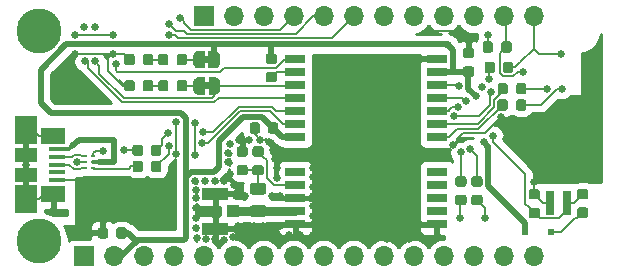
<source format=gbr>
G04 #@! TF.GenerationSoftware,KiCad,Pcbnew,(5.1.4)-1*
G04 #@! TF.CreationDate,2019-12-26T22:32:10-05:00*
G04 #@! TF.ProjectId,Feather-NEO-M9N-GPS,46656174-6865-4722-9d4e-454f2d4d394e,rev?*
G04 #@! TF.SameCoordinates,Original*
G04 #@! TF.FileFunction,Copper,L1,Top*
G04 #@! TF.FilePolarity,Positive*
%FSLAX46Y46*%
G04 Gerber Fmt 4.6, Leading zero omitted, Abs format (unit mm)*
G04 Created by KiCad (PCBNEW (5.1.4)-1) date 2019-12-26 22:32:10*
%MOMM*%
%LPD*%
G04 APERTURE LIST*
%ADD10C,0.100000*%
%ADD11R,1.800000X0.800000*%
%ADD12R,0.325000X0.250000*%
%ADD13R,1.050000X1.000000*%
%ADD14R,2.200000X1.050000*%
%ADD15R,1.900000X1.175000*%
%ADD16R,1.900000X2.375000*%
%ADD17R,2.100000X1.475000*%
%ADD18R,1.380000X0.450000*%
%ADD19C,0.875000*%
%ADD20C,0.500000*%
%ADD21R,0.500000X0.500000*%
%ADD22R,0.800000X2.000000*%
%ADD23C,0.975000*%
%ADD24C,3.800000*%
%ADD25O,1.700000X1.700000*%
%ADD26R,1.700000X1.700000*%
%ADD27C,0.660400*%
%ADD28C,0.152400*%
%ADD29C,0.508000*%
%ADD30C,0.778834*%
%ADD31C,0.304800*%
%ADD32C,0.254000*%
G04 APERTURE END LIST*
D10*
G36*
X145170080Y-81945760D02*
G01*
X145670080Y-81945760D01*
X145670080Y-81345760D01*
X145170080Y-81345760D01*
X145170080Y-81945760D01*
G37*
G36*
X145157380Y-79713100D02*
G01*
X145657380Y-79713100D01*
X145657380Y-79113100D01*
X145157380Y-79113100D01*
X145157380Y-79713100D01*
G37*
D11*
X164902400Y-79347300D03*
X164902400Y-80447300D03*
X164902400Y-81547300D03*
X164902400Y-82647300D03*
X164902400Y-83747300D03*
X164902400Y-84847300D03*
X164902400Y-85947300D03*
X164902400Y-88947300D03*
X164902400Y-90047300D03*
X164902400Y-91147300D03*
X164902400Y-92247300D03*
X164902400Y-93347300D03*
X152902400Y-93347300D03*
X152902400Y-92247300D03*
X152902400Y-91147300D03*
X152902400Y-90047300D03*
X152902400Y-88947300D03*
X152902400Y-85947300D03*
X152902400Y-84847300D03*
X152902400Y-83747300D03*
X152902400Y-82647300D03*
X152902400Y-81547300D03*
X152902400Y-80447300D03*
X152902400Y-79347300D03*
D12*
X135810440Y-87617680D03*
X135810440Y-88117680D03*
X135810440Y-88617680D03*
X135136440Y-88617680D03*
X135136440Y-88117680D03*
X135136440Y-87617680D03*
D13*
X147663900Y-92252800D03*
D14*
X146138900Y-90777800D03*
X146138900Y-93727800D03*
D15*
X130107840Y-89160880D03*
X130107840Y-87480880D03*
D16*
X130107840Y-91230880D03*
X130107840Y-85410880D03*
D17*
X132407840Y-90783380D03*
X132407840Y-85858380D03*
D18*
X132767840Y-89620880D03*
X132767840Y-88970880D03*
X132767840Y-88320880D03*
X132767840Y-87670880D03*
X132767840Y-87020880D03*
D10*
G36*
X151153691Y-78907973D02*
G01*
X151174926Y-78911123D01*
X151195750Y-78916339D01*
X151215962Y-78923571D01*
X151235368Y-78932750D01*
X151253781Y-78943786D01*
X151271024Y-78956574D01*
X151286930Y-78970990D01*
X151301346Y-78986896D01*
X151314134Y-79004139D01*
X151325170Y-79022552D01*
X151334349Y-79041958D01*
X151341581Y-79062170D01*
X151346797Y-79082994D01*
X151349947Y-79104229D01*
X151351000Y-79125670D01*
X151351000Y-79563170D01*
X151349947Y-79584611D01*
X151346797Y-79605846D01*
X151341581Y-79626670D01*
X151334349Y-79646882D01*
X151325170Y-79666288D01*
X151314134Y-79684701D01*
X151301346Y-79701944D01*
X151286930Y-79717850D01*
X151271024Y-79732266D01*
X151253781Y-79745054D01*
X151235368Y-79756090D01*
X151215962Y-79765269D01*
X151195750Y-79772501D01*
X151174926Y-79777717D01*
X151153691Y-79780867D01*
X151132250Y-79781920D01*
X150619750Y-79781920D01*
X150598309Y-79780867D01*
X150577074Y-79777717D01*
X150556250Y-79772501D01*
X150536038Y-79765269D01*
X150516632Y-79756090D01*
X150498219Y-79745054D01*
X150480976Y-79732266D01*
X150465070Y-79717850D01*
X150450654Y-79701944D01*
X150437866Y-79684701D01*
X150426830Y-79666288D01*
X150417651Y-79646882D01*
X150410419Y-79626670D01*
X150405203Y-79605846D01*
X150402053Y-79584611D01*
X150401000Y-79563170D01*
X150401000Y-79125670D01*
X150402053Y-79104229D01*
X150405203Y-79082994D01*
X150410419Y-79062170D01*
X150417651Y-79041958D01*
X150426830Y-79022552D01*
X150437866Y-79004139D01*
X150450654Y-78986896D01*
X150465070Y-78970990D01*
X150480976Y-78956574D01*
X150498219Y-78943786D01*
X150516632Y-78932750D01*
X150536038Y-78923571D01*
X150556250Y-78916339D01*
X150577074Y-78911123D01*
X150598309Y-78907973D01*
X150619750Y-78906920D01*
X151132250Y-78906920D01*
X151153691Y-78907973D01*
X151153691Y-78907973D01*
G37*
D19*
X150876000Y-79344420D03*
D10*
G36*
X151153691Y-80482973D02*
G01*
X151174926Y-80486123D01*
X151195750Y-80491339D01*
X151215962Y-80498571D01*
X151235368Y-80507750D01*
X151253781Y-80518786D01*
X151271024Y-80531574D01*
X151286930Y-80545990D01*
X151301346Y-80561896D01*
X151314134Y-80579139D01*
X151325170Y-80597552D01*
X151334349Y-80616958D01*
X151341581Y-80637170D01*
X151346797Y-80657994D01*
X151349947Y-80679229D01*
X151351000Y-80700670D01*
X151351000Y-81138170D01*
X151349947Y-81159611D01*
X151346797Y-81180846D01*
X151341581Y-81201670D01*
X151334349Y-81221882D01*
X151325170Y-81241288D01*
X151314134Y-81259701D01*
X151301346Y-81276944D01*
X151286930Y-81292850D01*
X151271024Y-81307266D01*
X151253781Y-81320054D01*
X151235368Y-81331090D01*
X151215962Y-81340269D01*
X151195750Y-81347501D01*
X151174926Y-81352717D01*
X151153691Y-81355867D01*
X151132250Y-81356920D01*
X150619750Y-81356920D01*
X150598309Y-81355867D01*
X150577074Y-81352717D01*
X150556250Y-81347501D01*
X150536038Y-81340269D01*
X150516632Y-81331090D01*
X150498219Y-81320054D01*
X150480976Y-81307266D01*
X150465070Y-81292850D01*
X150450654Y-81276944D01*
X150437866Y-81259701D01*
X150426830Y-81241288D01*
X150417651Y-81221882D01*
X150410419Y-81201670D01*
X150405203Y-81180846D01*
X150402053Y-81159611D01*
X150401000Y-81138170D01*
X150401000Y-80700670D01*
X150402053Y-80679229D01*
X150405203Y-80657994D01*
X150410419Y-80637170D01*
X150417651Y-80616958D01*
X150426830Y-80597552D01*
X150437866Y-80579139D01*
X150450654Y-80561896D01*
X150465070Y-80545990D01*
X150480976Y-80531574D01*
X150498219Y-80518786D01*
X150516632Y-80507750D01*
X150536038Y-80498571D01*
X150556250Y-80491339D01*
X150577074Y-80486123D01*
X150598309Y-80482973D01*
X150619750Y-80481920D01*
X151132250Y-80481920D01*
X151153691Y-80482973D01*
X151153691Y-80482973D01*
G37*
D19*
X150876000Y-80919420D03*
D10*
G36*
X143557411Y-81171813D02*
G01*
X143578646Y-81174963D01*
X143599470Y-81180179D01*
X143619682Y-81187411D01*
X143639088Y-81196590D01*
X143657501Y-81207626D01*
X143674744Y-81220414D01*
X143690650Y-81234830D01*
X143705066Y-81250736D01*
X143717854Y-81267979D01*
X143728890Y-81286392D01*
X143738069Y-81305798D01*
X143745301Y-81326010D01*
X143750517Y-81346834D01*
X143753667Y-81368069D01*
X143754720Y-81389510D01*
X143754720Y-81902010D01*
X143753667Y-81923451D01*
X143750517Y-81944686D01*
X143745301Y-81965510D01*
X143738069Y-81985722D01*
X143728890Y-82005128D01*
X143717854Y-82023541D01*
X143705066Y-82040784D01*
X143690650Y-82056690D01*
X143674744Y-82071106D01*
X143657501Y-82083894D01*
X143639088Y-82094930D01*
X143619682Y-82104109D01*
X143599470Y-82111341D01*
X143578646Y-82116557D01*
X143557411Y-82119707D01*
X143535970Y-82120760D01*
X143098470Y-82120760D01*
X143077029Y-82119707D01*
X143055794Y-82116557D01*
X143034970Y-82111341D01*
X143014758Y-82104109D01*
X142995352Y-82094930D01*
X142976939Y-82083894D01*
X142959696Y-82071106D01*
X142943790Y-82056690D01*
X142929374Y-82040784D01*
X142916586Y-82023541D01*
X142905550Y-82005128D01*
X142896371Y-81985722D01*
X142889139Y-81965510D01*
X142883923Y-81944686D01*
X142880773Y-81923451D01*
X142879720Y-81902010D01*
X142879720Y-81389510D01*
X142880773Y-81368069D01*
X142883923Y-81346834D01*
X142889139Y-81326010D01*
X142896371Y-81305798D01*
X142905550Y-81286392D01*
X142916586Y-81267979D01*
X142929374Y-81250736D01*
X142943790Y-81234830D01*
X142959696Y-81220414D01*
X142976939Y-81207626D01*
X142995352Y-81196590D01*
X143014758Y-81187411D01*
X143034970Y-81180179D01*
X143055794Y-81174963D01*
X143077029Y-81171813D01*
X143098470Y-81170760D01*
X143535970Y-81170760D01*
X143557411Y-81171813D01*
X143557411Y-81171813D01*
G37*
D19*
X143317220Y-81645760D03*
D10*
G36*
X141982411Y-81171813D02*
G01*
X142003646Y-81174963D01*
X142024470Y-81180179D01*
X142044682Y-81187411D01*
X142064088Y-81196590D01*
X142082501Y-81207626D01*
X142099744Y-81220414D01*
X142115650Y-81234830D01*
X142130066Y-81250736D01*
X142142854Y-81267979D01*
X142153890Y-81286392D01*
X142163069Y-81305798D01*
X142170301Y-81326010D01*
X142175517Y-81346834D01*
X142178667Y-81368069D01*
X142179720Y-81389510D01*
X142179720Y-81902010D01*
X142178667Y-81923451D01*
X142175517Y-81944686D01*
X142170301Y-81965510D01*
X142163069Y-81985722D01*
X142153890Y-82005128D01*
X142142854Y-82023541D01*
X142130066Y-82040784D01*
X142115650Y-82056690D01*
X142099744Y-82071106D01*
X142082501Y-82083894D01*
X142064088Y-82094930D01*
X142044682Y-82104109D01*
X142024470Y-82111341D01*
X142003646Y-82116557D01*
X141982411Y-82119707D01*
X141960970Y-82120760D01*
X141523470Y-82120760D01*
X141502029Y-82119707D01*
X141480794Y-82116557D01*
X141459970Y-82111341D01*
X141439758Y-82104109D01*
X141420352Y-82094930D01*
X141401939Y-82083894D01*
X141384696Y-82071106D01*
X141368790Y-82056690D01*
X141354374Y-82040784D01*
X141341586Y-82023541D01*
X141330550Y-82005128D01*
X141321371Y-81985722D01*
X141314139Y-81965510D01*
X141308923Y-81944686D01*
X141305773Y-81923451D01*
X141304720Y-81902010D01*
X141304720Y-81389510D01*
X141305773Y-81368069D01*
X141308923Y-81346834D01*
X141314139Y-81326010D01*
X141321371Y-81305798D01*
X141330550Y-81286392D01*
X141341586Y-81267979D01*
X141354374Y-81250736D01*
X141368790Y-81234830D01*
X141384696Y-81220414D01*
X141401939Y-81207626D01*
X141420352Y-81196590D01*
X141439758Y-81187411D01*
X141459970Y-81180179D01*
X141480794Y-81174963D01*
X141502029Y-81171813D01*
X141523470Y-81170760D01*
X141960970Y-81170760D01*
X141982411Y-81171813D01*
X141982411Y-81171813D01*
G37*
D19*
X141742220Y-81645760D03*
D10*
G36*
X143552171Y-78956933D02*
G01*
X143573406Y-78960083D01*
X143594230Y-78965299D01*
X143614442Y-78972531D01*
X143633848Y-78981710D01*
X143652261Y-78992746D01*
X143669504Y-79005534D01*
X143685410Y-79019950D01*
X143699826Y-79035856D01*
X143712614Y-79053099D01*
X143723650Y-79071512D01*
X143732829Y-79090918D01*
X143740061Y-79111130D01*
X143745277Y-79131954D01*
X143748427Y-79153189D01*
X143749480Y-79174630D01*
X143749480Y-79687130D01*
X143748427Y-79708571D01*
X143745277Y-79729806D01*
X143740061Y-79750630D01*
X143732829Y-79770842D01*
X143723650Y-79790248D01*
X143712614Y-79808661D01*
X143699826Y-79825904D01*
X143685410Y-79841810D01*
X143669504Y-79856226D01*
X143652261Y-79869014D01*
X143633848Y-79880050D01*
X143614442Y-79889229D01*
X143594230Y-79896461D01*
X143573406Y-79901677D01*
X143552171Y-79904827D01*
X143530730Y-79905880D01*
X143093230Y-79905880D01*
X143071789Y-79904827D01*
X143050554Y-79901677D01*
X143029730Y-79896461D01*
X143009518Y-79889229D01*
X142990112Y-79880050D01*
X142971699Y-79869014D01*
X142954456Y-79856226D01*
X142938550Y-79841810D01*
X142924134Y-79825904D01*
X142911346Y-79808661D01*
X142900310Y-79790248D01*
X142891131Y-79770842D01*
X142883899Y-79750630D01*
X142878683Y-79729806D01*
X142875533Y-79708571D01*
X142874480Y-79687130D01*
X142874480Y-79174630D01*
X142875533Y-79153189D01*
X142878683Y-79131954D01*
X142883899Y-79111130D01*
X142891131Y-79090918D01*
X142900310Y-79071512D01*
X142911346Y-79053099D01*
X142924134Y-79035856D01*
X142938550Y-79019950D01*
X142954456Y-79005534D01*
X142971699Y-78992746D01*
X142990112Y-78981710D01*
X143009518Y-78972531D01*
X143029730Y-78965299D01*
X143050554Y-78960083D01*
X143071789Y-78956933D01*
X143093230Y-78955880D01*
X143530730Y-78955880D01*
X143552171Y-78956933D01*
X143552171Y-78956933D01*
G37*
D19*
X143311980Y-79430880D03*
D10*
G36*
X141977171Y-78956933D02*
G01*
X141998406Y-78960083D01*
X142019230Y-78965299D01*
X142039442Y-78972531D01*
X142058848Y-78981710D01*
X142077261Y-78992746D01*
X142094504Y-79005534D01*
X142110410Y-79019950D01*
X142124826Y-79035856D01*
X142137614Y-79053099D01*
X142148650Y-79071512D01*
X142157829Y-79090918D01*
X142165061Y-79111130D01*
X142170277Y-79131954D01*
X142173427Y-79153189D01*
X142174480Y-79174630D01*
X142174480Y-79687130D01*
X142173427Y-79708571D01*
X142170277Y-79729806D01*
X142165061Y-79750630D01*
X142157829Y-79770842D01*
X142148650Y-79790248D01*
X142137614Y-79808661D01*
X142124826Y-79825904D01*
X142110410Y-79841810D01*
X142094504Y-79856226D01*
X142077261Y-79869014D01*
X142058848Y-79880050D01*
X142039442Y-79889229D01*
X142019230Y-79896461D01*
X141998406Y-79901677D01*
X141977171Y-79904827D01*
X141955730Y-79905880D01*
X141518230Y-79905880D01*
X141496789Y-79904827D01*
X141475554Y-79901677D01*
X141454730Y-79896461D01*
X141434518Y-79889229D01*
X141415112Y-79880050D01*
X141396699Y-79869014D01*
X141379456Y-79856226D01*
X141363550Y-79841810D01*
X141349134Y-79825904D01*
X141336346Y-79808661D01*
X141325310Y-79790248D01*
X141316131Y-79770842D01*
X141308899Y-79750630D01*
X141303683Y-79729806D01*
X141300533Y-79708571D01*
X141299480Y-79687130D01*
X141299480Y-79174630D01*
X141300533Y-79153189D01*
X141303683Y-79131954D01*
X141308899Y-79111130D01*
X141316131Y-79090918D01*
X141325310Y-79071512D01*
X141336346Y-79053099D01*
X141349134Y-79035856D01*
X141363550Y-79019950D01*
X141379456Y-79005534D01*
X141396699Y-78992746D01*
X141415112Y-78981710D01*
X141434518Y-78972531D01*
X141454730Y-78965299D01*
X141475554Y-78960083D01*
X141496789Y-78956933D01*
X141518230Y-78955880D01*
X141955730Y-78955880D01*
X141977171Y-78956933D01*
X141977171Y-78956933D01*
G37*
D19*
X141736980Y-79430880D03*
D10*
G36*
X169612371Y-79612253D02*
G01*
X169633606Y-79615403D01*
X169654430Y-79620619D01*
X169674642Y-79627851D01*
X169694048Y-79637030D01*
X169712461Y-79648066D01*
X169729704Y-79660854D01*
X169745610Y-79675270D01*
X169760026Y-79691176D01*
X169772814Y-79708419D01*
X169783850Y-79726832D01*
X169793029Y-79746238D01*
X169800261Y-79766450D01*
X169805477Y-79787274D01*
X169808627Y-79808509D01*
X169809680Y-79829950D01*
X169809680Y-80342450D01*
X169808627Y-80363891D01*
X169805477Y-80385126D01*
X169800261Y-80405950D01*
X169793029Y-80426162D01*
X169783850Y-80445568D01*
X169772814Y-80463981D01*
X169760026Y-80481224D01*
X169745610Y-80497130D01*
X169729704Y-80511546D01*
X169712461Y-80524334D01*
X169694048Y-80535370D01*
X169674642Y-80544549D01*
X169654430Y-80551781D01*
X169633606Y-80556997D01*
X169612371Y-80560147D01*
X169590930Y-80561200D01*
X169153430Y-80561200D01*
X169131989Y-80560147D01*
X169110754Y-80556997D01*
X169089930Y-80551781D01*
X169069718Y-80544549D01*
X169050312Y-80535370D01*
X169031899Y-80524334D01*
X169014656Y-80511546D01*
X168998750Y-80497130D01*
X168984334Y-80481224D01*
X168971546Y-80463981D01*
X168960510Y-80445568D01*
X168951331Y-80426162D01*
X168944099Y-80405950D01*
X168938883Y-80385126D01*
X168935733Y-80363891D01*
X168934680Y-80342450D01*
X168934680Y-79829950D01*
X168935733Y-79808509D01*
X168938883Y-79787274D01*
X168944099Y-79766450D01*
X168951331Y-79746238D01*
X168960510Y-79726832D01*
X168971546Y-79708419D01*
X168984334Y-79691176D01*
X168998750Y-79675270D01*
X169014656Y-79660854D01*
X169031899Y-79648066D01*
X169050312Y-79637030D01*
X169069718Y-79627851D01*
X169089930Y-79620619D01*
X169110754Y-79615403D01*
X169131989Y-79612253D01*
X169153430Y-79611200D01*
X169590930Y-79611200D01*
X169612371Y-79612253D01*
X169612371Y-79612253D01*
G37*
D19*
X169372180Y-80086200D03*
D10*
G36*
X171187371Y-79612253D02*
G01*
X171208606Y-79615403D01*
X171229430Y-79620619D01*
X171249642Y-79627851D01*
X171269048Y-79637030D01*
X171287461Y-79648066D01*
X171304704Y-79660854D01*
X171320610Y-79675270D01*
X171335026Y-79691176D01*
X171347814Y-79708419D01*
X171358850Y-79726832D01*
X171368029Y-79746238D01*
X171375261Y-79766450D01*
X171380477Y-79787274D01*
X171383627Y-79808509D01*
X171384680Y-79829950D01*
X171384680Y-80342450D01*
X171383627Y-80363891D01*
X171380477Y-80385126D01*
X171375261Y-80405950D01*
X171368029Y-80426162D01*
X171358850Y-80445568D01*
X171347814Y-80463981D01*
X171335026Y-80481224D01*
X171320610Y-80497130D01*
X171304704Y-80511546D01*
X171287461Y-80524334D01*
X171269048Y-80535370D01*
X171249642Y-80544549D01*
X171229430Y-80551781D01*
X171208606Y-80556997D01*
X171187371Y-80560147D01*
X171165930Y-80561200D01*
X170728430Y-80561200D01*
X170706989Y-80560147D01*
X170685754Y-80556997D01*
X170664930Y-80551781D01*
X170644718Y-80544549D01*
X170625312Y-80535370D01*
X170606899Y-80524334D01*
X170589656Y-80511546D01*
X170573750Y-80497130D01*
X170559334Y-80481224D01*
X170546546Y-80463981D01*
X170535510Y-80445568D01*
X170526331Y-80426162D01*
X170519099Y-80405950D01*
X170513883Y-80385126D01*
X170510733Y-80363891D01*
X170509680Y-80342450D01*
X170509680Y-79829950D01*
X170510733Y-79808509D01*
X170513883Y-79787274D01*
X170519099Y-79766450D01*
X170526331Y-79746238D01*
X170535510Y-79726832D01*
X170546546Y-79708419D01*
X170559334Y-79691176D01*
X170573750Y-79675270D01*
X170589656Y-79660854D01*
X170606899Y-79648066D01*
X170625312Y-79637030D01*
X170644718Y-79627851D01*
X170664930Y-79620619D01*
X170685754Y-79615403D01*
X170706989Y-79612253D01*
X170728430Y-79611200D01*
X171165930Y-79611200D01*
X171187371Y-79612253D01*
X171187371Y-79612253D01*
G37*
D19*
X170947180Y-80086200D03*
D10*
G36*
X169454891Y-77879973D02*
G01*
X169476126Y-77883123D01*
X169496950Y-77888339D01*
X169517162Y-77895571D01*
X169536568Y-77904750D01*
X169554981Y-77915786D01*
X169572224Y-77928574D01*
X169588130Y-77942990D01*
X169602546Y-77958896D01*
X169615334Y-77976139D01*
X169626370Y-77994552D01*
X169635549Y-78013958D01*
X169642781Y-78034170D01*
X169647997Y-78054994D01*
X169651147Y-78076229D01*
X169652200Y-78097670D01*
X169652200Y-78610170D01*
X169651147Y-78631611D01*
X169647997Y-78652846D01*
X169642781Y-78673670D01*
X169635549Y-78693882D01*
X169626370Y-78713288D01*
X169615334Y-78731701D01*
X169602546Y-78748944D01*
X169588130Y-78764850D01*
X169572224Y-78779266D01*
X169554981Y-78792054D01*
X169536568Y-78803090D01*
X169517162Y-78812269D01*
X169496950Y-78819501D01*
X169476126Y-78824717D01*
X169454891Y-78827867D01*
X169433450Y-78828920D01*
X168995950Y-78828920D01*
X168974509Y-78827867D01*
X168953274Y-78824717D01*
X168932450Y-78819501D01*
X168912238Y-78812269D01*
X168892832Y-78803090D01*
X168874419Y-78792054D01*
X168857176Y-78779266D01*
X168841270Y-78764850D01*
X168826854Y-78748944D01*
X168814066Y-78731701D01*
X168803030Y-78713288D01*
X168793851Y-78693882D01*
X168786619Y-78673670D01*
X168781403Y-78652846D01*
X168778253Y-78631611D01*
X168777200Y-78610170D01*
X168777200Y-78097670D01*
X168778253Y-78076229D01*
X168781403Y-78054994D01*
X168786619Y-78034170D01*
X168793851Y-78013958D01*
X168803030Y-77994552D01*
X168814066Y-77976139D01*
X168826854Y-77958896D01*
X168841270Y-77942990D01*
X168857176Y-77928574D01*
X168874419Y-77915786D01*
X168892832Y-77904750D01*
X168912238Y-77895571D01*
X168932450Y-77888339D01*
X168953274Y-77883123D01*
X168974509Y-77879973D01*
X168995950Y-77878920D01*
X169433450Y-77878920D01*
X169454891Y-77879973D01*
X169454891Y-77879973D01*
G37*
D19*
X169214700Y-78353920D03*
D10*
G36*
X171029891Y-77879973D02*
G01*
X171051126Y-77883123D01*
X171071950Y-77888339D01*
X171092162Y-77895571D01*
X171111568Y-77904750D01*
X171129981Y-77915786D01*
X171147224Y-77928574D01*
X171163130Y-77942990D01*
X171177546Y-77958896D01*
X171190334Y-77976139D01*
X171201370Y-77994552D01*
X171210549Y-78013958D01*
X171217781Y-78034170D01*
X171222997Y-78054994D01*
X171226147Y-78076229D01*
X171227200Y-78097670D01*
X171227200Y-78610170D01*
X171226147Y-78631611D01*
X171222997Y-78652846D01*
X171217781Y-78673670D01*
X171210549Y-78693882D01*
X171201370Y-78713288D01*
X171190334Y-78731701D01*
X171177546Y-78748944D01*
X171163130Y-78764850D01*
X171147224Y-78779266D01*
X171129981Y-78792054D01*
X171111568Y-78803090D01*
X171092162Y-78812269D01*
X171071950Y-78819501D01*
X171051126Y-78824717D01*
X171029891Y-78827867D01*
X171008450Y-78828920D01*
X170570950Y-78828920D01*
X170549509Y-78827867D01*
X170528274Y-78824717D01*
X170507450Y-78819501D01*
X170487238Y-78812269D01*
X170467832Y-78803090D01*
X170449419Y-78792054D01*
X170432176Y-78779266D01*
X170416270Y-78764850D01*
X170401854Y-78748944D01*
X170389066Y-78731701D01*
X170378030Y-78713288D01*
X170368851Y-78693882D01*
X170361619Y-78673670D01*
X170356403Y-78652846D01*
X170353253Y-78631611D01*
X170352200Y-78610170D01*
X170352200Y-78097670D01*
X170353253Y-78076229D01*
X170356403Y-78054994D01*
X170361619Y-78034170D01*
X170368851Y-78013958D01*
X170378030Y-77994552D01*
X170389066Y-77976139D01*
X170401854Y-77958896D01*
X170416270Y-77942990D01*
X170432176Y-77928574D01*
X170449419Y-77915786D01*
X170467832Y-77904750D01*
X170487238Y-77895571D01*
X170507450Y-77888339D01*
X170528274Y-77883123D01*
X170549509Y-77879973D01*
X170570950Y-77878920D01*
X171008450Y-77878920D01*
X171029891Y-77879973D01*
X171029891Y-77879973D01*
G37*
D19*
X170789700Y-78353920D03*
D10*
G36*
X177529051Y-91935833D02*
G01*
X177550286Y-91938983D01*
X177571110Y-91944199D01*
X177591322Y-91951431D01*
X177610728Y-91960610D01*
X177629141Y-91971646D01*
X177646384Y-91984434D01*
X177662290Y-91998850D01*
X177676706Y-92014756D01*
X177689494Y-92031999D01*
X177700530Y-92050412D01*
X177709709Y-92069818D01*
X177716941Y-92090030D01*
X177722157Y-92110854D01*
X177725307Y-92132089D01*
X177726360Y-92153530D01*
X177726360Y-92591030D01*
X177725307Y-92612471D01*
X177722157Y-92633706D01*
X177716941Y-92654530D01*
X177709709Y-92674742D01*
X177700530Y-92694148D01*
X177689494Y-92712561D01*
X177676706Y-92729804D01*
X177662290Y-92745710D01*
X177646384Y-92760126D01*
X177629141Y-92772914D01*
X177610728Y-92783950D01*
X177591322Y-92793129D01*
X177571110Y-92800361D01*
X177550286Y-92805577D01*
X177529051Y-92808727D01*
X177507610Y-92809780D01*
X176995110Y-92809780D01*
X176973669Y-92808727D01*
X176952434Y-92805577D01*
X176931610Y-92800361D01*
X176911398Y-92793129D01*
X176891992Y-92783950D01*
X176873579Y-92772914D01*
X176856336Y-92760126D01*
X176840430Y-92745710D01*
X176826014Y-92729804D01*
X176813226Y-92712561D01*
X176802190Y-92694148D01*
X176793011Y-92674742D01*
X176785779Y-92654530D01*
X176780563Y-92633706D01*
X176777413Y-92612471D01*
X176776360Y-92591030D01*
X176776360Y-92153530D01*
X176777413Y-92132089D01*
X176780563Y-92110854D01*
X176785779Y-92090030D01*
X176793011Y-92069818D01*
X176802190Y-92050412D01*
X176813226Y-92031999D01*
X176826014Y-92014756D01*
X176840430Y-91998850D01*
X176856336Y-91984434D01*
X176873579Y-91971646D01*
X176891992Y-91960610D01*
X176911398Y-91951431D01*
X176931610Y-91944199D01*
X176952434Y-91938983D01*
X176973669Y-91935833D01*
X176995110Y-91934780D01*
X177507610Y-91934780D01*
X177529051Y-91935833D01*
X177529051Y-91935833D01*
G37*
D19*
X177251360Y-92372280D03*
D10*
G36*
X177529051Y-90360833D02*
G01*
X177550286Y-90363983D01*
X177571110Y-90369199D01*
X177591322Y-90376431D01*
X177610728Y-90385610D01*
X177629141Y-90396646D01*
X177646384Y-90409434D01*
X177662290Y-90423850D01*
X177676706Y-90439756D01*
X177689494Y-90456999D01*
X177700530Y-90475412D01*
X177709709Y-90494818D01*
X177716941Y-90515030D01*
X177722157Y-90535854D01*
X177725307Y-90557089D01*
X177726360Y-90578530D01*
X177726360Y-91016030D01*
X177725307Y-91037471D01*
X177722157Y-91058706D01*
X177716941Y-91079530D01*
X177709709Y-91099742D01*
X177700530Y-91119148D01*
X177689494Y-91137561D01*
X177676706Y-91154804D01*
X177662290Y-91170710D01*
X177646384Y-91185126D01*
X177629141Y-91197914D01*
X177610728Y-91208950D01*
X177591322Y-91218129D01*
X177571110Y-91225361D01*
X177550286Y-91230577D01*
X177529051Y-91233727D01*
X177507610Y-91234780D01*
X176995110Y-91234780D01*
X176973669Y-91233727D01*
X176952434Y-91230577D01*
X176931610Y-91225361D01*
X176911398Y-91218129D01*
X176891992Y-91208950D01*
X176873579Y-91197914D01*
X176856336Y-91185126D01*
X176840430Y-91170710D01*
X176826014Y-91154804D01*
X176813226Y-91137561D01*
X176802190Y-91119148D01*
X176793011Y-91099742D01*
X176785779Y-91079530D01*
X176780563Y-91058706D01*
X176777413Y-91037471D01*
X176776360Y-91016030D01*
X176776360Y-90578530D01*
X176777413Y-90557089D01*
X176780563Y-90535854D01*
X176785779Y-90515030D01*
X176793011Y-90494818D01*
X176802190Y-90475412D01*
X176813226Y-90456999D01*
X176826014Y-90439756D01*
X176840430Y-90423850D01*
X176856336Y-90409434D01*
X176873579Y-90396646D01*
X176891992Y-90385610D01*
X176911398Y-90376431D01*
X176931610Y-90369199D01*
X176952434Y-90363983D01*
X176973669Y-90360833D01*
X176995110Y-90359780D01*
X177507610Y-90359780D01*
X177529051Y-90360833D01*
X177529051Y-90360833D01*
G37*
D19*
X177251360Y-90797280D03*
D10*
G36*
X138441691Y-93627973D02*
G01*
X138462926Y-93631123D01*
X138483750Y-93636339D01*
X138503962Y-93643571D01*
X138523368Y-93652750D01*
X138541781Y-93663786D01*
X138559024Y-93676574D01*
X138574930Y-93690990D01*
X138589346Y-93706896D01*
X138602134Y-93724139D01*
X138613170Y-93742552D01*
X138622349Y-93761958D01*
X138629581Y-93782170D01*
X138634797Y-93802994D01*
X138637947Y-93824229D01*
X138639000Y-93845670D01*
X138639000Y-94358170D01*
X138637947Y-94379611D01*
X138634797Y-94400846D01*
X138629581Y-94421670D01*
X138622349Y-94441882D01*
X138613170Y-94461288D01*
X138602134Y-94479701D01*
X138589346Y-94496944D01*
X138574930Y-94512850D01*
X138559024Y-94527266D01*
X138541781Y-94540054D01*
X138523368Y-94551090D01*
X138503962Y-94560269D01*
X138483750Y-94567501D01*
X138462926Y-94572717D01*
X138441691Y-94575867D01*
X138420250Y-94576920D01*
X137982750Y-94576920D01*
X137961309Y-94575867D01*
X137940074Y-94572717D01*
X137919250Y-94567501D01*
X137899038Y-94560269D01*
X137879632Y-94551090D01*
X137861219Y-94540054D01*
X137843976Y-94527266D01*
X137828070Y-94512850D01*
X137813654Y-94496944D01*
X137800866Y-94479701D01*
X137789830Y-94461288D01*
X137780651Y-94441882D01*
X137773419Y-94421670D01*
X137768203Y-94400846D01*
X137765053Y-94379611D01*
X137764000Y-94358170D01*
X137764000Y-93845670D01*
X137765053Y-93824229D01*
X137768203Y-93802994D01*
X137773419Y-93782170D01*
X137780651Y-93761958D01*
X137789830Y-93742552D01*
X137800866Y-93724139D01*
X137813654Y-93706896D01*
X137828070Y-93690990D01*
X137843976Y-93676574D01*
X137861219Y-93663786D01*
X137879632Y-93652750D01*
X137899038Y-93643571D01*
X137919250Y-93636339D01*
X137940074Y-93631123D01*
X137961309Y-93627973D01*
X137982750Y-93626920D01*
X138420250Y-93626920D01*
X138441691Y-93627973D01*
X138441691Y-93627973D01*
G37*
D19*
X138201500Y-94101920D03*
D10*
G36*
X136866691Y-93627973D02*
G01*
X136887926Y-93631123D01*
X136908750Y-93636339D01*
X136928962Y-93643571D01*
X136948368Y-93652750D01*
X136966781Y-93663786D01*
X136984024Y-93676574D01*
X136999930Y-93690990D01*
X137014346Y-93706896D01*
X137027134Y-93724139D01*
X137038170Y-93742552D01*
X137047349Y-93761958D01*
X137054581Y-93782170D01*
X137059797Y-93802994D01*
X137062947Y-93824229D01*
X137064000Y-93845670D01*
X137064000Y-94358170D01*
X137062947Y-94379611D01*
X137059797Y-94400846D01*
X137054581Y-94421670D01*
X137047349Y-94441882D01*
X137038170Y-94461288D01*
X137027134Y-94479701D01*
X137014346Y-94496944D01*
X136999930Y-94512850D01*
X136984024Y-94527266D01*
X136966781Y-94540054D01*
X136948368Y-94551090D01*
X136928962Y-94560269D01*
X136908750Y-94567501D01*
X136887926Y-94572717D01*
X136866691Y-94575867D01*
X136845250Y-94576920D01*
X136407750Y-94576920D01*
X136386309Y-94575867D01*
X136365074Y-94572717D01*
X136344250Y-94567501D01*
X136324038Y-94560269D01*
X136304632Y-94551090D01*
X136286219Y-94540054D01*
X136268976Y-94527266D01*
X136253070Y-94512850D01*
X136238654Y-94496944D01*
X136225866Y-94479701D01*
X136214830Y-94461288D01*
X136205651Y-94441882D01*
X136198419Y-94421670D01*
X136193203Y-94400846D01*
X136190053Y-94379611D01*
X136189000Y-94358170D01*
X136189000Y-93845670D01*
X136190053Y-93824229D01*
X136193203Y-93802994D01*
X136198419Y-93782170D01*
X136205651Y-93761958D01*
X136214830Y-93742552D01*
X136225866Y-93724139D01*
X136238654Y-93706896D01*
X136253070Y-93690990D01*
X136268976Y-93676574D01*
X136286219Y-93663786D01*
X136304632Y-93652750D01*
X136324038Y-93643571D01*
X136344250Y-93636339D01*
X136365074Y-93631123D01*
X136386309Y-93627973D01*
X136407750Y-93626920D01*
X136845250Y-93626920D01*
X136866691Y-93627973D01*
X136866691Y-93627973D01*
G37*
D19*
X136626500Y-94101920D03*
D10*
G36*
X150036091Y-88349353D02*
G01*
X150057326Y-88352503D01*
X150078150Y-88357719D01*
X150098362Y-88364951D01*
X150117768Y-88374130D01*
X150136181Y-88385166D01*
X150153424Y-88397954D01*
X150169330Y-88412370D01*
X150183746Y-88428276D01*
X150196534Y-88445519D01*
X150207570Y-88463932D01*
X150216749Y-88483338D01*
X150223981Y-88503550D01*
X150229197Y-88524374D01*
X150232347Y-88545609D01*
X150233400Y-88567050D01*
X150233400Y-89004550D01*
X150232347Y-89025991D01*
X150229197Y-89047226D01*
X150223981Y-89068050D01*
X150216749Y-89088262D01*
X150207570Y-89107668D01*
X150196534Y-89126081D01*
X150183746Y-89143324D01*
X150169330Y-89159230D01*
X150153424Y-89173646D01*
X150136181Y-89186434D01*
X150117768Y-89197470D01*
X150098362Y-89206649D01*
X150078150Y-89213881D01*
X150057326Y-89219097D01*
X150036091Y-89222247D01*
X150014650Y-89223300D01*
X149502150Y-89223300D01*
X149480709Y-89222247D01*
X149459474Y-89219097D01*
X149438650Y-89213881D01*
X149418438Y-89206649D01*
X149399032Y-89197470D01*
X149380619Y-89186434D01*
X149363376Y-89173646D01*
X149347470Y-89159230D01*
X149333054Y-89143324D01*
X149320266Y-89126081D01*
X149309230Y-89107668D01*
X149300051Y-89088262D01*
X149292819Y-89068050D01*
X149287603Y-89047226D01*
X149284453Y-89025991D01*
X149283400Y-89004550D01*
X149283400Y-88567050D01*
X149284453Y-88545609D01*
X149287603Y-88524374D01*
X149292819Y-88503550D01*
X149300051Y-88483338D01*
X149309230Y-88463932D01*
X149320266Y-88445519D01*
X149333054Y-88428276D01*
X149347470Y-88412370D01*
X149363376Y-88397954D01*
X149380619Y-88385166D01*
X149399032Y-88374130D01*
X149418438Y-88364951D01*
X149438650Y-88357719D01*
X149459474Y-88352503D01*
X149480709Y-88349353D01*
X149502150Y-88348300D01*
X150014650Y-88348300D01*
X150036091Y-88349353D01*
X150036091Y-88349353D01*
G37*
D19*
X149758400Y-88785800D03*
D10*
G36*
X150036091Y-86774353D02*
G01*
X150057326Y-86777503D01*
X150078150Y-86782719D01*
X150098362Y-86789951D01*
X150117768Y-86799130D01*
X150136181Y-86810166D01*
X150153424Y-86822954D01*
X150169330Y-86837370D01*
X150183746Y-86853276D01*
X150196534Y-86870519D01*
X150207570Y-86888932D01*
X150216749Y-86908338D01*
X150223981Y-86928550D01*
X150229197Y-86949374D01*
X150232347Y-86970609D01*
X150233400Y-86992050D01*
X150233400Y-87429550D01*
X150232347Y-87450991D01*
X150229197Y-87472226D01*
X150223981Y-87493050D01*
X150216749Y-87513262D01*
X150207570Y-87532668D01*
X150196534Y-87551081D01*
X150183746Y-87568324D01*
X150169330Y-87584230D01*
X150153424Y-87598646D01*
X150136181Y-87611434D01*
X150117768Y-87622470D01*
X150098362Y-87631649D01*
X150078150Y-87638881D01*
X150057326Y-87644097D01*
X150036091Y-87647247D01*
X150014650Y-87648300D01*
X149502150Y-87648300D01*
X149480709Y-87647247D01*
X149459474Y-87644097D01*
X149438650Y-87638881D01*
X149418438Y-87631649D01*
X149399032Y-87622470D01*
X149380619Y-87611434D01*
X149363376Y-87598646D01*
X149347470Y-87584230D01*
X149333054Y-87568324D01*
X149320266Y-87551081D01*
X149309230Y-87532668D01*
X149300051Y-87513262D01*
X149292819Y-87493050D01*
X149287603Y-87472226D01*
X149284453Y-87450991D01*
X149283400Y-87429550D01*
X149283400Y-86992050D01*
X149284453Y-86970609D01*
X149287603Y-86949374D01*
X149292819Y-86928550D01*
X149300051Y-86908338D01*
X149309230Y-86888932D01*
X149320266Y-86870519D01*
X149333054Y-86853276D01*
X149347470Y-86837370D01*
X149363376Y-86822954D01*
X149380619Y-86810166D01*
X149399032Y-86799130D01*
X149418438Y-86789951D01*
X149438650Y-86782719D01*
X149459474Y-86777503D01*
X149480709Y-86774353D01*
X149502150Y-86773300D01*
X150014650Y-86773300D01*
X150036091Y-86774353D01*
X150036091Y-86774353D01*
G37*
D19*
X149758400Y-87210800D03*
D10*
G36*
X139802931Y-86627733D02*
G01*
X139824166Y-86630883D01*
X139844990Y-86636099D01*
X139865202Y-86643331D01*
X139884608Y-86652510D01*
X139903021Y-86663546D01*
X139920264Y-86676334D01*
X139936170Y-86690750D01*
X139950586Y-86706656D01*
X139963374Y-86723899D01*
X139974410Y-86742312D01*
X139983589Y-86761718D01*
X139990821Y-86781930D01*
X139996037Y-86802754D01*
X139999187Y-86823989D01*
X140000240Y-86845430D01*
X140000240Y-87357930D01*
X139999187Y-87379371D01*
X139996037Y-87400606D01*
X139990821Y-87421430D01*
X139983589Y-87441642D01*
X139974410Y-87461048D01*
X139963374Y-87479461D01*
X139950586Y-87496704D01*
X139936170Y-87512610D01*
X139920264Y-87527026D01*
X139903021Y-87539814D01*
X139884608Y-87550850D01*
X139865202Y-87560029D01*
X139844990Y-87567261D01*
X139824166Y-87572477D01*
X139802931Y-87575627D01*
X139781490Y-87576680D01*
X139343990Y-87576680D01*
X139322549Y-87575627D01*
X139301314Y-87572477D01*
X139280490Y-87567261D01*
X139260278Y-87560029D01*
X139240872Y-87550850D01*
X139222459Y-87539814D01*
X139205216Y-87527026D01*
X139189310Y-87512610D01*
X139174894Y-87496704D01*
X139162106Y-87479461D01*
X139151070Y-87461048D01*
X139141891Y-87441642D01*
X139134659Y-87421430D01*
X139129443Y-87400606D01*
X139126293Y-87379371D01*
X139125240Y-87357930D01*
X139125240Y-86845430D01*
X139126293Y-86823989D01*
X139129443Y-86802754D01*
X139134659Y-86781930D01*
X139141891Y-86761718D01*
X139151070Y-86742312D01*
X139162106Y-86723899D01*
X139174894Y-86706656D01*
X139189310Y-86690750D01*
X139205216Y-86676334D01*
X139222459Y-86663546D01*
X139240872Y-86652510D01*
X139260278Y-86643331D01*
X139280490Y-86636099D01*
X139301314Y-86630883D01*
X139322549Y-86627733D01*
X139343990Y-86626680D01*
X139781490Y-86626680D01*
X139802931Y-86627733D01*
X139802931Y-86627733D01*
G37*
D19*
X139562740Y-87101680D03*
D10*
G36*
X141377931Y-86627733D02*
G01*
X141399166Y-86630883D01*
X141419990Y-86636099D01*
X141440202Y-86643331D01*
X141459608Y-86652510D01*
X141478021Y-86663546D01*
X141495264Y-86676334D01*
X141511170Y-86690750D01*
X141525586Y-86706656D01*
X141538374Y-86723899D01*
X141549410Y-86742312D01*
X141558589Y-86761718D01*
X141565821Y-86781930D01*
X141571037Y-86802754D01*
X141574187Y-86823989D01*
X141575240Y-86845430D01*
X141575240Y-87357930D01*
X141574187Y-87379371D01*
X141571037Y-87400606D01*
X141565821Y-87421430D01*
X141558589Y-87441642D01*
X141549410Y-87461048D01*
X141538374Y-87479461D01*
X141525586Y-87496704D01*
X141511170Y-87512610D01*
X141495264Y-87527026D01*
X141478021Y-87539814D01*
X141459608Y-87550850D01*
X141440202Y-87560029D01*
X141419990Y-87567261D01*
X141399166Y-87572477D01*
X141377931Y-87575627D01*
X141356490Y-87576680D01*
X140918990Y-87576680D01*
X140897549Y-87575627D01*
X140876314Y-87572477D01*
X140855490Y-87567261D01*
X140835278Y-87560029D01*
X140815872Y-87550850D01*
X140797459Y-87539814D01*
X140780216Y-87527026D01*
X140764310Y-87512610D01*
X140749894Y-87496704D01*
X140737106Y-87479461D01*
X140726070Y-87461048D01*
X140716891Y-87441642D01*
X140709659Y-87421430D01*
X140704443Y-87400606D01*
X140701293Y-87379371D01*
X140700240Y-87357930D01*
X140700240Y-86845430D01*
X140701293Y-86823989D01*
X140704443Y-86802754D01*
X140709659Y-86781930D01*
X140716891Y-86761718D01*
X140726070Y-86742312D01*
X140737106Y-86723899D01*
X140749894Y-86706656D01*
X140764310Y-86690750D01*
X140780216Y-86676334D01*
X140797459Y-86663546D01*
X140815872Y-86652510D01*
X140835278Y-86643331D01*
X140855490Y-86636099D01*
X140876314Y-86630883D01*
X140897549Y-86627733D01*
X140918990Y-86626680D01*
X141356490Y-86626680D01*
X141377931Y-86627733D01*
X141377931Y-86627733D01*
G37*
D19*
X141137740Y-87101680D03*
D10*
G36*
X139813091Y-87984093D02*
G01*
X139834326Y-87987243D01*
X139855150Y-87992459D01*
X139875362Y-87999691D01*
X139894768Y-88008870D01*
X139913181Y-88019906D01*
X139930424Y-88032694D01*
X139946330Y-88047110D01*
X139960746Y-88063016D01*
X139973534Y-88080259D01*
X139984570Y-88098672D01*
X139993749Y-88118078D01*
X140000981Y-88138290D01*
X140006197Y-88159114D01*
X140009347Y-88180349D01*
X140010400Y-88201790D01*
X140010400Y-88714290D01*
X140009347Y-88735731D01*
X140006197Y-88756966D01*
X140000981Y-88777790D01*
X139993749Y-88798002D01*
X139984570Y-88817408D01*
X139973534Y-88835821D01*
X139960746Y-88853064D01*
X139946330Y-88868970D01*
X139930424Y-88883386D01*
X139913181Y-88896174D01*
X139894768Y-88907210D01*
X139875362Y-88916389D01*
X139855150Y-88923621D01*
X139834326Y-88928837D01*
X139813091Y-88931987D01*
X139791650Y-88933040D01*
X139354150Y-88933040D01*
X139332709Y-88931987D01*
X139311474Y-88928837D01*
X139290650Y-88923621D01*
X139270438Y-88916389D01*
X139251032Y-88907210D01*
X139232619Y-88896174D01*
X139215376Y-88883386D01*
X139199470Y-88868970D01*
X139185054Y-88853064D01*
X139172266Y-88835821D01*
X139161230Y-88817408D01*
X139152051Y-88798002D01*
X139144819Y-88777790D01*
X139139603Y-88756966D01*
X139136453Y-88735731D01*
X139135400Y-88714290D01*
X139135400Y-88201790D01*
X139136453Y-88180349D01*
X139139603Y-88159114D01*
X139144819Y-88138290D01*
X139152051Y-88118078D01*
X139161230Y-88098672D01*
X139172266Y-88080259D01*
X139185054Y-88063016D01*
X139199470Y-88047110D01*
X139215376Y-88032694D01*
X139232619Y-88019906D01*
X139251032Y-88008870D01*
X139270438Y-87999691D01*
X139290650Y-87992459D01*
X139311474Y-87987243D01*
X139332709Y-87984093D01*
X139354150Y-87983040D01*
X139791650Y-87983040D01*
X139813091Y-87984093D01*
X139813091Y-87984093D01*
G37*
D19*
X139572900Y-88458040D03*
D10*
G36*
X141388091Y-87984093D02*
G01*
X141409326Y-87987243D01*
X141430150Y-87992459D01*
X141450362Y-87999691D01*
X141469768Y-88008870D01*
X141488181Y-88019906D01*
X141505424Y-88032694D01*
X141521330Y-88047110D01*
X141535746Y-88063016D01*
X141548534Y-88080259D01*
X141559570Y-88098672D01*
X141568749Y-88118078D01*
X141575981Y-88138290D01*
X141581197Y-88159114D01*
X141584347Y-88180349D01*
X141585400Y-88201790D01*
X141585400Y-88714290D01*
X141584347Y-88735731D01*
X141581197Y-88756966D01*
X141575981Y-88777790D01*
X141568749Y-88798002D01*
X141559570Y-88817408D01*
X141548534Y-88835821D01*
X141535746Y-88853064D01*
X141521330Y-88868970D01*
X141505424Y-88883386D01*
X141488181Y-88896174D01*
X141469768Y-88907210D01*
X141450362Y-88916389D01*
X141430150Y-88923621D01*
X141409326Y-88928837D01*
X141388091Y-88931987D01*
X141366650Y-88933040D01*
X140929150Y-88933040D01*
X140907709Y-88931987D01*
X140886474Y-88928837D01*
X140865650Y-88923621D01*
X140845438Y-88916389D01*
X140826032Y-88907210D01*
X140807619Y-88896174D01*
X140790376Y-88883386D01*
X140774470Y-88868970D01*
X140760054Y-88853064D01*
X140747266Y-88835821D01*
X140736230Y-88817408D01*
X140727051Y-88798002D01*
X140719819Y-88777790D01*
X140714603Y-88756966D01*
X140711453Y-88735731D01*
X140710400Y-88714290D01*
X140710400Y-88201790D01*
X140711453Y-88180349D01*
X140714603Y-88159114D01*
X140719819Y-88138290D01*
X140727051Y-88118078D01*
X140736230Y-88098672D01*
X140747266Y-88080259D01*
X140760054Y-88063016D01*
X140774470Y-88047110D01*
X140790376Y-88032694D01*
X140807619Y-88019906D01*
X140826032Y-88008870D01*
X140845438Y-87999691D01*
X140865650Y-87992459D01*
X140886474Y-87987243D01*
X140907709Y-87984093D01*
X140929150Y-87983040D01*
X141366650Y-87983040D01*
X141388091Y-87984093D01*
X141388091Y-87984093D01*
G37*
D19*
X141147900Y-88458040D03*
D10*
G36*
X167214111Y-89301653D02*
G01*
X167235346Y-89304803D01*
X167256170Y-89310019D01*
X167276382Y-89317251D01*
X167295788Y-89326430D01*
X167314201Y-89337466D01*
X167331444Y-89350254D01*
X167347350Y-89364670D01*
X167361766Y-89380576D01*
X167374554Y-89397819D01*
X167385590Y-89416232D01*
X167394769Y-89435638D01*
X167402001Y-89455850D01*
X167407217Y-89476674D01*
X167410367Y-89497909D01*
X167411420Y-89519350D01*
X167411420Y-89956850D01*
X167410367Y-89978291D01*
X167407217Y-89999526D01*
X167402001Y-90020350D01*
X167394769Y-90040562D01*
X167385590Y-90059968D01*
X167374554Y-90078381D01*
X167361766Y-90095624D01*
X167347350Y-90111530D01*
X167331444Y-90125946D01*
X167314201Y-90138734D01*
X167295788Y-90149770D01*
X167276382Y-90158949D01*
X167256170Y-90166181D01*
X167235346Y-90171397D01*
X167214111Y-90174547D01*
X167192670Y-90175600D01*
X166680170Y-90175600D01*
X166658729Y-90174547D01*
X166637494Y-90171397D01*
X166616670Y-90166181D01*
X166596458Y-90158949D01*
X166577052Y-90149770D01*
X166558639Y-90138734D01*
X166541396Y-90125946D01*
X166525490Y-90111530D01*
X166511074Y-90095624D01*
X166498286Y-90078381D01*
X166487250Y-90059968D01*
X166478071Y-90040562D01*
X166470839Y-90020350D01*
X166465623Y-89999526D01*
X166462473Y-89978291D01*
X166461420Y-89956850D01*
X166461420Y-89519350D01*
X166462473Y-89497909D01*
X166465623Y-89476674D01*
X166470839Y-89455850D01*
X166478071Y-89435638D01*
X166487250Y-89416232D01*
X166498286Y-89397819D01*
X166511074Y-89380576D01*
X166525490Y-89364670D01*
X166541396Y-89350254D01*
X166558639Y-89337466D01*
X166577052Y-89326430D01*
X166596458Y-89317251D01*
X166616670Y-89310019D01*
X166637494Y-89304803D01*
X166658729Y-89301653D01*
X166680170Y-89300600D01*
X167192670Y-89300600D01*
X167214111Y-89301653D01*
X167214111Y-89301653D01*
G37*
D19*
X166936420Y-89738100D03*
D10*
G36*
X167214111Y-90876653D02*
G01*
X167235346Y-90879803D01*
X167256170Y-90885019D01*
X167276382Y-90892251D01*
X167295788Y-90901430D01*
X167314201Y-90912466D01*
X167331444Y-90925254D01*
X167347350Y-90939670D01*
X167361766Y-90955576D01*
X167374554Y-90972819D01*
X167385590Y-90991232D01*
X167394769Y-91010638D01*
X167402001Y-91030850D01*
X167407217Y-91051674D01*
X167410367Y-91072909D01*
X167411420Y-91094350D01*
X167411420Y-91531850D01*
X167410367Y-91553291D01*
X167407217Y-91574526D01*
X167402001Y-91595350D01*
X167394769Y-91615562D01*
X167385590Y-91634968D01*
X167374554Y-91653381D01*
X167361766Y-91670624D01*
X167347350Y-91686530D01*
X167331444Y-91700946D01*
X167314201Y-91713734D01*
X167295788Y-91724770D01*
X167276382Y-91733949D01*
X167256170Y-91741181D01*
X167235346Y-91746397D01*
X167214111Y-91749547D01*
X167192670Y-91750600D01*
X166680170Y-91750600D01*
X166658729Y-91749547D01*
X166637494Y-91746397D01*
X166616670Y-91741181D01*
X166596458Y-91733949D01*
X166577052Y-91724770D01*
X166558639Y-91713734D01*
X166541396Y-91700946D01*
X166525490Y-91686530D01*
X166511074Y-91670624D01*
X166498286Y-91653381D01*
X166487250Y-91634968D01*
X166478071Y-91615562D01*
X166470839Y-91595350D01*
X166465623Y-91574526D01*
X166462473Y-91553291D01*
X166461420Y-91531850D01*
X166461420Y-91094350D01*
X166462473Y-91072909D01*
X166465623Y-91051674D01*
X166470839Y-91030850D01*
X166478071Y-91010638D01*
X166487250Y-90991232D01*
X166498286Y-90972819D01*
X166511074Y-90955576D01*
X166525490Y-90939670D01*
X166541396Y-90925254D01*
X166558639Y-90912466D01*
X166577052Y-90901430D01*
X166596458Y-90892251D01*
X166616670Y-90885019D01*
X166637494Y-90879803D01*
X166658729Y-90876653D01*
X166680170Y-90875600D01*
X167192670Y-90875600D01*
X167214111Y-90876653D01*
X167214111Y-90876653D01*
G37*
D19*
X166936420Y-91313100D03*
D10*
G36*
X168570471Y-89301653D02*
G01*
X168591706Y-89304803D01*
X168612530Y-89310019D01*
X168632742Y-89317251D01*
X168652148Y-89326430D01*
X168670561Y-89337466D01*
X168687804Y-89350254D01*
X168703710Y-89364670D01*
X168718126Y-89380576D01*
X168730914Y-89397819D01*
X168741950Y-89416232D01*
X168751129Y-89435638D01*
X168758361Y-89455850D01*
X168763577Y-89476674D01*
X168766727Y-89497909D01*
X168767780Y-89519350D01*
X168767780Y-89956850D01*
X168766727Y-89978291D01*
X168763577Y-89999526D01*
X168758361Y-90020350D01*
X168751129Y-90040562D01*
X168741950Y-90059968D01*
X168730914Y-90078381D01*
X168718126Y-90095624D01*
X168703710Y-90111530D01*
X168687804Y-90125946D01*
X168670561Y-90138734D01*
X168652148Y-90149770D01*
X168632742Y-90158949D01*
X168612530Y-90166181D01*
X168591706Y-90171397D01*
X168570471Y-90174547D01*
X168549030Y-90175600D01*
X168036530Y-90175600D01*
X168015089Y-90174547D01*
X167993854Y-90171397D01*
X167973030Y-90166181D01*
X167952818Y-90158949D01*
X167933412Y-90149770D01*
X167914999Y-90138734D01*
X167897756Y-90125946D01*
X167881850Y-90111530D01*
X167867434Y-90095624D01*
X167854646Y-90078381D01*
X167843610Y-90059968D01*
X167834431Y-90040562D01*
X167827199Y-90020350D01*
X167821983Y-89999526D01*
X167818833Y-89978291D01*
X167817780Y-89956850D01*
X167817780Y-89519350D01*
X167818833Y-89497909D01*
X167821983Y-89476674D01*
X167827199Y-89455850D01*
X167834431Y-89435638D01*
X167843610Y-89416232D01*
X167854646Y-89397819D01*
X167867434Y-89380576D01*
X167881850Y-89364670D01*
X167897756Y-89350254D01*
X167914999Y-89337466D01*
X167933412Y-89326430D01*
X167952818Y-89317251D01*
X167973030Y-89310019D01*
X167993854Y-89304803D01*
X168015089Y-89301653D01*
X168036530Y-89300600D01*
X168549030Y-89300600D01*
X168570471Y-89301653D01*
X168570471Y-89301653D01*
G37*
D19*
X168292780Y-89738100D03*
D10*
G36*
X168570471Y-90876653D02*
G01*
X168591706Y-90879803D01*
X168612530Y-90885019D01*
X168632742Y-90892251D01*
X168652148Y-90901430D01*
X168670561Y-90912466D01*
X168687804Y-90925254D01*
X168703710Y-90939670D01*
X168718126Y-90955576D01*
X168730914Y-90972819D01*
X168741950Y-90991232D01*
X168751129Y-91010638D01*
X168758361Y-91030850D01*
X168763577Y-91051674D01*
X168766727Y-91072909D01*
X168767780Y-91094350D01*
X168767780Y-91531850D01*
X168766727Y-91553291D01*
X168763577Y-91574526D01*
X168758361Y-91595350D01*
X168751129Y-91615562D01*
X168741950Y-91634968D01*
X168730914Y-91653381D01*
X168718126Y-91670624D01*
X168703710Y-91686530D01*
X168687804Y-91700946D01*
X168670561Y-91713734D01*
X168652148Y-91724770D01*
X168632742Y-91733949D01*
X168612530Y-91741181D01*
X168591706Y-91746397D01*
X168570471Y-91749547D01*
X168549030Y-91750600D01*
X168036530Y-91750600D01*
X168015089Y-91749547D01*
X167993854Y-91746397D01*
X167973030Y-91741181D01*
X167952818Y-91733949D01*
X167933412Y-91724770D01*
X167914999Y-91713734D01*
X167897756Y-91700946D01*
X167881850Y-91686530D01*
X167867434Y-91670624D01*
X167854646Y-91653381D01*
X167843610Y-91634968D01*
X167834431Y-91615562D01*
X167827199Y-91595350D01*
X167821983Y-91574526D01*
X167818833Y-91553291D01*
X167817780Y-91531850D01*
X167817780Y-91094350D01*
X167818833Y-91072909D01*
X167821983Y-91051674D01*
X167827199Y-91030850D01*
X167834431Y-91010638D01*
X167843610Y-90991232D01*
X167854646Y-90972819D01*
X167867434Y-90955576D01*
X167881850Y-90939670D01*
X167897756Y-90925254D01*
X167914999Y-90912466D01*
X167933412Y-90901430D01*
X167952818Y-90892251D01*
X167973030Y-90885019D01*
X167993854Y-90879803D01*
X168015089Y-90876653D01*
X168036530Y-90875600D01*
X168549030Y-90875600D01*
X168570471Y-90876653D01*
X168570471Y-90876653D01*
G37*
D19*
X168292780Y-91313100D03*
D10*
G36*
X170714731Y-81415653D02*
G01*
X170735966Y-81418803D01*
X170756790Y-81424019D01*
X170777002Y-81431251D01*
X170796408Y-81440430D01*
X170814821Y-81451466D01*
X170832064Y-81464254D01*
X170847970Y-81478670D01*
X170862386Y-81494576D01*
X170875174Y-81511819D01*
X170886210Y-81530232D01*
X170895389Y-81549638D01*
X170902621Y-81569850D01*
X170907837Y-81590674D01*
X170910987Y-81611909D01*
X170912040Y-81633350D01*
X170912040Y-82145850D01*
X170910987Y-82167291D01*
X170907837Y-82188526D01*
X170902621Y-82209350D01*
X170895389Y-82229562D01*
X170886210Y-82248968D01*
X170875174Y-82267381D01*
X170862386Y-82284624D01*
X170847970Y-82300530D01*
X170832064Y-82314946D01*
X170814821Y-82327734D01*
X170796408Y-82338770D01*
X170777002Y-82347949D01*
X170756790Y-82355181D01*
X170735966Y-82360397D01*
X170714731Y-82363547D01*
X170693290Y-82364600D01*
X170255790Y-82364600D01*
X170234349Y-82363547D01*
X170213114Y-82360397D01*
X170192290Y-82355181D01*
X170172078Y-82347949D01*
X170152672Y-82338770D01*
X170134259Y-82327734D01*
X170117016Y-82314946D01*
X170101110Y-82300530D01*
X170086694Y-82284624D01*
X170073906Y-82267381D01*
X170062870Y-82248968D01*
X170053691Y-82229562D01*
X170046459Y-82209350D01*
X170041243Y-82188526D01*
X170038093Y-82167291D01*
X170037040Y-82145850D01*
X170037040Y-81633350D01*
X170038093Y-81611909D01*
X170041243Y-81590674D01*
X170046459Y-81569850D01*
X170053691Y-81549638D01*
X170062870Y-81530232D01*
X170073906Y-81511819D01*
X170086694Y-81494576D01*
X170101110Y-81478670D01*
X170117016Y-81464254D01*
X170134259Y-81451466D01*
X170152672Y-81440430D01*
X170172078Y-81431251D01*
X170192290Y-81424019D01*
X170213114Y-81418803D01*
X170234349Y-81415653D01*
X170255790Y-81414600D01*
X170693290Y-81414600D01*
X170714731Y-81415653D01*
X170714731Y-81415653D01*
G37*
D19*
X170474540Y-81889600D03*
D10*
G36*
X172289731Y-81415653D02*
G01*
X172310966Y-81418803D01*
X172331790Y-81424019D01*
X172352002Y-81431251D01*
X172371408Y-81440430D01*
X172389821Y-81451466D01*
X172407064Y-81464254D01*
X172422970Y-81478670D01*
X172437386Y-81494576D01*
X172450174Y-81511819D01*
X172461210Y-81530232D01*
X172470389Y-81549638D01*
X172477621Y-81569850D01*
X172482837Y-81590674D01*
X172485987Y-81611909D01*
X172487040Y-81633350D01*
X172487040Y-82145850D01*
X172485987Y-82167291D01*
X172482837Y-82188526D01*
X172477621Y-82209350D01*
X172470389Y-82229562D01*
X172461210Y-82248968D01*
X172450174Y-82267381D01*
X172437386Y-82284624D01*
X172422970Y-82300530D01*
X172407064Y-82314946D01*
X172389821Y-82327734D01*
X172371408Y-82338770D01*
X172352002Y-82347949D01*
X172331790Y-82355181D01*
X172310966Y-82360397D01*
X172289731Y-82363547D01*
X172268290Y-82364600D01*
X171830790Y-82364600D01*
X171809349Y-82363547D01*
X171788114Y-82360397D01*
X171767290Y-82355181D01*
X171747078Y-82347949D01*
X171727672Y-82338770D01*
X171709259Y-82327734D01*
X171692016Y-82314946D01*
X171676110Y-82300530D01*
X171661694Y-82284624D01*
X171648906Y-82267381D01*
X171637870Y-82248968D01*
X171628691Y-82229562D01*
X171621459Y-82209350D01*
X171616243Y-82188526D01*
X171613093Y-82167291D01*
X171612040Y-82145850D01*
X171612040Y-81633350D01*
X171613093Y-81611909D01*
X171616243Y-81590674D01*
X171621459Y-81569850D01*
X171628691Y-81549638D01*
X171637870Y-81530232D01*
X171648906Y-81511819D01*
X171661694Y-81494576D01*
X171676110Y-81478670D01*
X171692016Y-81464254D01*
X171709259Y-81451466D01*
X171727672Y-81440430D01*
X171747078Y-81431251D01*
X171767290Y-81424019D01*
X171788114Y-81418803D01*
X171809349Y-81415653D01*
X171830790Y-81414600D01*
X172268290Y-81414600D01*
X172289731Y-81415653D01*
X172289731Y-81415653D01*
G37*
D19*
X172049540Y-81889600D03*
D10*
G36*
X170699491Y-82792333D02*
G01*
X170720726Y-82795483D01*
X170741550Y-82800699D01*
X170761762Y-82807931D01*
X170781168Y-82817110D01*
X170799581Y-82828146D01*
X170816824Y-82840934D01*
X170832730Y-82855350D01*
X170847146Y-82871256D01*
X170859934Y-82888499D01*
X170870970Y-82906912D01*
X170880149Y-82926318D01*
X170887381Y-82946530D01*
X170892597Y-82967354D01*
X170895747Y-82988589D01*
X170896800Y-83010030D01*
X170896800Y-83522530D01*
X170895747Y-83543971D01*
X170892597Y-83565206D01*
X170887381Y-83586030D01*
X170880149Y-83606242D01*
X170870970Y-83625648D01*
X170859934Y-83644061D01*
X170847146Y-83661304D01*
X170832730Y-83677210D01*
X170816824Y-83691626D01*
X170799581Y-83704414D01*
X170781168Y-83715450D01*
X170761762Y-83724629D01*
X170741550Y-83731861D01*
X170720726Y-83737077D01*
X170699491Y-83740227D01*
X170678050Y-83741280D01*
X170240550Y-83741280D01*
X170219109Y-83740227D01*
X170197874Y-83737077D01*
X170177050Y-83731861D01*
X170156838Y-83724629D01*
X170137432Y-83715450D01*
X170119019Y-83704414D01*
X170101776Y-83691626D01*
X170085870Y-83677210D01*
X170071454Y-83661304D01*
X170058666Y-83644061D01*
X170047630Y-83625648D01*
X170038451Y-83606242D01*
X170031219Y-83586030D01*
X170026003Y-83565206D01*
X170022853Y-83543971D01*
X170021800Y-83522530D01*
X170021800Y-83010030D01*
X170022853Y-82988589D01*
X170026003Y-82967354D01*
X170031219Y-82946530D01*
X170038451Y-82926318D01*
X170047630Y-82906912D01*
X170058666Y-82888499D01*
X170071454Y-82871256D01*
X170085870Y-82855350D01*
X170101776Y-82840934D01*
X170119019Y-82828146D01*
X170137432Y-82817110D01*
X170156838Y-82807931D01*
X170177050Y-82800699D01*
X170197874Y-82795483D01*
X170219109Y-82792333D01*
X170240550Y-82791280D01*
X170678050Y-82791280D01*
X170699491Y-82792333D01*
X170699491Y-82792333D01*
G37*
D19*
X170459300Y-83266280D03*
D10*
G36*
X172274491Y-82792333D02*
G01*
X172295726Y-82795483D01*
X172316550Y-82800699D01*
X172336762Y-82807931D01*
X172356168Y-82817110D01*
X172374581Y-82828146D01*
X172391824Y-82840934D01*
X172407730Y-82855350D01*
X172422146Y-82871256D01*
X172434934Y-82888499D01*
X172445970Y-82906912D01*
X172455149Y-82926318D01*
X172462381Y-82946530D01*
X172467597Y-82967354D01*
X172470747Y-82988589D01*
X172471800Y-83010030D01*
X172471800Y-83522530D01*
X172470747Y-83543971D01*
X172467597Y-83565206D01*
X172462381Y-83586030D01*
X172455149Y-83606242D01*
X172445970Y-83625648D01*
X172434934Y-83644061D01*
X172422146Y-83661304D01*
X172407730Y-83677210D01*
X172391824Y-83691626D01*
X172374581Y-83704414D01*
X172356168Y-83715450D01*
X172336762Y-83724629D01*
X172316550Y-83731861D01*
X172295726Y-83737077D01*
X172274491Y-83740227D01*
X172253050Y-83741280D01*
X171815550Y-83741280D01*
X171794109Y-83740227D01*
X171772874Y-83737077D01*
X171752050Y-83731861D01*
X171731838Y-83724629D01*
X171712432Y-83715450D01*
X171694019Y-83704414D01*
X171676776Y-83691626D01*
X171660870Y-83677210D01*
X171646454Y-83661304D01*
X171633666Y-83644061D01*
X171622630Y-83625648D01*
X171613451Y-83606242D01*
X171606219Y-83586030D01*
X171601003Y-83565206D01*
X171597853Y-83543971D01*
X171596800Y-83522530D01*
X171596800Y-83010030D01*
X171597853Y-82988589D01*
X171601003Y-82967354D01*
X171606219Y-82946530D01*
X171613451Y-82926318D01*
X171622630Y-82906912D01*
X171633666Y-82888499D01*
X171646454Y-82871256D01*
X171660870Y-82855350D01*
X171676776Y-82840934D01*
X171694019Y-82828146D01*
X171712432Y-82817110D01*
X171731838Y-82807931D01*
X171752050Y-82800699D01*
X171772874Y-82795483D01*
X171794109Y-82792333D01*
X171815550Y-82791280D01*
X172253050Y-82791280D01*
X172274491Y-82792333D01*
X172274491Y-82792333D01*
G37*
D19*
X172034300Y-83266280D03*
D10*
G36*
X151294091Y-84743053D02*
G01*
X151315326Y-84746203D01*
X151336150Y-84751419D01*
X151356362Y-84758651D01*
X151375768Y-84767830D01*
X151394181Y-84778866D01*
X151411424Y-84791654D01*
X151427330Y-84806070D01*
X151441746Y-84821976D01*
X151454534Y-84839219D01*
X151465570Y-84857632D01*
X151474749Y-84877038D01*
X151481981Y-84897250D01*
X151487197Y-84918074D01*
X151490347Y-84939309D01*
X151491400Y-84960750D01*
X151491400Y-85473250D01*
X151490347Y-85494691D01*
X151487197Y-85515926D01*
X151481981Y-85536750D01*
X151474749Y-85556962D01*
X151465570Y-85576368D01*
X151454534Y-85594781D01*
X151441746Y-85612024D01*
X151427330Y-85627930D01*
X151411424Y-85642346D01*
X151394181Y-85655134D01*
X151375768Y-85666170D01*
X151356362Y-85675349D01*
X151336150Y-85682581D01*
X151315326Y-85687797D01*
X151294091Y-85690947D01*
X151272650Y-85692000D01*
X150835150Y-85692000D01*
X150813709Y-85690947D01*
X150792474Y-85687797D01*
X150771650Y-85682581D01*
X150751438Y-85675349D01*
X150732032Y-85666170D01*
X150713619Y-85655134D01*
X150696376Y-85642346D01*
X150680470Y-85627930D01*
X150666054Y-85612024D01*
X150653266Y-85594781D01*
X150642230Y-85576368D01*
X150633051Y-85556962D01*
X150625819Y-85536750D01*
X150620603Y-85515926D01*
X150617453Y-85494691D01*
X150616400Y-85473250D01*
X150616400Y-84960750D01*
X150617453Y-84939309D01*
X150620603Y-84918074D01*
X150625819Y-84897250D01*
X150633051Y-84877038D01*
X150642230Y-84857632D01*
X150653266Y-84839219D01*
X150666054Y-84821976D01*
X150680470Y-84806070D01*
X150696376Y-84791654D01*
X150713619Y-84778866D01*
X150732032Y-84767830D01*
X150751438Y-84758651D01*
X150771650Y-84751419D01*
X150792474Y-84746203D01*
X150813709Y-84743053D01*
X150835150Y-84742000D01*
X151272650Y-84742000D01*
X151294091Y-84743053D01*
X151294091Y-84743053D01*
G37*
D19*
X151053900Y-85217000D03*
D10*
G36*
X149719091Y-84743053D02*
G01*
X149740326Y-84746203D01*
X149761150Y-84751419D01*
X149781362Y-84758651D01*
X149800768Y-84767830D01*
X149819181Y-84778866D01*
X149836424Y-84791654D01*
X149852330Y-84806070D01*
X149866746Y-84821976D01*
X149879534Y-84839219D01*
X149890570Y-84857632D01*
X149899749Y-84877038D01*
X149906981Y-84897250D01*
X149912197Y-84918074D01*
X149915347Y-84939309D01*
X149916400Y-84960750D01*
X149916400Y-85473250D01*
X149915347Y-85494691D01*
X149912197Y-85515926D01*
X149906981Y-85536750D01*
X149899749Y-85556962D01*
X149890570Y-85576368D01*
X149879534Y-85594781D01*
X149866746Y-85612024D01*
X149852330Y-85627930D01*
X149836424Y-85642346D01*
X149819181Y-85655134D01*
X149800768Y-85666170D01*
X149781362Y-85675349D01*
X149761150Y-85682581D01*
X149740326Y-85687797D01*
X149719091Y-85690947D01*
X149697650Y-85692000D01*
X149260150Y-85692000D01*
X149238709Y-85690947D01*
X149217474Y-85687797D01*
X149196650Y-85682581D01*
X149176438Y-85675349D01*
X149157032Y-85666170D01*
X149138619Y-85655134D01*
X149121376Y-85642346D01*
X149105470Y-85627930D01*
X149091054Y-85612024D01*
X149078266Y-85594781D01*
X149067230Y-85576368D01*
X149058051Y-85556962D01*
X149050819Y-85536750D01*
X149045603Y-85515926D01*
X149042453Y-85494691D01*
X149041400Y-85473250D01*
X149041400Y-84960750D01*
X149042453Y-84939309D01*
X149045603Y-84918074D01*
X149050819Y-84897250D01*
X149058051Y-84877038D01*
X149067230Y-84857632D01*
X149078266Y-84839219D01*
X149091054Y-84821976D01*
X149105470Y-84806070D01*
X149121376Y-84791654D01*
X149138619Y-84778866D01*
X149157032Y-84767830D01*
X149176438Y-84758651D01*
X149196650Y-84751419D01*
X149217474Y-84746203D01*
X149238709Y-84743053D01*
X149260150Y-84742000D01*
X149697650Y-84742000D01*
X149719091Y-84743053D01*
X149719091Y-84743053D01*
G37*
D19*
X149478900Y-85217000D03*
D10*
G36*
X148689891Y-88349353D02*
G01*
X148711126Y-88352503D01*
X148731950Y-88357719D01*
X148752162Y-88364951D01*
X148771568Y-88374130D01*
X148789981Y-88385166D01*
X148807224Y-88397954D01*
X148823130Y-88412370D01*
X148837546Y-88428276D01*
X148850334Y-88445519D01*
X148861370Y-88463932D01*
X148870549Y-88483338D01*
X148877781Y-88503550D01*
X148882997Y-88524374D01*
X148886147Y-88545609D01*
X148887200Y-88567050D01*
X148887200Y-89004550D01*
X148886147Y-89025991D01*
X148882997Y-89047226D01*
X148877781Y-89068050D01*
X148870549Y-89088262D01*
X148861370Y-89107668D01*
X148850334Y-89126081D01*
X148837546Y-89143324D01*
X148823130Y-89159230D01*
X148807224Y-89173646D01*
X148789981Y-89186434D01*
X148771568Y-89197470D01*
X148752162Y-89206649D01*
X148731950Y-89213881D01*
X148711126Y-89219097D01*
X148689891Y-89222247D01*
X148668450Y-89223300D01*
X148155950Y-89223300D01*
X148134509Y-89222247D01*
X148113274Y-89219097D01*
X148092450Y-89213881D01*
X148072238Y-89206649D01*
X148052832Y-89197470D01*
X148034419Y-89186434D01*
X148017176Y-89173646D01*
X148001270Y-89159230D01*
X147986854Y-89143324D01*
X147974066Y-89126081D01*
X147963030Y-89107668D01*
X147953851Y-89088262D01*
X147946619Y-89068050D01*
X147941403Y-89047226D01*
X147938253Y-89025991D01*
X147937200Y-89004550D01*
X147937200Y-88567050D01*
X147938253Y-88545609D01*
X147941403Y-88524374D01*
X147946619Y-88503550D01*
X147953851Y-88483338D01*
X147963030Y-88463932D01*
X147974066Y-88445519D01*
X147986854Y-88428276D01*
X148001270Y-88412370D01*
X148017176Y-88397954D01*
X148034419Y-88385166D01*
X148052832Y-88374130D01*
X148072238Y-88364951D01*
X148092450Y-88357719D01*
X148113274Y-88352503D01*
X148134509Y-88349353D01*
X148155950Y-88348300D01*
X148668450Y-88348300D01*
X148689891Y-88349353D01*
X148689891Y-88349353D01*
G37*
D19*
X148412200Y-88785800D03*
D10*
G36*
X148689891Y-86774353D02*
G01*
X148711126Y-86777503D01*
X148731950Y-86782719D01*
X148752162Y-86789951D01*
X148771568Y-86799130D01*
X148789981Y-86810166D01*
X148807224Y-86822954D01*
X148823130Y-86837370D01*
X148837546Y-86853276D01*
X148850334Y-86870519D01*
X148861370Y-86888932D01*
X148870549Y-86908338D01*
X148877781Y-86928550D01*
X148882997Y-86949374D01*
X148886147Y-86970609D01*
X148887200Y-86992050D01*
X148887200Y-87429550D01*
X148886147Y-87450991D01*
X148882997Y-87472226D01*
X148877781Y-87493050D01*
X148870549Y-87513262D01*
X148861370Y-87532668D01*
X148850334Y-87551081D01*
X148837546Y-87568324D01*
X148823130Y-87584230D01*
X148807224Y-87598646D01*
X148789981Y-87611434D01*
X148771568Y-87622470D01*
X148752162Y-87631649D01*
X148731950Y-87638881D01*
X148711126Y-87644097D01*
X148689891Y-87647247D01*
X148668450Y-87648300D01*
X148155950Y-87648300D01*
X148134509Y-87647247D01*
X148113274Y-87644097D01*
X148092450Y-87638881D01*
X148072238Y-87631649D01*
X148052832Y-87622470D01*
X148034419Y-87611434D01*
X148017176Y-87598646D01*
X148001270Y-87584230D01*
X147986854Y-87568324D01*
X147974066Y-87551081D01*
X147963030Y-87532668D01*
X147953851Y-87513262D01*
X147946619Y-87493050D01*
X147941403Y-87472226D01*
X147938253Y-87450991D01*
X147937200Y-87429550D01*
X147937200Y-86992050D01*
X147938253Y-86970609D01*
X147941403Y-86949374D01*
X147946619Y-86928550D01*
X147953851Y-86908338D01*
X147963030Y-86888932D01*
X147974066Y-86870519D01*
X147986854Y-86853276D01*
X148001270Y-86837370D01*
X148017176Y-86822954D01*
X148034419Y-86810166D01*
X148052832Y-86799130D01*
X148072238Y-86789951D01*
X148092450Y-86782719D01*
X148113274Y-86777503D01*
X148134509Y-86774353D01*
X148155950Y-86773300D01*
X148668450Y-86773300D01*
X148689891Y-86774353D01*
X148689891Y-86774353D01*
G37*
D19*
X148412200Y-87210800D03*
D10*
G36*
X173414251Y-91961233D02*
G01*
X173435486Y-91964383D01*
X173456310Y-91969599D01*
X173476522Y-91976831D01*
X173495928Y-91986010D01*
X173514341Y-91997046D01*
X173531584Y-92009834D01*
X173547490Y-92024250D01*
X173561906Y-92040156D01*
X173574694Y-92057399D01*
X173585730Y-92075812D01*
X173594909Y-92095218D01*
X173602141Y-92115430D01*
X173607357Y-92136254D01*
X173610507Y-92157489D01*
X173611560Y-92178930D01*
X173611560Y-92616430D01*
X173610507Y-92637871D01*
X173607357Y-92659106D01*
X173602141Y-92679930D01*
X173594909Y-92700142D01*
X173585730Y-92719548D01*
X173574694Y-92737961D01*
X173561906Y-92755204D01*
X173547490Y-92771110D01*
X173531584Y-92785526D01*
X173514341Y-92798314D01*
X173495928Y-92809350D01*
X173476522Y-92818529D01*
X173456310Y-92825761D01*
X173435486Y-92830977D01*
X173414251Y-92834127D01*
X173392810Y-92835180D01*
X172880310Y-92835180D01*
X172858869Y-92834127D01*
X172837634Y-92830977D01*
X172816810Y-92825761D01*
X172796598Y-92818529D01*
X172777192Y-92809350D01*
X172758779Y-92798314D01*
X172741536Y-92785526D01*
X172725630Y-92771110D01*
X172711214Y-92755204D01*
X172698426Y-92737961D01*
X172687390Y-92719548D01*
X172678211Y-92700142D01*
X172670979Y-92679930D01*
X172665763Y-92659106D01*
X172662613Y-92637871D01*
X172661560Y-92616430D01*
X172661560Y-92178930D01*
X172662613Y-92157489D01*
X172665763Y-92136254D01*
X172670979Y-92115430D01*
X172678211Y-92095218D01*
X172687390Y-92075812D01*
X172698426Y-92057399D01*
X172711214Y-92040156D01*
X172725630Y-92024250D01*
X172741536Y-92009834D01*
X172758779Y-91997046D01*
X172777192Y-91986010D01*
X172796598Y-91976831D01*
X172816810Y-91969599D01*
X172837634Y-91964383D01*
X172858869Y-91961233D01*
X172880310Y-91960180D01*
X173392810Y-91960180D01*
X173414251Y-91961233D01*
X173414251Y-91961233D01*
G37*
D19*
X173136560Y-92397680D03*
D10*
G36*
X173414251Y-90386233D02*
G01*
X173435486Y-90389383D01*
X173456310Y-90394599D01*
X173476522Y-90401831D01*
X173495928Y-90411010D01*
X173514341Y-90422046D01*
X173531584Y-90434834D01*
X173547490Y-90449250D01*
X173561906Y-90465156D01*
X173574694Y-90482399D01*
X173585730Y-90500812D01*
X173594909Y-90520218D01*
X173602141Y-90540430D01*
X173607357Y-90561254D01*
X173610507Y-90582489D01*
X173611560Y-90603930D01*
X173611560Y-91041430D01*
X173610507Y-91062871D01*
X173607357Y-91084106D01*
X173602141Y-91104930D01*
X173594909Y-91125142D01*
X173585730Y-91144548D01*
X173574694Y-91162961D01*
X173561906Y-91180204D01*
X173547490Y-91196110D01*
X173531584Y-91210526D01*
X173514341Y-91223314D01*
X173495928Y-91234350D01*
X173476522Y-91243529D01*
X173456310Y-91250761D01*
X173435486Y-91255977D01*
X173414251Y-91259127D01*
X173392810Y-91260180D01*
X172880310Y-91260180D01*
X172858869Y-91259127D01*
X172837634Y-91255977D01*
X172816810Y-91250761D01*
X172796598Y-91243529D01*
X172777192Y-91234350D01*
X172758779Y-91223314D01*
X172741536Y-91210526D01*
X172725630Y-91196110D01*
X172711214Y-91180204D01*
X172698426Y-91162961D01*
X172687390Y-91144548D01*
X172678211Y-91125142D01*
X172670979Y-91104930D01*
X172665763Y-91084106D01*
X172662613Y-91062871D01*
X172661560Y-91041430D01*
X172661560Y-90603930D01*
X172662613Y-90582489D01*
X172665763Y-90561254D01*
X172670979Y-90540430D01*
X172678211Y-90520218D01*
X172687390Y-90500812D01*
X172698426Y-90482399D01*
X172711214Y-90465156D01*
X172725630Y-90449250D01*
X172741536Y-90434834D01*
X172758779Y-90422046D01*
X172777192Y-90411010D01*
X172796598Y-90401831D01*
X172816810Y-90394599D01*
X172837634Y-90389383D01*
X172858869Y-90386233D01*
X172880310Y-90385180D01*
X173392810Y-90385180D01*
X173414251Y-90386233D01*
X173414251Y-90386233D01*
G37*
D19*
X173136560Y-90822680D03*
D10*
G36*
X167856731Y-80005453D02*
G01*
X167877966Y-80008603D01*
X167898790Y-80013819D01*
X167919002Y-80021051D01*
X167938408Y-80030230D01*
X167956821Y-80041266D01*
X167974064Y-80054054D01*
X167989970Y-80068470D01*
X168004386Y-80084376D01*
X168017174Y-80101619D01*
X168028210Y-80120032D01*
X168037389Y-80139438D01*
X168044621Y-80159650D01*
X168049837Y-80180474D01*
X168052987Y-80201709D01*
X168054040Y-80223150D01*
X168054040Y-80660650D01*
X168052987Y-80682091D01*
X168049837Y-80703326D01*
X168044621Y-80724150D01*
X168037389Y-80744362D01*
X168028210Y-80763768D01*
X168017174Y-80782181D01*
X168004386Y-80799424D01*
X167989970Y-80815330D01*
X167974064Y-80829746D01*
X167956821Y-80842534D01*
X167938408Y-80853570D01*
X167919002Y-80862749D01*
X167898790Y-80869981D01*
X167877966Y-80875197D01*
X167856731Y-80878347D01*
X167835290Y-80879400D01*
X167322790Y-80879400D01*
X167301349Y-80878347D01*
X167280114Y-80875197D01*
X167259290Y-80869981D01*
X167239078Y-80862749D01*
X167219672Y-80853570D01*
X167201259Y-80842534D01*
X167184016Y-80829746D01*
X167168110Y-80815330D01*
X167153694Y-80799424D01*
X167140906Y-80782181D01*
X167129870Y-80763768D01*
X167120691Y-80744362D01*
X167113459Y-80724150D01*
X167108243Y-80703326D01*
X167105093Y-80682091D01*
X167104040Y-80660650D01*
X167104040Y-80223150D01*
X167105093Y-80201709D01*
X167108243Y-80180474D01*
X167113459Y-80159650D01*
X167120691Y-80139438D01*
X167129870Y-80120032D01*
X167140906Y-80101619D01*
X167153694Y-80084376D01*
X167168110Y-80068470D01*
X167184016Y-80054054D01*
X167201259Y-80041266D01*
X167219672Y-80030230D01*
X167239078Y-80021051D01*
X167259290Y-80013819D01*
X167280114Y-80008603D01*
X167301349Y-80005453D01*
X167322790Y-80004400D01*
X167835290Y-80004400D01*
X167856731Y-80005453D01*
X167856731Y-80005453D01*
G37*
D19*
X167579040Y-80441900D03*
D10*
G36*
X167856731Y-78430453D02*
G01*
X167877966Y-78433603D01*
X167898790Y-78438819D01*
X167919002Y-78446051D01*
X167938408Y-78455230D01*
X167956821Y-78466266D01*
X167974064Y-78479054D01*
X167989970Y-78493470D01*
X168004386Y-78509376D01*
X168017174Y-78526619D01*
X168028210Y-78545032D01*
X168037389Y-78564438D01*
X168044621Y-78584650D01*
X168049837Y-78605474D01*
X168052987Y-78626709D01*
X168054040Y-78648150D01*
X168054040Y-79085650D01*
X168052987Y-79107091D01*
X168049837Y-79128326D01*
X168044621Y-79149150D01*
X168037389Y-79169362D01*
X168028210Y-79188768D01*
X168017174Y-79207181D01*
X168004386Y-79224424D01*
X167989970Y-79240330D01*
X167974064Y-79254746D01*
X167956821Y-79267534D01*
X167938408Y-79278570D01*
X167919002Y-79287749D01*
X167898790Y-79294981D01*
X167877966Y-79300197D01*
X167856731Y-79303347D01*
X167835290Y-79304400D01*
X167322790Y-79304400D01*
X167301349Y-79303347D01*
X167280114Y-79300197D01*
X167259290Y-79294981D01*
X167239078Y-79287749D01*
X167219672Y-79278570D01*
X167201259Y-79267534D01*
X167184016Y-79254746D01*
X167168110Y-79240330D01*
X167153694Y-79224424D01*
X167140906Y-79207181D01*
X167129870Y-79188768D01*
X167120691Y-79169362D01*
X167113459Y-79149150D01*
X167108243Y-79128326D01*
X167105093Y-79107091D01*
X167104040Y-79085650D01*
X167104040Y-78648150D01*
X167105093Y-78626709D01*
X167108243Y-78605474D01*
X167113459Y-78584650D01*
X167120691Y-78564438D01*
X167129870Y-78545032D01*
X167140906Y-78526619D01*
X167153694Y-78509376D01*
X167168110Y-78493470D01*
X167184016Y-78479054D01*
X167201259Y-78466266D01*
X167219672Y-78455230D01*
X167239078Y-78446051D01*
X167259290Y-78438819D01*
X167280114Y-78433603D01*
X167301349Y-78430453D01*
X167322790Y-78429400D01*
X167835290Y-78429400D01*
X167856731Y-78430453D01*
X167856731Y-78430453D01*
G37*
D19*
X167579040Y-78866900D03*
D20*
X146070080Y-81645760D03*
D10*
G36*
X145570080Y-80895760D02*
G01*
X146070080Y-80895760D01*
X146070080Y-80896362D01*
X146094614Y-80896362D01*
X146143445Y-80901172D01*
X146191570Y-80910744D01*
X146238525Y-80924988D01*
X146283858Y-80943765D01*
X146327131Y-80966896D01*
X146367930Y-80994156D01*
X146405859Y-81025284D01*
X146440556Y-81059981D01*
X146471684Y-81097910D01*
X146498944Y-81138709D01*
X146522075Y-81181982D01*
X146540852Y-81227315D01*
X146555096Y-81274270D01*
X146564668Y-81322395D01*
X146569478Y-81371226D01*
X146569478Y-81395760D01*
X146570080Y-81395760D01*
X146570080Y-81895760D01*
X146569478Y-81895760D01*
X146569478Y-81920294D01*
X146564668Y-81969125D01*
X146555096Y-82017250D01*
X146540852Y-82064205D01*
X146522075Y-82109538D01*
X146498944Y-82152811D01*
X146471684Y-82193610D01*
X146440556Y-82231539D01*
X146405859Y-82266236D01*
X146367930Y-82297364D01*
X146327131Y-82324624D01*
X146283858Y-82347755D01*
X146238525Y-82366532D01*
X146191570Y-82380776D01*
X146143445Y-82390348D01*
X146094614Y-82395158D01*
X146070080Y-82395158D01*
X146070080Y-82395760D01*
X145570080Y-82395760D01*
X145570080Y-80895760D01*
X145570080Y-80895760D01*
G37*
D20*
X144770080Y-81645760D03*
D10*
G36*
X144770080Y-82395158D02*
G01*
X144745546Y-82395158D01*
X144696715Y-82390348D01*
X144648590Y-82380776D01*
X144601635Y-82366532D01*
X144556302Y-82347755D01*
X144513029Y-82324624D01*
X144472230Y-82297364D01*
X144434301Y-82266236D01*
X144399604Y-82231539D01*
X144368476Y-82193610D01*
X144341216Y-82152811D01*
X144318085Y-82109538D01*
X144299308Y-82064205D01*
X144285064Y-82017250D01*
X144275492Y-81969125D01*
X144270682Y-81920294D01*
X144270682Y-81895760D01*
X144270080Y-81895760D01*
X144270080Y-81395760D01*
X144270682Y-81395760D01*
X144270682Y-81371226D01*
X144275492Y-81322395D01*
X144285064Y-81274270D01*
X144299308Y-81227315D01*
X144318085Y-81181982D01*
X144341216Y-81138709D01*
X144368476Y-81097910D01*
X144399604Y-81059981D01*
X144434301Y-81025284D01*
X144472230Y-80994156D01*
X144513029Y-80966896D01*
X144556302Y-80943765D01*
X144601635Y-80924988D01*
X144648590Y-80910744D01*
X144696715Y-80901172D01*
X144745546Y-80896362D01*
X144770080Y-80896362D01*
X144770080Y-80895760D01*
X145270080Y-80895760D01*
X145270080Y-82395760D01*
X144770080Y-82395760D01*
X144770080Y-82395158D01*
X144770080Y-82395158D01*
G37*
D20*
X146057380Y-79413100D03*
D10*
G36*
X145557380Y-78663100D02*
G01*
X146057380Y-78663100D01*
X146057380Y-78663702D01*
X146081914Y-78663702D01*
X146130745Y-78668512D01*
X146178870Y-78678084D01*
X146225825Y-78692328D01*
X146271158Y-78711105D01*
X146314431Y-78734236D01*
X146355230Y-78761496D01*
X146393159Y-78792624D01*
X146427856Y-78827321D01*
X146458984Y-78865250D01*
X146486244Y-78906049D01*
X146509375Y-78949322D01*
X146528152Y-78994655D01*
X146542396Y-79041610D01*
X146551968Y-79089735D01*
X146556778Y-79138566D01*
X146556778Y-79163100D01*
X146557380Y-79163100D01*
X146557380Y-79663100D01*
X146556778Y-79663100D01*
X146556778Y-79687634D01*
X146551968Y-79736465D01*
X146542396Y-79784590D01*
X146528152Y-79831545D01*
X146509375Y-79876878D01*
X146486244Y-79920151D01*
X146458984Y-79960950D01*
X146427856Y-79998879D01*
X146393159Y-80033576D01*
X146355230Y-80064704D01*
X146314431Y-80091964D01*
X146271158Y-80115095D01*
X146225825Y-80133872D01*
X146178870Y-80148116D01*
X146130745Y-80157688D01*
X146081914Y-80162498D01*
X146057380Y-80162498D01*
X146057380Y-80163100D01*
X145557380Y-80163100D01*
X145557380Y-78663100D01*
X145557380Y-78663100D01*
G37*
D20*
X144757380Y-79413100D03*
D10*
G36*
X144757380Y-80162498D02*
G01*
X144732846Y-80162498D01*
X144684015Y-80157688D01*
X144635890Y-80148116D01*
X144588935Y-80133872D01*
X144543602Y-80115095D01*
X144500329Y-80091964D01*
X144459530Y-80064704D01*
X144421601Y-80033576D01*
X144386904Y-79998879D01*
X144355776Y-79960950D01*
X144328516Y-79920151D01*
X144305385Y-79876878D01*
X144286608Y-79831545D01*
X144272364Y-79784590D01*
X144262792Y-79736465D01*
X144257982Y-79687634D01*
X144257982Y-79663100D01*
X144257380Y-79663100D01*
X144257380Y-79163100D01*
X144257982Y-79163100D01*
X144257982Y-79138566D01*
X144262792Y-79089735D01*
X144272364Y-79041610D01*
X144286608Y-78994655D01*
X144305385Y-78949322D01*
X144328516Y-78906049D01*
X144355776Y-78865250D01*
X144386904Y-78827321D01*
X144421601Y-78792624D01*
X144459530Y-78761496D01*
X144500329Y-78734236D01*
X144543602Y-78711105D01*
X144588935Y-78692328D01*
X144635890Y-78678084D01*
X144684015Y-78668512D01*
X144732846Y-78663702D01*
X144757380Y-78663702D01*
X144757380Y-78663100D01*
X145257380Y-78663100D01*
X145257380Y-80163100D01*
X144757380Y-80163100D01*
X144757380Y-80162498D01*
X144757380Y-80162498D01*
G37*
G36*
X140687051Y-81171813D02*
G01*
X140708286Y-81174963D01*
X140729110Y-81180179D01*
X140749322Y-81187411D01*
X140768728Y-81196590D01*
X140787141Y-81207626D01*
X140804384Y-81220414D01*
X140820290Y-81234830D01*
X140834706Y-81250736D01*
X140847494Y-81267979D01*
X140858530Y-81286392D01*
X140867709Y-81305798D01*
X140874941Y-81326010D01*
X140880157Y-81346834D01*
X140883307Y-81368069D01*
X140884360Y-81389510D01*
X140884360Y-81902010D01*
X140883307Y-81923451D01*
X140880157Y-81944686D01*
X140874941Y-81965510D01*
X140867709Y-81985722D01*
X140858530Y-82005128D01*
X140847494Y-82023541D01*
X140834706Y-82040784D01*
X140820290Y-82056690D01*
X140804384Y-82071106D01*
X140787141Y-82083894D01*
X140768728Y-82094930D01*
X140749322Y-82104109D01*
X140729110Y-82111341D01*
X140708286Y-82116557D01*
X140687051Y-82119707D01*
X140665610Y-82120760D01*
X140228110Y-82120760D01*
X140206669Y-82119707D01*
X140185434Y-82116557D01*
X140164610Y-82111341D01*
X140144398Y-82104109D01*
X140124992Y-82094930D01*
X140106579Y-82083894D01*
X140089336Y-82071106D01*
X140073430Y-82056690D01*
X140059014Y-82040784D01*
X140046226Y-82023541D01*
X140035190Y-82005128D01*
X140026011Y-81985722D01*
X140018779Y-81965510D01*
X140013563Y-81944686D01*
X140010413Y-81923451D01*
X140009360Y-81902010D01*
X140009360Y-81389510D01*
X140010413Y-81368069D01*
X140013563Y-81346834D01*
X140018779Y-81326010D01*
X140026011Y-81305798D01*
X140035190Y-81286392D01*
X140046226Y-81267979D01*
X140059014Y-81250736D01*
X140073430Y-81234830D01*
X140089336Y-81220414D01*
X140106579Y-81207626D01*
X140124992Y-81196590D01*
X140144398Y-81187411D01*
X140164610Y-81180179D01*
X140185434Y-81174963D01*
X140206669Y-81171813D01*
X140228110Y-81170760D01*
X140665610Y-81170760D01*
X140687051Y-81171813D01*
X140687051Y-81171813D01*
G37*
D19*
X140446860Y-81645760D03*
D10*
G36*
X139112051Y-81171813D02*
G01*
X139133286Y-81174963D01*
X139154110Y-81180179D01*
X139174322Y-81187411D01*
X139193728Y-81196590D01*
X139212141Y-81207626D01*
X139229384Y-81220414D01*
X139245290Y-81234830D01*
X139259706Y-81250736D01*
X139272494Y-81267979D01*
X139283530Y-81286392D01*
X139292709Y-81305798D01*
X139299941Y-81326010D01*
X139305157Y-81346834D01*
X139308307Y-81368069D01*
X139309360Y-81389510D01*
X139309360Y-81902010D01*
X139308307Y-81923451D01*
X139305157Y-81944686D01*
X139299941Y-81965510D01*
X139292709Y-81985722D01*
X139283530Y-82005128D01*
X139272494Y-82023541D01*
X139259706Y-82040784D01*
X139245290Y-82056690D01*
X139229384Y-82071106D01*
X139212141Y-82083894D01*
X139193728Y-82094930D01*
X139174322Y-82104109D01*
X139154110Y-82111341D01*
X139133286Y-82116557D01*
X139112051Y-82119707D01*
X139090610Y-82120760D01*
X138653110Y-82120760D01*
X138631669Y-82119707D01*
X138610434Y-82116557D01*
X138589610Y-82111341D01*
X138569398Y-82104109D01*
X138549992Y-82094930D01*
X138531579Y-82083894D01*
X138514336Y-82071106D01*
X138498430Y-82056690D01*
X138484014Y-82040784D01*
X138471226Y-82023541D01*
X138460190Y-82005128D01*
X138451011Y-81985722D01*
X138443779Y-81965510D01*
X138438563Y-81944686D01*
X138435413Y-81923451D01*
X138434360Y-81902010D01*
X138434360Y-81389510D01*
X138435413Y-81368069D01*
X138438563Y-81346834D01*
X138443779Y-81326010D01*
X138451011Y-81305798D01*
X138460190Y-81286392D01*
X138471226Y-81267979D01*
X138484014Y-81250736D01*
X138498430Y-81234830D01*
X138514336Y-81220414D01*
X138531579Y-81207626D01*
X138549992Y-81196590D01*
X138569398Y-81187411D01*
X138589610Y-81180179D01*
X138610434Y-81174963D01*
X138631669Y-81171813D01*
X138653110Y-81170760D01*
X139090610Y-81170760D01*
X139112051Y-81171813D01*
X139112051Y-81171813D01*
G37*
D19*
X138871860Y-81645760D03*
D10*
G36*
X140694671Y-78939153D02*
G01*
X140715906Y-78942303D01*
X140736730Y-78947519D01*
X140756942Y-78954751D01*
X140776348Y-78963930D01*
X140794761Y-78974966D01*
X140812004Y-78987754D01*
X140827910Y-79002170D01*
X140842326Y-79018076D01*
X140855114Y-79035319D01*
X140866150Y-79053732D01*
X140875329Y-79073138D01*
X140882561Y-79093350D01*
X140887777Y-79114174D01*
X140890927Y-79135409D01*
X140891980Y-79156850D01*
X140891980Y-79669350D01*
X140890927Y-79690791D01*
X140887777Y-79712026D01*
X140882561Y-79732850D01*
X140875329Y-79753062D01*
X140866150Y-79772468D01*
X140855114Y-79790881D01*
X140842326Y-79808124D01*
X140827910Y-79824030D01*
X140812004Y-79838446D01*
X140794761Y-79851234D01*
X140776348Y-79862270D01*
X140756942Y-79871449D01*
X140736730Y-79878681D01*
X140715906Y-79883897D01*
X140694671Y-79887047D01*
X140673230Y-79888100D01*
X140235730Y-79888100D01*
X140214289Y-79887047D01*
X140193054Y-79883897D01*
X140172230Y-79878681D01*
X140152018Y-79871449D01*
X140132612Y-79862270D01*
X140114199Y-79851234D01*
X140096956Y-79838446D01*
X140081050Y-79824030D01*
X140066634Y-79808124D01*
X140053846Y-79790881D01*
X140042810Y-79772468D01*
X140033631Y-79753062D01*
X140026399Y-79732850D01*
X140021183Y-79712026D01*
X140018033Y-79690791D01*
X140016980Y-79669350D01*
X140016980Y-79156850D01*
X140018033Y-79135409D01*
X140021183Y-79114174D01*
X140026399Y-79093350D01*
X140033631Y-79073138D01*
X140042810Y-79053732D01*
X140053846Y-79035319D01*
X140066634Y-79018076D01*
X140081050Y-79002170D01*
X140096956Y-78987754D01*
X140114199Y-78974966D01*
X140132612Y-78963930D01*
X140152018Y-78954751D01*
X140172230Y-78947519D01*
X140193054Y-78942303D01*
X140214289Y-78939153D01*
X140235730Y-78938100D01*
X140673230Y-78938100D01*
X140694671Y-78939153D01*
X140694671Y-78939153D01*
G37*
D19*
X140454480Y-79413100D03*
D10*
G36*
X139119671Y-78939153D02*
G01*
X139140906Y-78942303D01*
X139161730Y-78947519D01*
X139181942Y-78954751D01*
X139201348Y-78963930D01*
X139219761Y-78974966D01*
X139237004Y-78987754D01*
X139252910Y-79002170D01*
X139267326Y-79018076D01*
X139280114Y-79035319D01*
X139291150Y-79053732D01*
X139300329Y-79073138D01*
X139307561Y-79093350D01*
X139312777Y-79114174D01*
X139315927Y-79135409D01*
X139316980Y-79156850D01*
X139316980Y-79669350D01*
X139315927Y-79690791D01*
X139312777Y-79712026D01*
X139307561Y-79732850D01*
X139300329Y-79753062D01*
X139291150Y-79772468D01*
X139280114Y-79790881D01*
X139267326Y-79808124D01*
X139252910Y-79824030D01*
X139237004Y-79838446D01*
X139219761Y-79851234D01*
X139201348Y-79862270D01*
X139181942Y-79871449D01*
X139161730Y-79878681D01*
X139140906Y-79883897D01*
X139119671Y-79887047D01*
X139098230Y-79888100D01*
X138660730Y-79888100D01*
X138639289Y-79887047D01*
X138618054Y-79883897D01*
X138597230Y-79878681D01*
X138577018Y-79871449D01*
X138557612Y-79862270D01*
X138539199Y-79851234D01*
X138521956Y-79838446D01*
X138506050Y-79824030D01*
X138491634Y-79808124D01*
X138478846Y-79790881D01*
X138467810Y-79772468D01*
X138458631Y-79753062D01*
X138451399Y-79732850D01*
X138446183Y-79712026D01*
X138443033Y-79690791D01*
X138441980Y-79669350D01*
X138441980Y-79156850D01*
X138443033Y-79135409D01*
X138446183Y-79114174D01*
X138451399Y-79093350D01*
X138458631Y-79073138D01*
X138467810Y-79053732D01*
X138478846Y-79035319D01*
X138491634Y-79018076D01*
X138506050Y-79002170D01*
X138521956Y-78987754D01*
X138539199Y-78974966D01*
X138557612Y-78963930D01*
X138577018Y-78954751D01*
X138597230Y-78947519D01*
X138618054Y-78942303D01*
X138639289Y-78939153D01*
X138660730Y-78938100D01*
X139098230Y-78938100D01*
X139119671Y-78939153D01*
X139119671Y-78939153D01*
G37*
D19*
X138879480Y-79413100D03*
D21*
X172341360Y-94023180D03*
X174541360Y-94023180D03*
D22*
X174443960Y-91559380D03*
X175943960Y-91559380D03*
D10*
G36*
X150238542Y-89876474D02*
G01*
X150262203Y-89879984D01*
X150285407Y-89885796D01*
X150307929Y-89893854D01*
X150329553Y-89904082D01*
X150350070Y-89916379D01*
X150369283Y-89930629D01*
X150387007Y-89946693D01*
X150403071Y-89964417D01*
X150417321Y-89983630D01*
X150429618Y-90004147D01*
X150439846Y-90025771D01*
X150447904Y-90048293D01*
X150453716Y-90071497D01*
X150457226Y-90095158D01*
X150458400Y-90119050D01*
X150458400Y-90606550D01*
X150457226Y-90630442D01*
X150453716Y-90654103D01*
X150447904Y-90677307D01*
X150439846Y-90699829D01*
X150429618Y-90721453D01*
X150417321Y-90741970D01*
X150403071Y-90761183D01*
X150387007Y-90778907D01*
X150369283Y-90794971D01*
X150350070Y-90809221D01*
X150329553Y-90821518D01*
X150307929Y-90831746D01*
X150285407Y-90839804D01*
X150262203Y-90845616D01*
X150238542Y-90849126D01*
X150214650Y-90850300D01*
X149302150Y-90850300D01*
X149278258Y-90849126D01*
X149254597Y-90845616D01*
X149231393Y-90839804D01*
X149208871Y-90831746D01*
X149187247Y-90821518D01*
X149166730Y-90809221D01*
X149147517Y-90794971D01*
X149129793Y-90778907D01*
X149113729Y-90761183D01*
X149099479Y-90741970D01*
X149087182Y-90721453D01*
X149076954Y-90699829D01*
X149068896Y-90677307D01*
X149063084Y-90654103D01*
X149059574Y-90630442D01*
X149058400Y-90606550D01*
X149058400Y-90119050D01*
X149059574Y-90095158D01*
X149063084Y-90071497D01*
X149068896Y-90048293D01*
X149076954Y-90025771D01*
X149087182Y-90004147D01*
X149099479Y-89983630D01*
X149113729Y-89964417D01*
X149129793Y-89946693D01*
X149147517Y-89930629D01*
X149166730Y-89916379D01*
X149187247Y-89904082D01*
X149208871Y-89893854D01*
X149231393Y-89885796D01*
X149254597Y-89879984D01*
X149278258Y-89876474D01*
X149302150Y-89875300D01*
X150214650Y-89875300D01*
X150238542Y-89876474D01*
X150238542Y-89876474D01*
G37*
D23*
X149758400Y-90362800D03*
D10*
G36*
X150238542Y-91751474D02*
G01*
X150262203Y-91754984D01*
X150285407Y-91760796D01*
X150307929Y-91768854D01*
X150329553Y-91779082D01*
X150350070Y-91791379D01*
X150369283Y-91805629D01*
X150387007Y-91821693D01*
X150403071Y-91839417D01*
X150417321Y-91858630D01*
X150429618Y-91879147D01*
X150439846Y-91900771D01*
X150447904Y-91923293D01*
X150453716Y-91946497D01*
X150457226Y-91970158D01*
X150458400Y-91994050D01*
X150458400Y-92481550D01*
X150457226Y-92505442D01*
X150453716Y-92529103D01*
X150447904Y-92552307D01*
X150439846Y-92574829D01*
X150429618Y-92596453D01*
X150417321Y-92616970D01*
X150403071Y-92636183D01*
X150387007Y-92653907D01*
X150369283Y-92669971D01*
X150350070Y-92684221D01*
X150329553Y-92696518D01*
X150307929Y-92706746D01*
X150285407Y-92714804D01*
X150262203Y-92720616D01*
X150238542Y-92724126D01*
X150214650Y-92725300D01*
X149302150Y-92725300D01*
X149278258Y-92724126D01*
X149254597Y-92720616D01*
X149231393Y-92714804D01*
X149208871Y-92706746D01*
X149187247Y-92696518D01*
X149166730Y-92684221D01*
X149147517Y-92669971D01*
X149129793Y-92653907D01*
X149113729Y-92636183D01*
X149099479Y-92616970D01*
X149087182Y-92596453D01*
X149076954Y-92574829D01*
X149068896Y-92552307D01*
X149063084Y-92529103D01*
X149059574Y-92505442D01*
X149058400Y-92481550D01*
X149058400Y-91994050D01*
X149059574Y-91970158D01*
X149063084Y-91946497D01*
X149068896Y-91923293D01*
X149076954Y-91900771D01*
X149087182Y-91879147D01*
X149099479Y-91858630D01*
X149113729Y-91839417D01*
X149129793Y-91821693D01*
X149147517Y-91805629D01*
X149166730Y-91791379D01*
X149187247Y-91779082D01*
X149208871Y-91768854D01*
X149231393Y-91760796D01*
X149254597Y-91754984D01*
X149278258Y-91751474D01*
X149302150Y-91750300D01*
X150214650Y-91750300D01*
X150238542Y-91751474D01*
X150238542Y-91751474D01*
G37*
D23*
X149758400Y-92237800D03*
D24*
X131178300Y-94818200D03*
X131178300Y-77038200D03*
D25*
X173088300Y-75768200D03*
X170548300Y-75768200D03*
X168008300Y-75768200D03*
X165468300Y-75768200D03*
X162928300Y-75768200D03*
X160388300Y-75768200D03*
X157848300Y-75768200D03*
X155308300Y-75768200D03*
X152768300Y-75768200D03*
X150228300Y-75768200D03*
X147688300Y-75768200D03*
D26*
X145148300Y-75768200D03*
D25*
X173088300Y-96088200D03*
X170548300Y-96088200D03*
X168008300Y-96088200D03*
X165468300Y-96088200D03*
X162928300Y-96088200D03*
X160388300Y-96088200D03*
X157848300Y-96088200D03*
X155308300Y-96088200D03*
X152768300Y-96088200D03*
X150228300Y-96088200D03*
X147688300Y-96088200D03*
X145148300Y-96088200D03*
X142608300Y-96088200D03*
X140068300Y-96088200D03*
X137528300Y-96088200D03*
D26*
X134988300Y-96088200D03*
D27*
X175493680Y-81889600D03*
X174188120Y-81899760D03*
X175397160Y-78978760D03*
X142260320Y-77337920D03*
X142199360Y-76393040D03*
X143134080Y-75864720D03*
X146075400Y-89712800D03*
X145249900Y-89712800D03*
X144424400Y-89712800D03*
X144487900Y-90474800D03*
X144487900Y-91173300D03*
X144487900Y-91998800D03*
X144487900Y-92824300D03*
X144487900Y-93649800D03*
X144551400Y-94538800D03*
X147599400Y-94475300D03*
X154406600Y-91008200D03*
X154406600Y-91821000D03*
X154406600Y-92633800D03*
X154406600Y-93446600D03*
X154406600Y-94259400D03*
X153314400Y-94284800D03*
X152361900Y-94284800D03*
X150876000Y-93472000D03*
X151587200Y-93472000D03*
X150164800Y-93472000D03*
X149453600Y-93472000D03*
X148742400Y-93472000D03*
X148031200Y-93472000D03*
X148386800Y-94208600D03*
X151638000Y-91008200D03*
X150901400Y-91008200D03*
X148615400Y-91008200D03*
X147878800Y-91008200D03*
X147701000Y-90068400D03*
X146837400Y-89687400D03*
X151384000Y-89433400D03*
X154406600Y-90195400D03*
X154406600Y-89382600D03*
X154406600Y-88569800D03*
X154406600Y-87757000D03*
X151358600Y-88595200D03*
X145338800Y-94640400D03*
X134457440Y-88117680D03*
X147345400Y-89077800D03*
X147218400Y-88112600D03*
X147218400Y-87350600D03*
X147396200Y-86537800D03*
X151231600Y-87833200D03*
X148132800Y-86207600D03*
X149021800Y-86207600D03*
X149961600Y-86207600D03*
X150698200Y-86436200D03*
X151028400Y-87071200D03*
X146100800Y-94640400D03*
X146862800Y-94665800D03*
X173098460Y-89781380D03*
X142839440Y-84739480D03*
X142844520Y-87421720D03*
X144434560Y-84754720D03*
X144434560Y-87492840D03*
X134244080Y-78938120D03*
X134244080Y-77307440D03*
X137449560Y-78938120D03*
X137449560Y-77307440D03*
X166745920Y-76895960D03*
X169463720Y-82184240D03*
X166339520Y-84236560D03*
X170337480Y-84282280D03*
X134117080Y-94244160D03*
X135143240Y-92760800D03*
X138120120Y-92618560D03*
X142534640Y-92638880D03*
X139862560Y-93446600D03*
X142524480Y-88412320D03*
X142361920Y-89753440D03*
X136123680Y-89804240D03*
X139948920Y-90002360D03*
X137149840Y-91353640D03*
X145308320Y-92227400D03*
X146171920Y-92227400D03*
X132481320Y-80782160D03*
X132481320Y-82575400D03*
X136748520Y-82844640D03*
X134589520Y-80639920D03*
X178567080Y-78430120D03*
X177434240Y-80787240D03*
X178521360Y-80929480D03*
X170789600Y-86182200D03*
X172405040Y-84658200D03*
X178577240Y-89519760D03*
X178536600Y-87122000D03*
X172989240Y-87193120D03*
X175163480Y-84023200D03*
X177942240Y-84221320D03*
X175747680Y-86807040D03*
X175610520Y-89433400D03*
X153710640Y-87325200D03*
X166263320Y-86685120D03*
X164068760Y-87452200D03*
X165567360Y-87477600D03*
X154940000Y-79375000D03*
X156845000Y-79375000D03*
X158750000Y-79375000D03*
X160655000Y-79375000D03*
X162560000Y-79375000D03*
X154940000Y-81280000D03*
X156845000Y-81280000D03*
X158750000Y-81280000D03*
X160655000Y-81280000D03*
X162560000Y-81280000D03*
X154940000Y-83185000D03*
X154940000Y-85090000D03*
X156845000Y-85090000D03*
X156845000Y-83185000D03*
X158750000Y-83185000D03*
X158750000Y-85090000D03*
X160655000Y-85090000D03*
X160655000Y-83185000D03*
X162560000Y-83185000D03*
X162560000Y-85090000D03*
X154940000Y-86995000D03*
X156845000Y-86995000D03*
X158750000Y-86995000D03*
X160655000Y-86995000D03*
X162560000Y-86995000D03*
X162560000Y-88900000D03*
X160655000Y-88900000D03*
X158750000Y-88900000D03*
X156845000Y-88900000D03*
X156845000Y-90805000D03*
X158750000Y-90805000D03*
X160655000Y-90805000D03*
X162560000Y-90805000D03*
X162560000Y-92710000D03*
X160655000Y-92710000D03*
X158750000Y-92710000D03*
X156845000Y-92710000D03*
X156845000Y-94615000D03*
X158750000Y-94615000D03*
X160655000Y-94615000D03*
X162560000Y-94615000D03*
X155194000Y-88900000D03*
X155194000Y-90932000D03*
X155194000Y-92710000D03*
X152908000Y-87376000D03*
X152019000Y-87503000D03*
X164846000Y-94488000D03*
X151511000Y-94869000D03*
X148971000Y-94996000D03*
X134747000Y-82296000D03*
X164338000Y-76962000D03*
X165819651Y-78147349D03*
X168879520Y-86390480D03*
X168173400Y-82494120D03*
X167396160Y-82966560D03*
X167746680Y-87015320D03*
X166659560Y-83423760D03*
X166908480Y-87279480D03*
X142224760Y-86766400D03*
X145049240Y-86507320D03*
X142163800Y-85613240D03*
X145059400Y-85577680D03*
X136641840Y-87127080D03*
X138399520Y-87106760D03*
X168686480Y-81727040D03*
X169666920Y-85912960D03*
X166791640Y-81671160D03*
X135087360Y-79562960D03*
X135051800Y-76697840D03*
X135950960Y-79547720D03*
X135930640Y-76682600D03*
X137703560Y-79832200D03*
X130107840Y-88332160D03*
X172217080Y-80436720D03*
X168960800Y-92798900D03*
X166827200Y-92811600D03*
X169316400Y-81081880D03*
X169224960Y-77322680D03*
D28*
X173088300Y-76970281D02*
X173088300Y-75768200D01*
X173088300Y-78482580D02*
X173088300Y-76970281D01*
X171484680Y-80086200D02*
X171962640Y-79608240D01*
X170947180Y-80086200D02*
X171484680Y-80086200D01*
X171962640Y-79608240D02*
X173088300Y-78482580D01*
X173584480Y-78978760D02*
X173088300Y-78482580D01*
X175397160Y-78978760D02*
X173584480Y-78978760D01*
X156017279Y-77599221D02*
X157848300Y-75768200D01*
X142988594Y-77599221D02*
X156017279Y-77599221D01*
X142727293Y-77337920D02*
X142988594Y-77599221D01*
X142260320Y-77337920D02*
X142727293Y-77337920D01*
X152956467Y-77246811D02*
X143768868Y-77246811D01*
X155308300Y-75768200D02*
X154435078Y-75768200D01*
X154435078Y-75768200D02*
X152956467Y-77246811D01*
X142529559Y-76723239D02*
X142199360Y-76393040D01*
X142791831Y-76985511D02*
X142529559Y-76723239D01*
X143507568Y-76985511D02*
X142791831Y-76985511D01*
X143768868Y-77246811D02*
X143507568Y-76985511D01*
X152768300Y-75768200D02*
X151642099Y-76894401D01*
X151642099Y-76894401D02*
X144062161Y-76894401D01*
X143464279Y-76296519D02*
X144062161Y-76894401D01*
X143464279Y-76194919D02*
X143464279Y-76296519D01*
X143134080Y-75864720D02*
X143464279Y-76194919D01*
X173873260Y-91559380D02*
X174443960Y-91559380D01*
X173136560Y-90822680D02*
X173873260Y-91559380D01*
X134457440Y-88117680D02*
X135136440Y-88117680D01*
X173098460Y-90784580D02*
X173136560Y-90822680D01*
X173098460Y-89781380D02*
X173098460Y-90784580D01*
X142839440Y-87416640D02*
X142844520Y-87421720D01*
X142839440Y-84739480D02*
X142839440Y-87416640D01*
X144434560Y-85221693D02*
X144434560Y-87492840D01*
X144434560Y-84754720D02*
X144434560Y-85221693D01*
X149478900Y-85724900D02*
X149961600Y-86207600D01*
X149478900Y-85217000D02*
X149478900Y-85724900D01*
X134711053Y-77307440D02*
X137449560Y-77307440D01*
X134244080Y-77307440D02*
X134711053Y-77307440D01*
X136982587Y-78938120D02*
X134244080Y-78938120D01*
X137449560Y-78938120D02*
X136982587Y-78938120D01*
X138404500Y-78938120D02*
X138879480Y-79413100D01*
X137449560Y-78938120D02*
X138404500Y-78938120D01*
X138455400Y-81645760D02*
X137967720Y-81158080D01*
X138871860Y-81645760D02*
X138455400Y-81645760D01*
X167579040Y-77729080D02*
X166745920Y-76895960D01*
X167579040Y-78866900D02*
X167579040Y-77729080D01*
X169393180Y-82254780D02*
X169463720Y-82184240D01*
X169393180Y-83305798D02*
X169393180Y-82254780D01*
X168467498Y-84231480D02*
X169393180Y-83305798D01*
X166811573Y-84231480D02*
X168467498Y-84231480D01*
X166806493Y-84236560D02*
X166811573Y-84231480D01*
X166339520Y-84236560D02*
X166806493Y-84236560D01*
X138334360Y-81645760D02*
X138871860Y-81645760D01*
X137097159Y-80408559D02*
X138334360Y-81645760D01*
X137097159Y-79290521D02*
X137097159Y-80408559D01*
X137449560Y-78938120D02*
X137097159Y-79290521D01*
X168948610Y-85671150D02*
X170337480Y-84282280D01*
X167079170Y-85671150D02*
X168948610Y-85671150D01*
X166593519Y-86156801D02*
X167079170Y-85671150D01*
X166593519Y-86354921D02*
X166593519Y-86156801D01*
X166263320Y-86685120D02*
X166593519Y-86354921D01*
X135940320Y-89620880D02*
X136123680Y-89804240D01*
X132767840Y-89620880D02*
X135940320Y-89620880D01*
X166679880Y-76962000D02*
X166745920Y-76895960D01*
X164338000Y-76962000D02*
X166679880Y-76962000D01*
D29*
X151784200Y-85947300D02*
X152902400Y-85947300D01*
X151053900Y-85217000D02*
X151784200Y-85947300D01*
X138138378Y-96088200D02*
X137528300Y-96088200D01*
X139560778Y-94665800D02*
X138138378Y-96088200D01*
X167573640Y-80447300D02*
X167579040Y-80441900D01*
X166146900Y-80447300D02*
X167573640Y-80447300D01*
X164902400Y-80447300D02*
X166146900Y-80447300D01*
X143510000Y-94665800D02*
X143640199Y-94535601D01*
X139560778Y-94665800D02*
X143510000Y-94665800D01*
X150124890Y-84287990D02*
X151053900Y-85217000D01*
X143640199Y-89359081D02*
X143640199Y-89336383D01*
X143640199Y-89336383D02*
X144047983Y-88928599D01*
X144047983Y-88928599D02*
X145994617Y-88928599D01*
X145994617Y-88928599D02*
X146434199Y-88489017D01*
X146434199Y-88489017D02*
X146434199Y-86339183D01*
X146434199Y-86339183D02*
X148485392Y-84287990D01*
X148485392Y-84287990D02*
X150124890Y-84287990D01*
X166256401Y-80337799D02*
X166146900Y-80447300D01*
X166256401Y-79581441D02*
X166256401Y-80337799D01*
X166256401Y-78584099D02*
X166256401Y-79581441D01*
X166256401Y-78584099D02*
X165819651Y-78147349D01*
X150876000Y-78318360D02*
X151064929Y-78129431D01*
X150876000Y-79344420D02*
X150876000Y-78318360D01*
X146057380Y-78255100D02*
X146183049Y-78129431D01*
X146057380Y-79413100D02*
X146057380Y-78255100D01*
X151064929Y-78129431D02*
X146183049Y-78129431D01*
X143640199Y-90025879D02*
X143640199Y-89359081D01*
X143640199Y-94535601D02*
X143640199Y-90025879D01*
X143764000Y-78129431D02*
X146183049Y-78129431D01*
X131358640Y-80289400D02*
X133518609Y-78129431D01*
X131358640Y-83093560D02*
X131358640Y-80289400D01*
X143640199Y-84379621D02*
X143215857Y-83955279D01*
X133518609Y-78129431D02*
X143764000Y-78129431D01*
X143640199Y-90025879D02*
X143640199Y-84379621D01*
X143215857Y-83955279D02*
X135322921Y-83955279D01*
X135322921Y-83955279D02*
X135321040Y-83957160D01*
X135321040Y-83957160D02*
X132222240Y-83957160D01*
X132222240Y-83957160D02*
X131358640Y-83093560D01*
X165801733Y-78129431D02*
X163622689Y-78129431D01*
X165819651Y-78147349D02*
X165801733Y-78129431D01*
X163622689Y-78129431D02*
X162825129Y-78129431D01*
X156236899Y-78129431D02*
X151064929Y-78129431D01*
X162825129Y-78129431D02*
X156236899Y-78129431D01*
X169184319Y-86695279D02*
X168879520Y-86390480D01*
X169221790Y-86732750D02*
X169184319Y-86695279D01*
X169221790Y-90145610D02*
X169221790Y-86732750D01*
X172341360Y-93265180D02*
X169221790Y-90145610D01*
X172341360Y-94023180D02*
X172341360Y-93265180D01*
X139302880Y-94665800D02*
X139560778Y-94665800D01*
X138739000Y-94101920D02*
X139302880Y-94665800D01*
X138201500Y-94101920D02*
X138739000Y-94101920D01*
X167579040Y-81899760D02*
X168173400Y-82494120D01*
X167579040Y-80441900D02*
X167579040Y-81899760D01*
D28*
X165954800Y-85947300D02*
X166583360Y-85318740D01*
X164902400Y-85947300D02*
X165954800Y-85947300D01*
X168406840Y-85318740D02*
X170459300Y-83266280D01*
X166583360Y-85318740D02*
X168406840Y-85318740D01*
X170474540Y-82076058D02*
X170474540Y-81889600D01*
X169745590Y-82805008D02*
X170474540Y-82076058D01*
X169745590Y-83451770D02*
X169745590Y-82805008D01*
X168350060Y-84847300D02*
X169745590Y-83451770D01*
X164902400Y-84847300D02*
X168350060Y-84847300D01*
X168107360Y-89552680D02*
X168292780Y-89738100D01*
X167065961Y-82636361D02*
X167396160Y-82966560D01*
X165965739Y-82636361D02*
X167065961Y-82636361D01*
X165954800Y-82647300D02*
X165965739Y-82636361D01*
X164902400Y-82647300D02*
X165954800Y-82647300D01*
X168292780Y-87561420D02*
X167746680Y-87015320D01*
X168292780Y-89738100D02*
X168292780Y-87561420D01*
X164902400Y-83747300D02*
X165954800Y-83747300D01*
X165954800Y-83661547D02*
X165954800Y-83747300D01*
X166192587Y-83423760D02*
X165954800Y-83661547D01*
X166659560Y-83423760D02*
X166192587Y-83423760D01*
X166888160Y-89689840D02*
X166936420Y-89738100D01*
X166908480Y-89710160D02*
X166936420Y-89738100D01*
X166908480Y-87279480D02*
X166908480Y-89710160D01*
X151859182Y-84847300D02*
X152902400Y-84847300D01*
X150769663Y-83757781D02*
X151859182Y-84847300D01*
X148265771Y-83757781D02*
X150769663Y-83757781D01*
X145516232Y-86507320D02*
X148265771Y-83757781D01*
X145049240Y-86507320D02*
X145516232Y-86507320D01*
X142224760Y-87381180D02*
X141147900Y-88458040D01*
X142224760Y-86766400D02*
X142224760Y-87381180D01*
X151257565Y-83747300D02*
X152902400Y-83747300D01*
X150915636Y-83405371D02*
X151257565Y-83747300D01*
X148119798Y-83405371D02*
X150915636Y-83405371D01*
X145059400Y-85577680D02*
X145947490Y-85577680D01*
X145947490Y-85577680D02*
X148119798Y-83405371D01*
X141833601Y-85943439D02*
X142163800Y-85613240D01*
X141599352Y-86177688D02*
X141833601Y-85943439D01*
X141599352Y-86640068D02*
X141599352Y-86177688D01*
X141137740Y-87101680D02*
X141599352Y-86640068D01*
X139035400Y-88458040D02*
X139572900Y-88458040D01*
X135878150Y-88647890D02*
X138845550Y-88647890D01*
X135847940Y-88617680D02*
X135878150Y-88647890D01*
X135810440Y-88617680D02*
X135847940Y-88617680D01*
X138845550Y-88647890D02*
X139035400Y-88458040D01*
X135810440Y-87340280D02*
X135810440Y-87617680D01*
X136023640Y-87127080D02*
X136641840Y-87127080D01*
X135810440Y-87340280D02*
X136023640Y-87127080D01*
X138404600Y-87101680D02*
X138399520Y-87106760D01*
X139562740Y-87101680D02*
X138404600Y-87101680D01*
X150220012Y-87672412D02*
X149758400Y-87210800D01*
X150509610Y-87962010D02*
X150220012Y-87672412D01*
X150509610Y-89456484D02*
X150509610Y-87962010D01*
X151100426Y-90047300D02*
X150509610Y-89456484D01*
X152902400Y-90047300D02*
X151100426Y-90047300D01*
X166667780Y-81547300D02*
X166791640Y-81671160D01*
X164902400Y-81547300D02*
X166667780Y-81547300D01*
X172674948Y-91936068D02*
X173136560Y-92397680D01*
X172385350Y-91646470D02*
X172674948Y-91936068D01*
X172385350Y-89098363D02*
X172385350Y-91646470D01*
X169666920Y-86379933D02*
X172385350Y-89098363D01*
X169666920Y-85912960D02*
X169666920Y-86379933D01*
X175943960Y-92159380D02*
X175943960Y-91559380D01*
X175244048Y-92859292D02*
X175943960Y-92159380D01*
X173598172Y-92859292D02*
X175244048Y-92859292D01*
X173136560Y-92397680D02*
X173598172Y-92859292D01*
X176489260Y-91559380D02*
X175943960Y-91559380D01*
X177251360Y-90797280D02*
X176489260Y-91559380D01*
X149758400Y-90362800D02*
X149758400Y-88785800D01*
X148412200Y-88785800D02*
X149758400Y-88785800D01*
X176789748Y-92833892D02*
X177251360Y-92372280D01*
X176566610Y-92833892D02*
X176789748Y-92833892D01*
X175377322Y-94023180D02*
X176566610Y-92833892D01*
X174541360Y-94023180D02*
X175377322Y-94023180D01*
X146414515Y-82647300D02*
X152902400Y-82647300D01*
X135087360Y-79562960D02*
X135178800Y-79562960D01*
X135178800Y-79562960D02*
X135344559Y-79728719D01*
X135344559Y-79728719D02*
X135344559Y-80125501D01*
X135344559Y-80125501D02*
X138243437Y-83024380D01*
X138243437Y-83024380D02*
X146037435Y-83024380D01*
X146037435Y-83024380D02*
X146414515Y-82647300D01*
X152803940Y-81645760D02*
X152902400Y-81547300D01*
X146070080Y-81645760D02*
X152803940Y-81645760D01*
X136326880Y-79923640D02*
X135950960Y-79547720D01*
X136326880Y-80609440D02*
X136326880Y-79923640D01*
X138389410Y-82671970D02*
X136326880Y-80609440D01*
X145891462Y-82671970D02*
X138389410Y-82671970D01*
X146070080Y-81645760D02*
X146070080Y-82493352D01*
X146070080Y-82493352D02*
X145891462Y-82671970D01*
X151348120Y-80447300D02*
X150876000Y-80919420D01*
X152902400Y-80447300D02*
X151348120Y-80447300D01*
X137703560Y-80299173D02*
X137703560Y-79832200D01*
X152902400Y-79347300D02*
X152048102Y-79347300D01*
X152048102Y-79347300D02*
X151300512Y-80094890D01*
X151300512Y-80094890D02*
X146904910Y-80094890D01*
X146904910Y-80094890D02*
X146560490Y-80439310D01*
X146560490Y-80439310D02*
X137843697Y-80439310D01*
X137843697Y-80439310D02*
X137703560Y-80299173D01*
X140454480Y-79413100D02*
X141727380Y-79413100D01*
X140446860Y-81645760D02*
X141742220Y-81645760D01*
X143302380Y-79413100D02*
X144757380Y-79413100D01*
X143317220Y-81645760D02*
X144770080Y-81645760D01*
X147669400Y-92247300D02*
X147663900Y-92252800D01*
D30*
X152902400Y-92247300D02*
X147669400Y-92247300D01*
D28*
X130757940Y-85410880D02*
X130107840Y-85410880D01*
X131205440Y-85858380D02*
X130757940Y-85410880D01*
X132407840Y-85858380D02*
X131205440Y-85858380D01*
X130107840Y-86750780D02*
X130107840Y-87480880D01*
X130107840Y-85410880D02*
X130107840Y-86750780D01*
X130107840Y-87480880D02*
X130107840Y-88332160D01*
X130107840Y-89160880D02*
X130107840Y-91230880D01*
X131657740Y-90783380D02*
X132407840Y-90783380D01*
X131210240Y-91230880D02*
X131657740Y-90783380D01*
X130107840Y-91230880D02*
X131210240Y-91230880D01*
X130107840Y-88332160D02*
X130107840Y-89160880D01*
D31*
X133762640Y-87020880D02*
X134012040Y-86771480D01*
X132767840Y-87020880D02*
X133762640Y-87020880D01*
X135810440Y-88117680D02*
X136277740Y-88117680D01*
D29*
X136277740Y-88117680D02*
X137556240Y-88117680D01*
X137556240Y-88117680D02*
X137556240Y-86212680D01*
X134570840Y-86212680D02*
X134012040Y-86771480D01*
X137556240Y-86212680D02*
X134570840Y-86212680D01*
D28*
X134821540Y-88617680D02*
X135136440Y-88617680D01*
X134715139Y-88724081D02*
X134821540Y-88617680D01*
X134166367Y-88724081D02*
X134715139Y-88724081D01*
X133763166Y-88320880D02*
X134166367Y-88724081D01*
X132767840Y-88320880D02*
X133763166Y-88320880D01*
X134821540Y-87617680D02*
X135136440Y-87617680D01*
X134715139Y-87511279D02*
X134821540Y-87617680D01*
X134166367Y-87511279D02*
X134715139Y-87511279D01*
X134006766Y-87670880D02*
X134166367Y-87511279D01*
X132767840Y-87670880D02*
X134006766Y-87670880D01*
X170789700Y-76009600D02*
X170548300Y-75768200D01*
X170789700Y-78353920D02*
X170789700Y-77266700D01*
X170789700Y-77266700D02*
X170789700Y-76009600D01*
X170233470Y-78910150D02*
X170328088Y-78815532D01*
X170233470Y-80547472D02*
X170233470Y-78910150D01*
X170523408Y-80837410D02*
X170233470Y-80547472D01*
X171370952Y-80837410D02*
X170523408Y-80837410D01*
X170328088Y-78815532D02*
X170789700Y-78353920D01*
X171771642Y-80436720D02*
X171370952Y-80837410D01*
X172217080Y-80436720D02*
X171771642Y-80436720D01*
X172571800Y-83266280D02*
X172034300Y-83266280D01*
X173719074Y-83266280D02*
X172571800Y-83266280D01*
X175095754Y-81889600D02*
X173719074Y-83266280D01*
X175493680Y-81889600D02*
X175095754Y-81889600D01*
X174177960Y-81889600D02*
X174188120Y-81899760D01*
X172049540Y-81889600D02*
X174177960Y-81889600D01*
X168960800Y-91981120D02*
X168292780Y-91313100D01*
X168960800Y-92798900D02*
X168960800Y-91981120D01*
X166827200Y-91422320D02*
X166936420Y-91313100D01*
X166827200Y-92811600D02*
X166827200Y-91422320D01*
X169316400Y-80141980D02*
X169372180Y-80086200D01*
X169316400Y-81081880D02*
X169316400Y-80141980D01*
X169224960Y-78343660D02*
X169214700Y-78353920D01*
X169224960Y-77322680D02*
X169224960Y-78343660D01*
D32*
G36*
X142735300Y-95961200D02*
G01*
X142755300Y-95961200D01*
X142755300Y-96215200D01*
X142735300Y-96215200D01*
X142735300Y-96235200D01*
X142481300Y-96235200D01*
X142481300Y-96215200D01*
X142461300Y-96215200D01*
X142461300Y-95961200D01*
X142481300Y-95961200D01*
X142481300Y-95941200D01*
X142735300Y-95941200D01*
X142735300Y-95961200D01*
X142735300Y-95961200D01*
G37*
X142735300Y-95961200D02*
X142755300Y-95961200D01*
X142755300Y-96215200D01*
X142735300Y-96215200D01*
X142735300Y-96235200D01*
X142481300Y-96235200D01*
X142481300Y-96215200D01*
X142461300Y-96215200D01*
X142461300Y-95961200D01*
X142481300Y-95961200D01*
X142481300Y-95941200D01*
X142735300Y-95941200D01*
X142735300Y-95961200D01*
G36*
X163367400Y-79061550D02*
G01*
X163526150Y-79220300D01*
X164775400Y-79220300D01*
X164775400Y-79200300D01*
X165029400Y-79200300D01*
X165029400Y-79220300D01*
X165049400Y-79220300D01*
X165049400Y-79409228D01*
X164002400Y-79409228D01*
X163877918Y-79421488D01*
X163758220Y-79457798D01*
X163727347Y-79474300D01*
X163526150Y-79474300D01*
X163367400Y-79633050D01*
X163364328Y-79747300D01*
X163376588Y-79871782D01*
X163384329Y-79897300D01*
X163376588Y-79922818D01*
X163364328Y-80047300D01*
X163364328Y-80847300D01*
X163376588Y-80971782D01*
X163384329Y-80997300D01*
X163376588Y-81022818D01*
X163364328Y-81147300D01*
X163364328Y-81947300D01*
X163376588Y-82071782D01*
X163384329Y-82097300D01*
X163376588Y-82122818D01*
X163364328Y-82247300D01*
X163364328Y-83047300D01*
X163376588Y-83171782D01*
X163384329Y-83197300D01*
X163376588Y-83222818D01*
X163364328Y-83347300D01*
X163364328Y-84147300D01*
X163376588Y-84271782D01*
X163384329Y-84297300D01*
X163376588Y-84322818D01*
X163364328Y-84447300D01*
X163364328Y-85247300D01*
X163376588Y-85371782D01*
X163384329Y-85397300D01*
X163376588Y-85422818D01*
X163364328Y-85547300D01*
X163364328Y-86347300D01*
X163376588Y-86471782D01*
X163412898Y-86591480D01*
X163471863Y-86701794D01*
X163551215Y-86798485D01*
X163647906Y-86877837D01*
X163758220Y-86936802D01*
X163877918Y-86973112D01*
X164002400Y-86985372D01*
X165802400Y-86985372D01*
X165926882Y-86973112D01*
X165999822Y-86950986D01*
X165980372Y-86997942D01*
X165943280Y-87184416D01*
X165943280Y-87374544D01*
X165980372Y-87561018D01*
X166053131Y-87736674D01*
X166158760Y-87894759D01*
X166197280Y-87933279D01*
X166197280Y-88049907D01*
X166156894Y-88016763D01*
X166046580Y-87957798D01*
X165926882Y-87921488D01*
X165802400Y-87909228D01*
X164002400Y-87909228D01*
X163877918Y-87921488D01*
X163758220Y-87957798D01*
X163647906Y-88016763D01*
X163551215Y-88096115D01*
X163471863Y-88192806D01*
X163412898Y-88303120D01*
X163376588Y-88422818D01*
X163364328Y-88547300D01*
X163364328Y-89347300D01*
X163376588Y-89471782D01*
X163384329Y-89497300D01*
X163376588Y-89522818D01*
X163364328Y-89647300D01*
X163364328Y-90447300D01*
X163376588Y-90571782D01*
X163384329Y-90597300D01*
X163376588Y-90622818D01*
X163364328Y-90747300D01*
X163364328Y-91547300D01*
X163376588Y-91671782D01*
X163384329Y-91697300D01*
X163376588Y-91722818D01*
X163364328Y-91847300D01*
X163364328Y-92647300D01*
X163376588Y-92771782D01*
X163384329Y-92797300D01*
X163376588Y-92822818D01*
X163364328Y-92947300D01*
X163367400Y-93061550D01*
X163526150Y-93220300D01*
X163727347Y-93220300D01*
X163758220Y-93236802D01*
X163877918Y-93273112D01*
X164002400Y-93285372D01*
X165049400Y-93285372D01*
X165049400Y-93474300D01*
X165029400Y-93474300D01*
X165029400Y-94223550D01*
X165188150Y-94382300D01*
X165526720Y-94383993D01*
X165526720Y-94603200D01*
X165395350Y-94603200D01*
X165177189Y-94624687D01*
X164897266Y-94709601D01*
X164639286Y-94847494D01*
X164413166Y-95033066D01*
X164227594Y-95259186D01*
X164198300Y-95313991D01*
X164169006Y-95259186D01*
X163983434Y-95033066D01*
X163757314Y-94847494D01*
X163499334Y-94709601D01*
X163219411Y-94624687D01*
X163001250Y-94603200D01*
X162855350Y-94603200D01*
X162637189Y-94624687D01*
X162357266Y-94709601D01*
X162099286Y-94847494D01*
X161873166Y-95033066D01*
X161687594Y-95259186D01*
X161658300Y-95313991D01*
X161629006Y-95259186D01*
X161443434Y-95033066D01*
X161217314Y-94847494D01*
X160959334Y-94709601D01*
X160679411Y-94624687D01*
X160461250Y-94603200D01*
X160315350Y-94603200D01*
X160097189Y-94624687D01*
X159817266Y-94709601D01*
X159559286Y-94847494D01*
X159333166Y-95033066D01*
X159147594Y-95259186D01*
X159118300Y-95313991D01*
X159089006Y-95259186D01*
X158903434Y-95033066D01*
X158677314Y-94847494D01*
X158419334Y-94709601D01*
X158139411Y-94624687D01*
X157921250Y-94603200D01*
X157775350Y-94603200D01*
X157557189Y-94624687D01*
X157277266Y-94709601D01*
X157019286Y-94847494D01*
X156793166Y-95033066D01*
X156607594Y-95259186D01*
X156578300Y-95313991D01*
X156549006Y-95259186D01*
X156363434Y-95033066D01*
X156137314Y-94847494D01*
X155879334Y-94709601D01*
X155599411Y-94624687D01*
X155381250Y-94603200D01*
X155235350Y-94603200D01*
X155017189Y-94624687D01*
X154737266Y-94709601D01*
X154479286Y-94847494D01*
X154253166Y-95033066D01*
X154067594Y-95259186D01*
X154038300Y-95313991D01*
X154009006Y-95259186D01*
X153823434Y-95033066D01*
X153597314Y-94847494D01*
X153339334Y-94709601D01*
X153059411Y-94624687D01*
X152841250Y-94603200D01*
X152695350Y-94603200D01*
X152477189Y-94624687D01*
X152197266Y-94709601D01*
X151939286Y-94847494D01*
X151713166Y-95033066D01*
X151527594Y-95259186D01*
X151498300Y-95313991D01*
X151469006Y-95259186D01*
X151283434Y-95033066D01*
X151057314Y-94847494D01*
X150799334Y-94709601D01*
X150519411Y-94624687D01*
X150301250Y-94603200D01*
X150155350Y-94603200D01*
X149937189Y-94624687D01*
X149657266Y-94709601D01*
X149399286Y-94847494D01*
X149173166Y-95033066D01*
X148987594Y-95259186D01*
X148958300Y-95313991D01*
X148929006Y-95259186D01*
X148743434Y-95033066D01*
X148517314Y-94847494D01*
X148259334Y-94709601D01*
X147979411Y-94624687D01*
X147771106Y-94604171D01*
X147828402Y-94496980D01*
X147864712Y-94377282D01*
X147876972Y-94252800D01*
X147873900Y-94013550D01*
X147715150Y-93854800D01*
X146265900Y-93854800D01*
X146265900Y-94729050D01*
X146424650Y-94887800D01*
X146808409Y-94889248D01*
X146633166Y-95033066D01*
X146447594Y-95259186D01*
X146418300Y-95313991D01*
X146389006Y-95259186D01*
X146203434Y-95033066D01*
X145977314Y-94847494D01*
X145922666Y-94818284D01*
X146011900Y-94729050D01*
X146011900Y-93854800D01*
X145991900Y-93854800D01*
X145991900Y-93747300D01*
X151364328Y-93747300D01*
X151376588Y-93871782D01*
X151412898Y-93991480D01*
X151471863Y-94101794D01*
X151551215Y-94198485D01*
X151647906Y-94277837D01*
X151758220Y-94336802D01*
X151877918Y-94373112D01*
X152002400Y-94385372D01*
X152616650Y-94382300D01*
X152775400Y-94223550D01*
X152775400Y-93474300D01*
X153029400Y-93474300D01*
X153029400Y-94223550D01*
X153188150Y-94382300D01*
X153802400Y-94385372D01*
X153926882Y-94373112D01*
X154046580Y-94336802D01*
X154156894Y-94277837D01*
X154253585Y-94198485D01*
X154332937Y-94101794D01*
X154391902Y-93991480D01*
X154428212Y-93871782D01*
X154440472Y-93747300D01*
X163364328Y-93747300D01*
X163376588Y-93871782D01*
X163412898Y-93991480D01*
X163471863Y-94101794D01*
X163551215Y-94198485D01*
X163647906Y-94277837D01*
X163758220Y-94336802D01*
X163877918Y-94373112D01*
X164002400Y-94385372D01*
X164616650Y-94382300D01*
X164775400Y-94223550D01*
X164775400Y-93474300D01*
X163526150Y-93474300D01*
X163367400Y-93633050D01*
X163364328Y-93747300D01*
X154440472Y-93747300D01*
X154437400Y-93633050D01*
X154278650Y-93474300D01*
X153029400Y-93474300D01*
X152775400Y-93474300D01*
X151526150Y-93474300D01*
X151367400Y-93633050D01*
X151364328Y-93747300D01*
X145991900Y-93747300D01*
X145991900Y-93600800D01*
X146011900Y-93600800D01*
X146011900Y-92726550D01*
X145853150Y-92567800D01*
X145038900Y-92564728D01*
X144914418Y-92576988D01*
X144794720Y-92613298D01*
X144684406Y-92672263D01*
X144587715Y-92751615D01*
X144529199Y-92822917D01*
X144529199Y-91682683D01*
X144587715Y-91753985D01*
X144684406Y-91833337D01*
X144794720Y-91892302D01*
X144914418Y-91928612D01*
X145038900Y-91940872D01*
X145853150Y-91937800D01*
X146011900Y-91779050D01*
X146011900Y-90904800D01*
X145991900Y-90904800D01*
X145991900Y-90650800D01*
X146011900Y-90650800D01*
X146011900Y-90630800D01*
X146265900Y-90630800D01*
X146265900Y-90650800D01*
X147715150Y-90650800D01*
X147873900Y-90492050D01*
X147876972Y-90252800D01*
X147864712Y-90128318D01*
X147828402Y-90008620D01*
X147769437Y-89898306D01*
X147690085Y-89801615D01*
X147593394Y-89722263D01*
X147483080Y-89663298D01*
X147363382Y-89626988D01*
X147238900Y-89614728D01*
X146556768Y-89617302D01*
X146626276Y-89560258D01*
X146654116Y-89526335D01*
X147031936Y-89148515D01*
X147065858Y-89120676D01*
X147176952Y-88985308D01*
X147254572Y-88840092D01*
X147259501Y-88830870D01*
X147260916Y-88826207D01*
X147294865Y-88714290D01*
X147299128Y-88700237D01*
X147299128Y-89004550D01*
X147315592Y-89171708D01*
X147364350Y-89332442D01*
X147443529Y-89480575D01*
X147550085Y-89610415D01*
X147679925Y-89716971D01*
X147828058Y-89796150D01*
X147988792Y-89844908D01*
X148155950Y-89861372D01*
X148463252Y-89861372D01*
X148437272Y-89947015D01*
X148420328Y-90119050D01*
X148420328Y-90606550D01*
X148437272Y-90778585D01*
X148487453Y-90944009D01*
X148568942Y-91096464D01*
X148672692Y-91222883D01*
X148544149Y-91222883D01*
X148543394Y-91222263D01*
X148433080Y-91163298D01*
X148313382Y-91126988D01*
X148188900Y-91114728D01*
X147874557Y-91114728D01*
X147873900Y-91063550D01*
X147715150Y-90904800D01*
X146265900Y-90904800D01*
X146265900Y-91779050D01*
X146424650Y-91937800D01*
X146500828Y-91938087D01*
X146500828Y-92567513D01*
X146424650Y-92567800D01*
X146265900Y-92726550D01*
X146265900Y-93600800D01*
X147715150Y-93600800D01*
X147873900Y-93442050D01*
X147874557Y-93390872D01*
X148188900Y-93390872D01*
X148313382Y-93378612D01*
X148433080Y-93342302D01*
X148543394Y-93283337D01*
X148557553Y-93271717D01*
X148918799Y-93271717D01*
X148964691Y-93296247D01*
X149130115Y-93346428D01*
X149302150Y-93363372D01*
X150214650Y-93363372D01*
X150386685Y-93346428D01*
X150552109Y-93296247D01*
X150598001Y-93271717D01*
X151873319Y-93271717D01*
X151877918Y-93273112D01*
X152002400Y-93285372D01*
X153802400Y-93285372D01*
X153926882Y-93273112D01*
X154046580Y-93236802D01*
X154077453Y-93220300D01*
X154278650Y-93220300D01*
X154437400Y-93061550D01*
X154440472Y-92947300D01*
X154428212Y-92822818D01*
X154420471Y-92797300D01*
X154428212Y-92771782D01*
X154440472Y-92647300D01*
X154440472Y-91847300D01*
X154428212Y-91722818D01*
X154420471Y-91697300D01*
X154428212Y-91671782D01*
X154440472Y-91547300D01*
X154437400Y-91433050D01*
X154278650Y-91274300D01*
X154077453Y-91274300D01*
X154046580Y-91257798D01*
X153926882Y-91221488D01*
X153802400Y-91209228D01*
X152002400Y-91209228D01*
X151877918Y-91221488D01*
X151873319Y-91222883D01*
X150844108Y-91222883D01*
X150947858Y-91096464D01*
X151029347Y-90944009D01*
X151079528Y-90778585D01*
X151081352Y-90760061D01*
X151100425Y-90761940D01*
X151135351Y-90758500D01*
X151364629Y-90758500D01*
X151367400Y-90861550D01*
X151526150Y-91020300D01*
X151727347Y-91020300D01*
X151758220Y-91036802D01*
X151877918Y-91073112D01*
X152002400Y-91085372D01*
X153802400Y-91085372D01*
X153926882Y-91073112D01*
X154046580Y-91036802D01*
X154077453Y-91020300D01*
X154278650Y-91020300D01*
X154437400Y-90861550D01*
X154440472Y-90747300D01*
X154428212Y-90622818D01*
X154420471Y-90597300D01*
X154428212Y-90571782D01*
X154440472Y-90447300D01*
X154440472Y-89647300D01*
X154428212Y-89522818D01*
X154420471Y-89497300D01*
X154428212Y-89471782D01*
X154440472Y-89347300D01*
X154440472Y-88547300D01*
X154428212Y-88422818D01*
X154391902Y-88303120D01*
X154332937Y-88192806D01*
X154253585Y-88096115D01*
X154156894Y-88016763D01*
X154046580Y-87957798D01*
X153926882Y-87921488D01*
X153802400Y-87909228D01*
X152002400Y-87909228D01*
X151877918Y-87921488D01*
X151758220Y-87957798D01*
X151647906Y-88016763D01*
X151551215Y-88096115D01*
X151471863Y-88192806D01*
X151412898Y-88303120D01*
X151376588Y-88422818D01*
X151364328Y-88547300D01*
X151364328Y-89305414D01*
X151220810Y-89161897D01*
X151220810Y-87996935D01*
X151224250Y-87962009D01*
X151220810Y-87927083D01*
X151220810Y-87927074D01*
X151210519Y-87822590D01*
X151169852Y-87688529D01*
X151103812Y-87564977D01*
X151014937Y-87456683D01*
X150987800Y-87434412D01*
X150871472Y-87318084D01*
X150871472Y-86992050D01*
X150855008Y-86824892D01*
X150806250Y-86664158D01*
X150727071Y-86516025D01*
X150620515Y-86386185D01*
X150490675Y-86279629D01*
X150342542Y-86200450D01*
X150309880Y-86190542D01*
X150337470Y-86167900D01*
X150359125Y-86185671D01*
X150507258Y-86264850D01*
X150667992Y-86313608D01*
X150835150Y-86330072D01*
X150909736Y-86330072D01*
X151124705Y-86545041D01*
X151152541Y-86578959D01*
X151287909Y-86690053D01*
X151442349Y-86772603D01*
X151469375Y-86780801D01*
X151565020Y-86809815D01*
X151647906Y-86877837D01*
X151758220Y-86936802D01*
X151877918Y-86973112D01*
X152002400Y-86985372D01*
X153802400Y-86985372D01*
X153926882Y-86973112D01*
X154046580Y-86936802D01*
X154156894Y-86877837D01*
X154253585Y-86798485D01*
X154332937Y-86701794D01*
X154391902Y-86591480D01*
X154428212Y-86471782D01*
X154440472Y-86347300D01*
X154440472Y-85547300D01*
X154428212Y-85422818D01*
X154420471Y-85397300D01*
X154428212Y-85371782D01*
X154440472Y-85247300D01*
X154440472Y-84447300D01*
X154428212Y-84322818D01*
X154420471Y-84297300D01*
X154428212Y-84271782D01*
X154440472Y-84147300D01*
X154440472Y-83347300D01*
X154428212Y-83222818D01*
X154420471Y-83197300D01*
X154428212Y-83171782D01*
X154440472Y-83047300D01*
X154440472Y-82247300D01*
X154428212Y-82122818D01*
X154420471Y-82097300D01*
X154428212Y-82071782D01*
X154440472Y-81947300D01*
X154440472Y-81147300D01*
X154428212Y-81022818D01*
X154420471Y-80997300D01*
X154428212Y-80971782D01*
X154440472Y-80847300D01*
X154440472Y-80047300D01*
X154428212Y-79922818D01*
X154420471Y-79897300D01*
X154428212Y-79871782D01*
X154440472Y-79747300D01*
X154440472Y-79018431D01*
X163366241Y-79018431D01*
X163367400Y-79061550D01*
X163367400Y-79061550D01*
G37*
X163367400Y-79061550D02*
X163526150Y-79220300D01*
X164775400Y-79220300D01*
X164775400Y-79200300D01*
X165029400Y-79200300D01*
X165029400Y-79220300D01*
X165049400Y-79220300D01*
X165049400Y-79409228D01*
X164002400Y-79409228D01*
X163877918Y-79421488D01*
X163758220Y-79457798D01*
X163727347Y-79474300D01*
X163526150Y-79474300D01*
X163367400Y-79633050D01*
X163364328Y-79747300D01*
X163376588Y-79871782D01*
X163384329Y-79897300D01*
X163376588Y-79922818D01*
X163364328Y-80047300D01*
X163364328Y-80847300D01*
X163376588Y-80971782D01*
X163384329Y-80997300D01*
X163376588Y-81022818D01*
X163364328Y-81147300D01*
X163364328Y-81947300D01*
X163376588Y-82071782D01*
X163384329Y-82097300D01*
X163376588Y-82122818D01*
X163364328Y-82247300D01*
X163364328Y-83047300D01*
X163376588Y-83171782D01*
X163384329Y-83197300D01*
X163376588Y-83222818D01*
X163364328Y-83347300D01*
X163364328Y-84147300D01*
X163376588Y-84271782D01*
X163384329Y-84297300D01*
X163376588Y-84322818D01*
X163364328Y-84447300D01*
X163364328Y-85247300D01*
X163376588Y-85371782D01*
X163384329Y-85397300D01*
X163376588Y-85422818D01*
X163364328Y-85547300D01*
X163364328Y-86347300D01*
X163376588Y-86471782D01*
X163412898Y-86591480D01*
X163471863Y-86701794D01*
X163551215Y-86798485D01*
X163647906Y-86877837D01*
X163758220Y-86936802D01*
X163877918Y-86973112D01*
X164002400Y-86985372D01*
X165802400Y-86985372D01*
X165926882Y-86973112D01*
X165999822Y-86950986D01*
X165980372Y-86997942D01*
X165943280Y-87184416D01*
X165943280Y-87374544D01*
X165980372Y-87561018D01*
X166053131Y-87736674D01*
X166158760Y-87894759D01*
X166197280Y-87933279D01*
X166197280Y-88049907D01*
X166156894Y-88016763D01*
X166046580Y-87957798D01*
X165926882Y-87921488D01*
X165802400Y-87909228D01*
X164002400Y-87909228D01*
X163877918Y-87921488D01*
X163758220Y-87957798D01*
X163647906Y-88016763D01*
X163551215Y-88096115D01*
X163471863Y-88192806D01*
X163412898Y-88303120D01*
X163376588Y-88422818D01*
X163364328Y-88547300D01*
X163364328Y-89347300D01*
X163376588Y-89471782D01*
X163384329Y-89497300D01*
X163376588Y-89522818D01*
X163364328Y-89647300D01*
X163364328Y-90447300D01*
X163376588Y-90571782D01*
X163384329Y-90597300D01*
X163376588Y-90622818D01*
X163364328Y-90747300D01*
X163364328Y-91547300D01*
X163376588Y-91671782D01*
X163384329Y-91697300D01*
X163376588Y-91722818D01*
X163364328Y-91847300D01*
X163364328Y-92647300D01*
X163376588Y-92771782D01*
X163384329Y-92797300D01*
X163376588Y-92822818D01*
X163364328Y-92947300D01*
X163367400Y-93061550D01*
X163526150Y-93220300D01*
X163727347Y-93220300D01*
X163758220Y-93236802D01*
X163877918Y-93273112D01*
X164002400Y-93285372D01*
X165049400Y-93285372D01*
X165049400Y-93474300D01*
X165029400Y-93474300D01*
X165029400Y-94223550D01*
X165188150Y-94382300D01*
X165526720Y-94383993D01*
X165526720Y-94603200D01*
X165395350Y-94603200D01*
X165177189Y-94624687D01*
X164897266Y-94709601D01*
X164639286Y-94847494D01*
X164413166Y-95033066D01*
X164227594Y-95259186D01*
X164198300Y-95313991D01*
X164169006Y-95259186D01*
X163983434Y-95033066D01*
X163757314Y-94847494D01*
X163499334Y-94709601D01*
X163219411Y-94624687D01*
X163001250Y-94603200D01*
X162855350Y-94603200D01*
X162637189Y-94624687D01*
X162357266Y-94709601D01*
X162099286Y-94847494D01*
X161873166Y-95033066D01*
X161687594Y-95259186D01*
X161658300Y-95313991D01*
X161629006Y-95259186D01*
X161443434Y-95033066D01*
X161217314Y-94847494D01*
X160959334Y-94709601D01*
X160679411Y-94624687D01*
X160461250Y-94603200D01*
X160315350Y-94603200D01*
X160097189Y-94624687D01*
X159817266Y-94709601D01*
X159559286Y-94847494D01*
X159333166Y-95033066D01*
X159147594Y-95259186D01*
X159118300Y-95313991D01*
X159089006Y-95259186D01*
X158903434Y-95033066D01*
X158677314Y-94847494D01*
X158419334Y-94709601D01*
X158139411Y-94624687D01*
X157921250Y-94603200D01*
X157775350Y-94603200D01*
X157557189Y-94624687D01*
X157277266Y-94709601D01*
X157019286Y-94847494D01*
X156793166Y-95033066D01*
X156607594Y-95259186D01*
X156578300Y-95313991D01*
X156549006Y-95259186D01*
X156363434Y-95033066D01*
X156137314Y-94847494D01*
X155879334Y-94709601D01*
X155599411Y-94624687D01*
X155381250Y-94603200D01*
X155235350Y-94603200D01*
X155017189Y-94624687D01*
X154737266Y-94709601D01*
X154479286Y-94847494D01*
X154253166Y-95033066D01*
X154067594Y-95259186D01*
X154038300Y-95313991D01*
X154009006Y-95259186D01*
X153823434Y-95033066D01*
X153597314Y-94847494D01*
X153339334Y-94709601D01*
X153059411Y-94624687D01*
X152841250Y-94603200D01*
X152695350Y-94603200D01*
X152477189Y-94624687D01*
X152197266Y-94709601D01*
X151939286Y-94847494D01*
X151713166Y-95033066D01*
X151527594Y-95259186D01*
X151498300Y-95313991D01*
X151469006Y-95259186D01*
X151283434Y-95033066D01*
X151057314Y-94847494D01*
X150799334Y-94709601D01*
X150519411Y-94624687D01*
X150301250Y-94603200D01*
X150155350Y-94603200D01*
X149937189Y-94624687D01*
X149657266Y-94709601D01*
X149399286Y-94847494D01*
X149173166Y-95033066D01*
X148987594Y-95259186D01*
X148958300Y-95313991D01*
X148929006Y-95259186D01*
X148743434Y-95033066D01*
X148517314Y-94847494D01*
X148259334Y-94709601D01*
X147979411Y-94624687D01*
X147771106Y-94604171D01*
X147828402Y-94496980D01*
X147864712Y-94377282D01*
X147876972Y-94252800D01*
X147873900Y-94013550D01*
X147715150Y-93854800D01*
X146265900Y-93854800D01*
X146265900Y-94729050D01*
X146424650Y-94887800D01*
X146808409Y-94889248D01*
X146633166Y-95033066D01*
X146447594Y-95259186D01*
X146418300Y-95313991D01*
X146389006Y-95259186D01*
X146203434Y-95033066D01*
X145977314Y-94847494D01*
X145922666Y-94818284D01*
X146011900Y-94729050D01*
X146011900Y-93854800D01*
X145991900Y-93854800D01*
X145991900Y-93747300D01*
X151364328Y-93747300D01*
X151376588Y-93871782D01*
X151412898Y-93991480D01*
X151471863Y-94101794D01*
X151551215Y-94198485D01*
X151647906Y-94277837D01*
X151758220Y-94336802D01*
X151877918Y-94373112D01*
X152002400Y-94385372D01*
X152616650Y-94382300D01*
X152775400Y-94223550D01*
X152775400Y-93474300D01*
X153029400Y-93474300D01*
X153029400Y-94223550D01*
X153188150Y-94382300D01*
X153802400Y-94385372D01*
X153926882Y-94373112D01*
X154046580Y-94336802D01*
X154156894Y-94277837D01*
X154253585Y-94198485D01*
X154332937Y-94101794D01*
X154391902Y-93991480D01*
X154428212Y-93871782D01*
X154440472Y-93747300D01*
X163364328Y-93747300D01*
X163376588Y-93871782D01*
X163412898Y-93991480D01*
X163471863Y-94101794D01*
X163551215Y-94198485D01*
X163647906Y-94277837D01*
X163758220Y-94336802D01*
X163877918Y-94373112D01*
X164002400Y-94385372D01*
X164616650Y-94382300D01*
X164775400Y-94223550D01*
X164775400Y-93474300D01*
X163526150Y-93474300D01*
X163367400Y-93633050D01*
X163364328Y-93747300D01*
X154440472Y-93747300D01*
X154437400Y-93633050D01*
X154278650Y-93474300D01*
X153029400Y-93474300D01*
X152775400Y-93474300D01*
X151526150Y-93474300D01*
X151367400Y-93633050D01*
X151364328Y-93747300D01*
X145991900Y-93747300D01*
X145991900Y-93600800D01*
X146011900Y-93600800D01*
X146011900Y-92726550D01*
X145853150Y-92567800D01*
X145038900Y-92564728D01*
X144914418Y-92576988D01*
X144794720Y-92613298D01*
X144684406Y-92672263D01*
X144587715Y-92751615D01*
X144529199Y-92822917D01*
X144529199Y-91682683D01*
X144587715Y-91753985D01*
X144684406Y-91833337D01*
X144794720Y-91892302D01*
X144914418Y-91928612D01*
X145038900Y-91940872D01*
X145853150Y-91937800D01*
X146011900Y-91779050D01*
X146011900Y-90904800D01*
X145991900Y-90904800D01*
X145991900Y-90650800D01*
X146011900Y-90650800D01*
X146011900Y-90630800D01*
X146265900Y-90630800D01*
X146265900Y-90650800D01*
X147715150Y-90650800D01*
X147873900Y-90492050D01*
X147876972Y-90252800D01*
X147864712Y-90128318D01*
X147828402Y-90008620D01*
X147769437Y-89898306D01*
X147690085Y-89801615D01*
X147593394Y-89722263D01*
X147483080Y-89663298D01*
X147363382Y-89626988D01*
X147238900Y-89614728D01*
X146556768Y-89617302D01*
X146626276Y-89560258D01*
X146654116Y-89526335D01*
X147031936Y-89148515D01*
X147065858Y-89120676D01*
X147176952Y-88985308D01*
X147254572Y-88840092D01*
X147259501Y-88830870D01*
X147260916Y-88826207D01*
X147294865Y-88714290D01*
X147299128Y-88700237D01*
X147299128Y-89004550D01*
X147315592Y-89171708D01*
X147364350Y-89332442D01*
X147443529Y-89480575D01*
X147550085Y-89610415D01*
X147679925Y-89716971D01*
X147828058Y-89796150D01*
X147988792Y-89844908D01*
X148155950Y-89861372D01*
X148463252Y-89861372D01*
X148437272Y-89947015D01*
X148420328Y-90119050D01*
X148420328Y-90606550D01*
X148437272Y-90778585D01*
X148487453Y-90944009D01*
X148568942Y-91096464D01*
X148672692Y-91222883D01*
X148544149Y-91222883D01*
X148543394Y-91222263D01*
X148433080Y-91163298D01*
X148313382Y-91126988D01*
X148188900Y-91114728D01*
X147874557Y-91114728D01*
X147873900Y-91063550D01*
X147715150Y-90904800D01*
X146265900Y-90904800D01*
X146265900Y-91779050D01*
X146424650Y-91937800D01*
X146500828Y-91938087D01*
X146500828Y-92567513D01*
X146424650Y-92567800D01*
X146265900Y-92726550D01*
X146265900Y-93600800D01*
X147715150Y-93600800D01*
X147873900Y-93442050D01*
X147874557Y-93390872D01*
X148188900Y-93390872D01*
X148313382Y-93378612D01*
X148433080Y-93342302D01*
X148543394Y-93283337D01*
X148557553Y-93271717D01*
X148918799Y-93271717D01*
X148964691Y-93296247D01*
X149130115Y-93346428D01*
X149302150Y-93363372D01*
X150214650Y-93363372D01*
X150386685Y-93346428D01*
X150552109Y-93296247D01*
X150598001Y-93271717D01*
X151873319Y-93271717D01*
X151877918Y-93273112D01*
X152002400Y-93285372D01*
X153802400Y-93285372D01*
X153926882Y-93273112D01*
X154046580Y-93236802D01*
X154077453Y-93220300D01*
X154278650Y-93220300D01*
X154437400Y-93061550D01*
X154440472Y-92947300D01*
X154428212Y-92822818D01*
X154420471Y-92797300D01*
X154428212Y-92771782D01*
X154440472Y-92647300D01*
X154440472Y-91847300D01*
X154428212Y-91722818D01*
X154420471Y-91697300D01*
X154428212Y-91671782D01*
X154440472Y-91547300D01*
X154437400Y-91433050D01*
X154278650Y-91274300D01*
X154077453Y-91274300D01*
X154046580Y-91257798D01*
X153926882Y-91221488D01*
X153802400Y-91209228D01*
X152002400Y-91209228D01*
X151877918Y-91221488D01*
X151873319Y-91222883D01*
X150844108Y-91222883D01*
X150947858Y-91096464D01*
X151029347Y-90944009D01*
X151079528Y-90778585D01*
X151081352Y-90760061D01*
X151100425Y-90761940D01*
X151135351Y-90758500D01*
X151364629Y-90758500D01*
X151367400Y-90861550D01*
X151526150Y-91020300D01*
X151727347Y-91020300D01*
X151758220Y-91036802D01*
X151877918Y-91073112D01*
X152002400Y-91085372D01*
X153802400Y-91085372D01*
X153926882Y-91073112D01*
X154046580Y-91036802D01*
X154077453Y-91020300D01*
X154278650Y-91020300D01*
X154437400Y-90861550D01*
X154440472Y-90747300D01*
X154428212Y-90622818D01*
X154420471Y-90597300D01*
X154428212Y-90571782D01*
X154440472Y-90447300D01*
X154440472Y-89647300D01*
X154428212Y-89522818D01*
X154420471Y-89497300D01*
X154428212Y-89471782D01*
X154440472Y-89347300D01*
X154440472Y-88547300D01*
X154428212Y-88422818D01*
X154391902Y-88303120D01*
X154332937Y-88192806D01*
X154253585Y-88096115D01*
X154156894Y-88016763D01*
X154046580Y-87957798D01*
X153926882Y-87921488D01*
X153802400Y-87909228D01*
X152002400Y-87909228D01*
X151877918Y-87921488D01*
X151758220Y-87957798D01*
X151647906Y-88016763D01*
X151551215Y-88096115D01*
X151471863Y-88192806D01*
X151412898Y-88303120D01*
X151376588Y-88422818D01*
X151364328Y-88547300D01*
X151364328Y-89305414D01*
X151220810Y-89161897D01*
X151220810Y-87996935D01*
X151224250Y-87962009D01*
X151220810Y-87927083D01*
X151220810Y-87927074D01*
X151210519Y-87822590D01*
X151169852Y-87688529D01*
X151103812Y-87564977D01*
X151014937Y-87456683D01*
X150987800Y-87434412D01*
X150871472Y-87318084D01*
X150871472Y-86992050D01*
X150855008Y-86824892D01*
X150806250Y-86664158D01*
X150727071Y-86516025D01*
X150620515Y-86386185D01*
X150490675Y-86279629D01*
X150342542Y-86200450D01*
X150309880Y-86190542D01*
X150337470Y-86167900D01*
X150359125Y-86185671D01*
X150507258Y-86264850D01*
X150667992Y-86313608D01*
X150835150Y-86330072D01*
X150909736Y-86330072D01*
X151124705Y-86545041D01*
X151152541Y-86578959D01*
X151287909Y-86690053D01*
X151442349Y-86772603D01*
X151469375Y-86780801D01*
X151565020Y-86809815D01*
X151647906Y-86877837D01*
X151758220Y-86936802D01*
X151877918Y-86973112D01*
X152002400Y-86985372D01*
X153802400Y-86985372D01*
X153926882Y-86973112D01*
X154046580Y-86936802D01*
X154156894Y-86877837D01*
X154253585Y-86798485D01*
X154332937Y-86701794D01*
X154391902Y-86591480D01*
X154428212Y-86471782D01*
X154440472Y-86347300D01*
X154440472Y-85547300D01*
X154428212Y-85422818D01*
X154420471Y-85397300D01*
X154428212Y-85371782D01*
X154440472Y-85247300D01*
X154440472Y-84447300D01*
X154428212Y-84322818D01*
X154420471Y-84297300D01*
X154428212Y-84271782D01*
X154440472Y-84147300D01*
X154440472Y-83347300D01*
X154428212Y-83222818D01*
X154420471Y-83197300D01*
X154428212Y-83171782D01*
X154440472Y-83047300D01*
X154440472Y-82247300D01*
X154428212Y-82122818D01*
X154420471Y-82097300D01*
X154428212Y-82071782D01*
X154440472Y-81947300D01*
X154440472Y-81147300D01*
X154428212Y-81022818D01*
X154420471Y-80997300D01*
X154428212Y-80971782D01*
X154440472Y-80847300D01*
X154440472Y-80047300D01*
X154428212Y-79922818D01*
X154420471Y-79897300D01*
X154428212Y-79871782D01*
X154440472Y-79747300D01*
X154440472Y-79018431D01*
X163366241Y-79018431D01*
X163367400Y-79061550D01*
G36*
X142751199Y-89292722D02*
G01*
X142746899Y-89336383D01*
X142751199Y-89380044D01*
X142751199Y-90069545D01*
X142751200Y-90069555D01*
X142751199Y-93776800D01*
X139671115Y-93776800D01*
X139398499Y-93504184D01*
X139370659Y-93470261D01*
X139235291Y-93359167D01*
X139080851Y-93276617D01*
X139048196Y-93266712D01*
X139026115Y-93239805D01*
X138896275Y-93133249D01*
X138748142Y-93054070D01*
X138587408Y-93005312D01*
X138420250Y-92988848D01*
X137982750Y-92988848D01*
X137815592Y-93005312D01*
X137654858Y-93054070D01*
X137506725Y-93133249D01*
X137485070Y-93151020D01*
X137418494Y-93096383D01*
X137308180Y-93037418D01*
X137188482Y-93001108D01*
X137064000Y-92988848D01*
X136912250Y-92991920D01*
X136753500Y-93150670D01*
X136753500Y-93974920D01*
X136773500Y-93974920D01*
X136773500Y-94228920D01*
X136753500Y-94228920D01*
X136753500Y-94248920D01*
X136499500Y-94248920D01*
X136499500Y-94228920D01*
X135712750Y-94228920D01*
X135554000Y-94387670D01*
X135550928Y-94576920D01*
X135553214Y-94600128D01*
X134138300Y-94600128D01*
X134013818Y-94612388D01*
X133894120Y-94648698D01*
X133783806Y-94707663D01*
X133713300Y-94765526D01*
X133713300Y-94568524D01*
X133615882Y-94078768D01*
X133428721Y-93626920D01*
X135550928Y-93626920D01*
X135554000Y-93816170D01*
X135712750Y-93974920D01*
X136499500Y-93974920D01*
X136499500Y-93150670D01*
X136340750Y-92991920D01*
X136189000Y-92988848D01*
X136064518Y-93001108D01*
X135944820Y-93037418D01*
X135834506Y-93096383D01*
X135737815Y-93175735D01*
X135658463Y-93272426D01*
X135599498Y-93382740D01*
X135563188Y-93502438D01*
X135550928Y-93626920D01*
X133428721Y-93626920D01*
X133424788Y-93617427D01*
X133327617Y-93472000D01*
X134239000Y-93472000D01*
X134263776Y-93469560D01*
X134287601Y-93462333D01*
X134309557Y-93450597D01*
X134328803Y-93434803D01*
X134344597Y-93415557D01*
X134356333Y-93393601D01*
X134363560Y-93369776D01*
X134366000Y-93345000D01*
X134366000Y-89435281D01*
X134680213Y-89435281D01*
X134715139Y-89438721D01*
X134750065Y-89435281D01*
X134750075Y-89435281D01*
X134854559Y-89424990D01*
X134988620Y-89384323D01*
X134995301Y-89380752D01*
X135298940Y-89380752D01*
X135423422Y-89368492D01*
X135473440Y-89353319D01*
X135523458Y-89368492D01*
X135647940Y-89380752D01*
X135972940Y-89380752D01*
X136097422Y-89368492D01*
X136128416Y-89359090D01*
X138795728Y-89359090D01*
X138878125Y-89426711D01*
X139026258Y-89505890D01*
X139186992Y-89554648D01*
X139354150Y-89571112D01*
X139791650Y-89571112D01*
X139958808Y-89554648D01*
X140119542Y-89505890D01*
X140267675Y-89426711D01*
X140360400Y-89350614D01*
X140453125Y-89426711D01*
X140601258Y-89505890D01*
X140761992Y-89554648D01*
X140929150Y-89571112D01*
X141366650Y-89571112D01*
X141533808Y-89554648D01*
X141694542Y-89505890D01*
X141842675Y-89426711D01*
X141972515Y-89320155D01*
X142079071Y-89190315D01*
X142158250Y-89042182D01*
X142207008Y-88881448D01*
X142223472Y-88714290D01*
X142223472Y-88388256D01*
X142702951Y-87908777D01*
X142730087Y-87886507D01*
X142751199Y-87860782D01*
X142751199Y-89292722D01*
X142751199Y-89292722D01*
G37*
X142751199Y-89292722D02*
X142746899Y-89336383D01*
X142751199Y-89380044D01*
X142751199Y-90069545D01*
X142751200Y-90069555D01*
X142751199Y-93776800D01*
X139671115Y-93776800D01*
X139398499Y-93504184D01*
X139370659Y-93470261D01*
X139235291Y-93359167D01*
X139080851Y-93276617D01*
X139048196Y-93266712D01*
X139026115Y-93239805D01*
X138896275Y-93133249D01*
X138748142Y-93054070D01*
X138587408Y-93005312D01*
X138420250Y-92988848D01*
X137982750Y-92988848D01*
X137815592Y-93005312D01*
X137654858Y-93054070D01*
X137506725Y-93133249D01*
X137485070Y-93151020D01*
X137418494Y-93096383D01*
X137308180Y-93037418D01*
X137188482Y-93001108D01*
X137064000Y-92988848D01*
X136912250Y-92991920D01*
X136753500Y-93150670D01*
X136753500Y-93974920D01*
X136773500Y-93974920D01*
X136773500Y-94228920D01*
X136753500Y-94228920D01*
X136753500Y-94248920D01*
X136499500Y-94248920D01*
X136499500Y-94228920D01*
X135712750Y-94228920D01*
X135554000Y-94387670D01*
X135550928Y-94576920D01*
X135553214Y-94600128D01*
X134138300Y-94600128D01*
X134013818Y-94612388D01*
X133894120Y-94648698D01*
X133783806Y-94707663D01*
X133713300Y-94765526D01*
X133713300Y-94568524D01*
X133615882Y-94078768D01*
X133428721Y-93626920D01*
X135550928Y-93626920D01*
X135554000Y-93816170D01*
X135712750Y-93974920D01*
X136499500Y-93974920D01*
X136499500Y-93150670D01*
X136340750Y-92991920D01*
X136189000Y-92988848D01*
X136064518Y-93001108D01*
X135944820Y-93037418D01*
X135834506Y-93096383D01*
X135737815Y-93175735D01*
X135658463Y-93272426D01*
X135599498Y-93382740D01*
X135563188Y-93502438D01*
X135550928Y-93626920D01*
X133428721Y-93626920D01*
X133424788Y-93617427D01*
X133327617Y-93472000D01*
X134239000Y-93472000D01*
X134263776Y-93469560D01*
X134287601Y-93462333D01*
X134309557Y-93450597D01*
X134328803Y-93434803D01*
X134344597Y-93415557D01*
X134356333Y-93393601D01*
X134363560Y-93369776D01*
X134366000Y-93345000D01*
X134366000Y-89435281D01*
X134680213Y-89435281D01*
X134715139Y-89438721D01*
X134750065Y-89435281D01*
X134750075Y-89435281D01*
X134854559Y-89424990D01*
X134988620Y-89384323D01*
X134995301Y-89380752D01*
X135298940Y-89380752D01*
X135423422Y-89368492D01*
X135473440Y-89353319D01*
X135523458Y-89368492D01*
X135647940Y-89380752D01*
X135972940Y-89380752D01*
X136097422Y-89368492D01*
X136128416Y-89359090D01*
X138795728Y-89359090D01*
X138878125Y-89426711D01*
X139026258Y-89505890D01*
X139186992Y-89554648D01*
X139354150Y-89571112D01*
X139791650Y-89571112D01*
X139958808Y-89554648D01*
X140119542Y-89505890D01*
X140267675Y-89426711D01*
X140360400Y-89350614D01*
X140453125Y-89426711D01*
X140601258Y-89505890D01*
X140761992Y-89554648D01*
X140929150Y-89571112D01*
X141366650Y-89571112D01*
X141533808Y-89554648D01*
X141694542Y-89505890D01*
X141842675Y-89426711D01*
X141972515Y-89320155D01*
X142079071Y-89190315D01*
X142158250Y-89042182D01*
X142207008Y-88881448D01*
X142223472Y-88714290D01*
X142223472Y-88388256D01*
X142702951Y-87908777D01*
X142730087Y-87886507D01*
X142751199Y-87860782D01*
X142751199Y-89292722D01*
G36*
X144587715Y-94703985D02*
G01*
X144589891Y-94705771D01*
X144577266Y-94709601D01*
X144504643Y-94748419D01*
X144509931Y-94730986D01*
X144516335Y-94709876D01*
X144521756Y-94654839D01*
X144524502Y-94626959D01*
X144587715Y-94703985D01*
X144587715Y-94703985D01*
G37*
X144587715Y-94703985D02*
X144589891Y-94705771D01*
X144577266Y-94709601D01*
X144504643Y-94748419D01*
X144509931Y-94730986D01*
X144516335Y-94709876D01*
X144521756Y-94654839D01*
X144524502Y-94626959D01*
X144587715Y-94703985D01*
G36*
X144529199Y-93888251D02*
G01*
X144529199Y-93854802D01*
X144562648Y-93854802D01*
X144529199Y-93888251D01*
X144529199Y-93888251D01*
G37*
X144529199Y-93888251D02*
X144529199Y-93854802D01*
X144562648Y-93854802D01*
X144529199Y-93888251D01*
G36*
X144562648Y-93600798D02*
G01*
X144529199Y-93600798D01*
X144529199Y-93567349D01*
X144562648Y-93600798D01*
X144562648Y-93600798D01*
G37*
X144562648Y-93600798D02*
X144529199Y-93600798D01*
X144529199Y-93567349D01*
X144562648Y-93600798D01*
G36*
X144529199Y-90938251D02*
G01*
X144529199Y-90904802D01*
X144562648Y-90904802D01*
X144529199Y-90938251D01*
X144529199Y-90938251D01*
G37*
X144529199Y-90938251D02*
X144529199Y-90904802D01*
X144562648Y-90904802D01*
X144529199Y-90938251D01*
G36*
X144562648Y-90650798D02*
G01*
X144529199Y-90650798D01*
X144529199Y-90617349D01*
X144562648Y-90650798D01*
X144562648Y-90650798D01*
G37*
X144562648Y-90650798D02*
X144529199Y-90650798D01*
X144529199Y-90617349D01*
X144562648Y-90650798D01*
G36*
X144529199Y-89872917D02*
G01*
X144529199Y-89817599D01*
X144574597Y-89817599D01*
X144529199Y-89872917D01*
X144529199Y-89872917D01*
G37*
X144529199Y-89872917D02*
X144529199Y-89817599D01*
X144574597Y-89817599D01*
X144529199Y-89872917D01*
G36*
X146265902Y-89776548D02*
G01*
X146265902Y-89775307D01*
X146267683Y-89774767D01*
X146265902Y-89776548D01*
X146265902Y-89776548D01*
G37*
X146265902Y-89776548D02*
X146265902Y-89775307D01*
X146267683Y-89774767D01*
X146265902Y-89776548D01*
G36*
X178778300Y-89753440D02*
G01*
X177725100Y-89753440D01*
X177674768Y-89738172D01*
X177507610Y-89721708D01*
X176995110Y-89721708D01*
X176827952Y-89738172D01*
X176777620Y-89753440D01*
X173675852Y-89753440D01*
X173611560Y-89747108D01*
X173422310Y-89750180D01*
X173419050Y-89753440D01*
X173096550Y-89753440D01*
X173096550Y-89133291D01*
X173099990Y-89098363D01*
X173096550Y-89063434D01*
X173096550Y-89063427D01*
X173086259Y-88958943D01*
X173072954Y-88915082D01*
X173045592Y-88824881D01*
X172979552Y-88701330D01*
X172912948Y-88620172D01*
X172912938Y-88620162D01*
X172890676Y-88593036D01*
X172863551Y-88570775D01*
X170563467Y-86270693D01*
X170595028Y-86194498D01*
X170632120Y-86008024D01*
X170632120Y-85817896D01*
X170595028Y-85631422D01*
X170522269Y-85455766D01*
X170416640Y-85297681D01*
X170282199Y-85163240D01*
X170124114Y-85057611D01*
X169948458Y-84984852D01*
X169780020Y-84951348D01*
X170352016Y-84379352D01*
X170678050Y-84379352D01*
X170845208Y-84362888D01*
X171005942Y-84314130D01*
X171154075Y-84234951D01*
X171246800Y-84158854D01*
X171339525Y-84234951D01*
X171487658Y-84314130D01*
X171648392Y-84362888D01*
X171815550Y-84379352D01*
X172253050Y-84379352D01*
X172420208Y-84362888D01*
X172580942Y-84314130D01*
X172729075Y-84234951D01*
X172858915Y-84128395D01*
X172965471Y-83998555D01*
X172976736Y-83977480D01*
X173684148Y-83977480D01*
X173719074Y-83980920D01*
X173754000Y-83977480D01*
X173754010Y-83977480D01*
X173858494Y-83967189D01*
X173992555Y-83926522D01*
X174116107Y-83860482D01*
X174224401Y-83771607D01*
X174246675Y-83744466D01*
X175184772Y-82806371D01*
X175212142Y-82817708D01*
X175398616Y-82854800D01*
X175588744Y-82854800D01*
X175775218Y-82817708D01*
X175950874Y-82744949D01*
X176108959Y-82639320D01*
X176238919Y-82509360D01*
X177104040Y-82509360D01*
X177128816Y-82506920D01*
X177152641Y-82499693D01*
X177174597Y-82487957D01*
X177193843Y-82472163D01*
X177209637Y-82452917D01*
X177221373Y-82430961D01*
X177228600Y-82407136D01*
X177231040Y-82382360D01*
X177231040Y-78968600D01*
X177228600Y-78943824D01*
X177221373Y-78919999D01*
X177209713Y-78898186D01*
X177448134Y-78850761D01*
X177791182Y-78708666D01*
X178099918Y-78502375D01*
X178362475Y-78239818D01*
X178568766Y-77931082D01*
X178710861Y-77588034D01*
X178778301Y-77248988D01*
X178778300Y-89753440D01*
X178778300Y-89753440D01*
G37*
X178778300Y-89753440D02*
X177725100Y-89753440D01*
X177674768Y-89738172D01*
X177507610Y-89721708D01*
X176995110Y-89721708D01*
X176827952Y-89738172D01*
X176777620Y-89753440D01*
X173675852Y-89753440D01*
X173611560Y-89747108D01*
X173422310Y-89750180D01*
X173419050Y-89753440D01*
X173096550Y-89753440D01*
X173096550Y-89133291D01*
X173099990Y-89098363D01*
X173096550Y-89063434D01*
X173096550Y-89063427D01*
X173086259Y-88958943D01*
X173072954Y-88915082D01*
X173045592Y-88824881D01*
X172979552Y-88701330D01*
X172912948Y-88620172D01*
X172912938Y-88620162D01*
X172890676Y-88593036D01*
X172863551Y-88570775D01*
X170563467Y-86270693D01*
X170595028Y-86194498D01*
X170632120Y-86008024D01*
X170632120Y-85817896D01*
X170595028Y-85631422D01*
X170522269Y-85455766D01*
X170416640Y-85297681D01*
X170282199Y-85163240D01*
X170124114Y-85057611D01*
X169948458Y-84984852D01*
X169780020Y-84951348D01*
X170352016Y-84379352D01*
X170678050Y-84379352D01*
X170845208Y-84362888D01*
X171005942Y-84314130D01*
X171154075Y-84234951D01*
X171246800Y-84158854D01*
X171339525Y-84234951D01*
X171487658Y-84314130D01*
X171648392Y-84362888D01*
X171815550Y-84379352D01*
X172253050Y-84379352D01*
X172420208Y-84362888D01*
X172580942Y-84314130D01*
X172729075Y-84234951D01*
X172858915Y-84128395D01*
X172965471Y-83998555D01*
X172976736Y-83977480D01*
X173684148Y-83977480D01*
X173719074Y-83980920D01*
X173754000Y-83977480D01*
X173754010Y-83977480D01*
X173858494Y-83967189D01*
X173992555Y-83926522D01*
X174116107Y-83860482D01*
X174224401Y-83771607D01*
X174246675Y-83744466D01*
X175184772Y-82806371D01*
X175212142Y-82817708D01*
X175398616Y-82854800D01*
X175588744Y-82854800D01*
X175775218Y-82817708D01*
X175950874Y-82744949D01*
X176108959Y-82639320D01*
X176238919Y-82509360D01*
X177104040Y-82509360D01*
X177128816Y-82506920D01*
X177152641Y-82499693D01*
X177174597Y-82487957D01*
X177193843Y-82472163D01*
X177209637Y-82452917D01*
X177221373Y-82430961D01*
X177228600Y-82407136D01*
X177231040Y-82382360D01*
X177231040Y-78968600D01*
X177228600Y-78943824D01*
X177221373Y-78919999D01*
X177209713Y-78898186D01*
X177448134Y-78850761D01*
X177791182Y-78708666D01*
X178099918Y-78502375D01*
X178362475Y-78239818D01*
X178568766Y-77931082D01*
X178710861Y-77588034D01*
X178778301Y-77248988D01*
X178778300Y-89753440D01*
G36*
X147347698Y-87892480D02*
G01*
X147406663Y-88002794D01*
X147461300Y-88069370D01*
X147443529Y-88091025D01*
X147364350Y-88239158D01*
X147323199Y-88374815D01*
X147323199Y-87811718D01*
X147347698Y-87892480D01*
X147347698Y-87892480D01*
G37*
X147347698Y-87892480D02*
X147406663Y-88002794D01*
X147461300Y-88069370D01*
X147443529Y-88091025D01*
X147364350Y-88239158D01*
X147323199Y-88374815D01*
X147323199Y-87811718D01*
X147347698Y-87892480D01*
G36*
X147323199Y-87475551D02*
G01*
X147323199Y-87337802D01*
X147460948Y-87337802D01*
X147323199Y-87475551D01*
X147323199Y-87475551D01*
G37*
X147323199Y-87475551D02*
X147323199Y-87337802D01*
X147460948Y-87337802D01*
X147323199Y-87475551D01*
G36*
X148403328Y-85692000D02*
G01*
X148415588Y-85816482D01*
X148451898Y-85936180D01*
X148510863Y-86046494D01*
X148590215Y-86143185D01*
X148646705Y-86189545D01*
X148539200Y-86297050D01*
X148539200Y-87083800D01*
X148559200Y-87083800D01*
X148559200Y-87337800D01*
X148539200Y-87337800D01*
X148539200Y-87357800D01*
X148285200Y-87357800D01*
X148285200Y-87337800D01*
X148265200Y-87337800D01*
X148265200Y-87083800D01*
X148285200Y-87083800D01*
X148285200Y-86297050D01*
X148126450Y-86138300D01*
X147937200Y-86135228D01*
X147890822Y-86139796D01*
X148404396Y-85626222D01*
X148403328Y-85692000D01*
X148403328Y-85692000D01*
G37*
X148403328Y-85692000D02*
X148415588Y-85816482D01*
X148451898Y-85936180D01*
X148510863Y-86046494D01*
X148590215Y-86143185D01*
X148646705Y-86189545D01*
X148539200Y-86297050D01*
X148539200Y-87083800D01*
X148559200Y-87083800D01*
X148559200Y-87337800D01*
X148539200Y-87337800D01*
X148539200Y-87357800D01*
X148285200Y-87357800D01*
X148285200Y-87337800D01*
X148265200Y-87337800D01*
X148265200Y-87083800D01*
X148285200Y-87083800D01*
X148285200Y-86297050D01*
X148126450Y-86138300D01*
X147937200Y-86135228D01*
X147890822Y-86139796D01*
X148404396Y-85626222D01*
X148403328Y-85692000D01*
G36*
X167965574Y-86074751D02*
G01*
X167841744Y-86050120D01*
X167651616Y-86050120D01*
X167465142Y-86087212D01*
X167289486Y-86159971D01*
X167131401Y-86265600D01*
X167069585Y-86327416D01*
X167003544Y-86314280D01*
X166813416Y-86314280D01*
X166626942Y-86351372D01*
X166506716Y-86401171D01*
X166877948Y-86029940D01*
X167984136Y-86029940D01*
X167965574Y-86074751D01*
X167965574Y-86074751D01*
G37*
X167965574Y-86074751D02*
X167841744Y-86050120D01*
X167651616Y-86050120D01*
X167465142Y-86087212D01*
X167289486Y-86159971D01*
X167131401Y-86265600D01*
X167069585Y-86327416D01*
X167003544Y-86314280D01*
X166813416Y-86314280D01*
X166626942Y-86351372D01*
X166506716Y-86401171D01*
X166877948Y-86029940D01*
X167984136Y-86029940D01*
X167965574Y-86074751D01*
G36*
X149625900Y-85344000D02*
G01*
X149605900Y-85344000D01*
X149605900Y-85364000D01*
X149351900Y-85364000D01*
X149351900Y-85344000D01*
X149331900Y-85344000D01*
X149331900Y-85176990D01*
X149625900Y-85176990D01*
X149625900Y-85344000D01*
X149625900Y-85344000D01*
G37*
X149625900Y-85344000D02*
X149605900Y-85344000D01*
X149605900Y-85364000D01*
X149351900Y-85364000D01*
X149351900Y-85344000D01*
X149331900Y-85344000D01*
X149331900Y-85176990D01*
X149625900Y-85176990D01*
X149625900Y-85344000D01*
G36*
X142751200Y-84844892D02*
G01*
X142750283Y-84844279D01*
X142751200Y-84844279D01*
X142751200Y-84844892D01*
X142751200Y-84844892D01*
G37*
X142751200Y-84844892D02*
X142750283Y-84844279D01*
X142751200Y-84844279D01*
X142751200Y-84844892D01*
G36*
X134232011Y-79105766D02*
G01*
X134159252Y-79281422D01*
X134122160Y-79467896D01*
X134122160Y-79658024D01*
X134159252Y-79844498D01*
X134232011Y-80020154D01*
X134337640Y-80178239D01*
X134472081Y-80312680D01*
X134630166Y-80418309D01*
X134712983Y-80452613D01*
X134750357Y-80522534D01*
X134839233Y-80630828D01*
X134866369Y-80653098D01*
X137279547Y-83066279D01*
X135366580Y-83066279D01*
X135322920Y-83061979D01*
X135279260Y-83066279D01*
X135279254Y-83066279D01*
X135260156Y-83068160D01*
X134288523Y-83068160D01*
X134287601Y-83067667D01*
X134263776Y-83060440D01*
X134239000Y-83058000D01*
X132580316Y-83058000D01*
X132247640Y-82725325D01*
X132247640Y-80657635D01*
X133886845Y-79018431D01*
X134290366Y-79018431D01*
X134232011Y-79105766D01*
X134232011Y-79105766D01*
G37*
X134232011Y-79105766D02*
X134159252Y-79281422D01*
X134122160Y-79467896D01*
X134122160Y-79658024D01*
X134159252Y-79844498D01*
X134232011Y-80020154D01*
X134337640Y-80178239D01*
X134472081Y-80312680D01*
X134630166Y-80418309D01*
X134712983Y-80452613D01*
X134750357Y-80522534D01*
X134839233Y-80630828D01*
X134866369Y-80653098D01*
X137279547Y-83066279D01*
X135366580Y-83066279D01*
X135322920Y-83061979D01*
X135279260Y-83066279D01*
X135279254Y-83066279D01*
X135260156Y-83068160D01*
X134288523Y-83068160D01*
X134287601Y-83067667D01*
X134263776Y-83060440D01*
X134239000Y-83058000D01*
X132580316Y-83058000D01*
X132247640Y-82725325D01*
X132247640Y-80657635D01*
X133886845Y-79018431D01*
X134290366Y-79018431D01*
X134232011Y-79105766D01*
G36*
X138998860Y-81518760D02*
G01*
X139018860Y-81518760D01*
X139018860Y-81772760D01*
X138998860Y-81772760D01*
X138998860Y-81792760D01*
X138744860Y-81792760D01*
X138744860Y-81772760D01*
X138724860Y-81772760D01*
X138724860Y-81518760D01*
X138744860Y-81518760D01*
X138744860Y-81498760D01*
X138998860Y-81498760D01*
X138998860Y-81518760D01*
X138998860Y-81518760D01*
G37*
X138998860Y-81518760D02*
X139018860Y-81518760D01*
X139018860Y-81772760D01*
X138998860Y-81772760D01*
X138998860Y-81792760D01*
X138744860Y-81792760D01*
X138744860Y-81772760D01*
X138724860Y-81772760D01*
X138724860Y-81518760D01*
X138744860Y-81518760D01*
X138744860Y-81498760D01*
X138998860Y-81498760D01*
X138998860Y-81518760D01*
G36*
X139006480Y-79286100D02*
G01*
X139026480Y-79286100D01*
X139026480Y-79540100D01*
X139006480Y-79540100D01*
X139006480Y-79560100D01*
X138752480Y-79560100D01*
X138752480Y-79540100D01*
X138732480Y-79540100D01*
X138732480Y-79286100D01*
X138752480Y-79286100D01*
X138752480Y-79266100D01*
X139006480Y-79266100D01*
X139006480Y-79286100D01*
X139006480Y-79286100D01*
G37*
X139006480Y-79286100D02*
X139026480Y-79286100D01*
X139026480Y-79540100D01*
X139006480Y-79540100D01*
X139006480Y-79560100D01*
X138752480Y-79560100D01*
X138752480Y-79540100D01*
X138732480Y-79540100D01*
X138732480Y-79286100D01*
X138752480Y-79286100D01*
X138752480Y-79266100D01*
X139006480Y-79266100D01*
X139006480Y-79286100D01*
G36*
X137088281Y-79082480D02*
G01*
X136953840Y-79216921D01*
X136888670Y-79314455D01*
X136879068Y-79266182D01*
X136806309Y-79090526D01*
X136758137Y-79018431D01*
X137184137Y-79018431D01*
X137088281Y-79082480D01*
X137088281Y-79082480D01*
G37*
X137088281Y-79082480D02*
X136953840Y-79216921D01*
X136888670Y-79314455D01*
X136879068Y-79266182D01*
X136806309Y-79090526D01*
X136758137Y-79018431D01*
X137184137Y-79018431D01*
X137088281Y-79082480D01*
G36*
X166767594Y-76597214D02*
G01*
X166953166Y-76823334D01*
X167179286Y-77008906D01*
X167437266Y-77146799D01*
X167717189Y-77231713D01*
X167935350Y-77253200D01*
X168081250Y-77253200D01*
X168259760Y-77235618D01*
X168259760Y-77417744D01*
X168296852Y-77604218D01*
X168297180Y-77605011D01*
X168283529Y-77621645D01*
X168204350Y-77769778D01*
X168192782Y-77807914D01*
X168178522Y-77803588D01*
X168054040Y-77791328D01*
X167864790Y-77794400D01*
X167706040Y-77953150D01*
X167706040Y-78739900D01*
X167726040Y-78739900D01*
X167726040Y-78993900D01*
X167706040Y-78993900D01*
X167706040Y-79013900D01*
X167452040Y-79013900D01*
X167452040Y-78993900D01*
X167432040Y-78993900D01*
X167432040Y-78739900D01*
X167452040Y-78739900D01*
X167452040Y-77953150D01*
X167293290Y-77794400D01*
X167104040Y-77791328D01*
X166979558Y-77803588D01*
X166859860Y-77839898D01*
X166800933Y-77871396D01*
X166714109Y-77784572D01*
X166675000Y-77690155D01*
X166569371Y-77532070D01*
X166434930Y-77397629D01*
X166276845Y-77292000D01*
X166101189Y-77219241D01*
X165919599Y-77183120D01*
X166039334Y-77146799D01*
X166297314Y-77008906D01*
X166523434Y-76823334D01*
X166709006Y-76597214D01*
X166738300Y-76542409D01*
X166767594Y-76597214D01*
X166767594Y-76597214D01*
G37*
X166767594Y-76597214D02*
X166953166Y-76823334D01*
X167179286Y-77008906D01*
X167437266Y-77146799D01*
X167717189Y-77231713D01*
X167935350Y-77253200D01*
X168081250Y-77253200D01*
X168259760Y-77235618D01*
X168259760Y-77417744D01*
X168296852Y-77604218D01*
X168297180Y-77605011D01*
X168283529Y-77621645D01*
X168204350Y-77769778D01*
X168192782Y-77807914D01*
X168178522Y-77803588D01*
X168054040Y-77791328D01*
X167864790Y-77794400D01*
X167706040Y-77953150D01*
X167706040Y-78739900D01*
X167726040Y-78739900D01*
X167726040Y-78993900D01*
X167706040Y-78993900D01*
X167706040Y-79013900D01*
X167452040Y-79013900D01*
X167452040Y-78993900D01*
X167432040Y-78993900D01*
X167432040Y-78739900D01*
X167452040Y-78739900D01*
X167452040Y-77953150D01*
X167293290Y-77794400D01*
X167104040Y-77791328D01*
X166979558Y-77803588D01*
X166859860Y-77839898D01*
X166800933Y-77871396D01*
X166714109Y-77784572D01*
X166675000Y-77690155D01*
X166569371Y-77532070D01*
X166434930Y-77397629D01*
X166276845Y-77292000D01*
X166101189Y-77219241D01*
X165919599Y-77183120D01*
X166039334Y-77146799D01*
X166297314Y-77008906D01*
X166523434Y-76823334D01*
X166709006Y-76597214D01*
X166738300Y-76542409D01*
X166767594Y-76597214D01*
G36*
X164227594Y-76597214D02*
G01*
X164413166Y-76823334D01*
X164639286Y-77008906D01*
X164897266Y-77146799D01*
X165177189Y-77231713D01*
X165265704Y-77240431D01*
X163130896Y-77240431D01*
X163219411Y-77231713D01*
X163499334Y-77146799D01*
X163757314Y-77008906D01*
X163983434Y-76823334D01*
X164169006Y-76597214D01*
X164198300Y-76542409D01*
X164227594Y-76597214D01*
X164227594Y-76597214D01*
G37*
X164227594Y-76597214D02*
X164413166Y-76823334D01*
X164639286Y-77008906D01*
X164897266Y-77146799D01*
X165177189Y-77231713D01*
X165265704Y-77240431D01*
X163130896Y-77240431D01*
X163219411Y-77231713D01*
X163499334Y-77146799D01*
X163757314Y-77008906D01*
X163983434Y-76823334D01*
X164169006Y-76597214D01*
X164198300Y-76542409D01*
X164227594Y-76597214D01*
G36*
X132534840Y-90656380D02*
G01*
X132554840Y-90656380D01*
X132554840Y-90910380D01*
X132534840Y-90910380D01*
X132534840Y-91997130D01*
X132693590Y-92155880D01*
X133457840Y-92158952D01*
X133582322Y-92146692D01*
X133604000Y-92140116D01*
X133604000Y-92583000D01*
X132395967Y-92583000D01*
X132379073Y-92571712D01*
X131917732Y-92380618D01*
X131695633Y-92336440D01*
X131695024Y-92157597D01*
X132122090Y-92155880D01*
X132280840Y-91997130D01*
X132280840Y-90910380D01*
X132260840Y-90910380D01*
X132260840Y-90656380D01*
X132280840Y-90656380D01*
X132280840Y-90636380D01*
X132534840Y-90636380D01*
X132534840Y-90656380D01*
X132534840Y-90656380D01*
G37*
X132534840Y-90656380D02*
X132554840Y-90656380D01*
X132554840Y-90910380D01*
X132534840Y-90910380D01*
X132534840Y-91997130D01*
X132693590Y-92155880D01*
X133457840Y-92158952D01*
X133582322Y-92146692D01*
X133604000Y-92140116D01*
X133604000Y-92583000D01*
X132395967Y-92583000D01*
X132379073Y-92571712D01*
X131917732Y-92380618D01*
X131695633Y-92336440D01*
X131695024Y-92157597D01*
X132122090Y-92155880D01*
X132280840Y-91997130D01*
X132280840Y-90910380D01*
X132260840Y-90910380D01*
X132260840Y-90656380D01*
X132280840Y-90656380D01*
X132280840Y-90636380D01*
X132534840Y-90636380D01*
X132534840Y-90656380D01*
G36*
X130234840Y-85283880D02*
G01*
X130254840Y-85283880D01*
X130254840Y-85537880D01*
X130234840Y-85537880D01*
X130234840Y-87353880D01*
X130254840Y-87353880D01*
X130254840Y-87607880D01*
X130234840Y-87607880D01*
X130234840Y-89033880D01*
X130254840Y-89033880D01*
X130254840Y-89287880D01*
X130234840Y-89287880D01*
X130234840Y-91103880D01*
X130254840Y-91103880D01*
X130254840Y-91357880D01*
X130234840Y-91357880D01*
X130234840Y-91377880D01*
X129980840Y-91377880D01*
X129980840Y-91357880D01*
X129960840Y-91357880D01*
X129960840Y-91103880D01*
X129980840Y-91103880D01*
X129980840Y-89287880D01*
X129960840Y-89287880D01*
X129960840Y-89033880D01*
X129980840Y-89033880D01*
X129980840Y-87607880D01*
X129960840Y-87607880D01*
X129960840Y-87353880D01*
X129980840Y-87353880D01*
X129980840Y-85537880D01*
X129960840Y-85537880D01*
X129960840Y-85283880D01*
X129980840Y-85283880D01*
X129980840Y-85263880D01*
X130234840Y-85263880D01*
X130234840Y-85283880D01*
X130234840Y-85283880D01*
G37*
X130234840Y-85283880D02*
X130254840Y-85283880D01*
X130254840Y-85537880D01*
X130234840Y-85537880D01*
X130234840Y-87353880D01*
X130254840Y-87353880D01*
X130254840Y-87607880D01*
X130234840Y-87607880D01*
X130234840Y-89033880D01*
X130254840Y-89033880D01*
X130254840Y-89287880D01*
X130234840Y-89287880D01*
X130234840Y-91103880D01*
X130254840Y-91103880D01*
X130254840Y-91357880D01*
X130234840Y-91357880D01*
X130234840Y-91377880D01*
X129980840Y-91377880D01*
X129980840Y-91357880D01*
X129960840Y-91357880D01*
X129960840Y-91103880D01*
X129980840Y-91103880D01*
X129980840Y-89287880D01*
X129960840Y-89287880D01*
X129960840Y-89033880D01*
X129980840Y-89033880D01*
X129980840Y-87607880D01*
X129960840Y-87607880D01*
X129960840Y-87353880D01*
X129980840Y-87353880D01*
X129980840Y-85537880D01*
X129960840Y-85537880D01*
X129960840Y-85283880D01*
X129980840Y-85283880D01*
X129980840Y-85263880D01*
X130234840Y-85263880D01*
X130234840Y-85283880D01*
G36*
X132534840Y-85731380D02*
G01*
X132554840Y-85731380D01*
X132554840Y-85985380D01*
X132534840Y-85985380D01*
X132534840Y-86005380D01*
X132280840Y-86005380D01*
X132280840Y-85985380D01*
X132260840Y-85985380D01*
X132260840Y-85731380D01*
X132280840Y-85731380D01*
X132280840Y-85711380D01*
X132534840Y-85711380D01*
X132534840Y-85731380D01*
X132534840Y-85731380D01*
G37*
X132534840Y-85731380D02*
X132554840Y-85731380D01*
X132554840Y-85985380D01*
X132534840Y-85985380D01*
X132534840Y-86005380D01*
X132280840Y-86005380D01*
X132280840Y-85985380D01*
X132260840Y-85985380D01*
X132260840Y-85731380D01*
X132280840Y-85731380D01*
X132280840Y-85711380D01*
X132534840Y-85711380D01*
X132534840Y-85731380D01*
M02*

</source>
